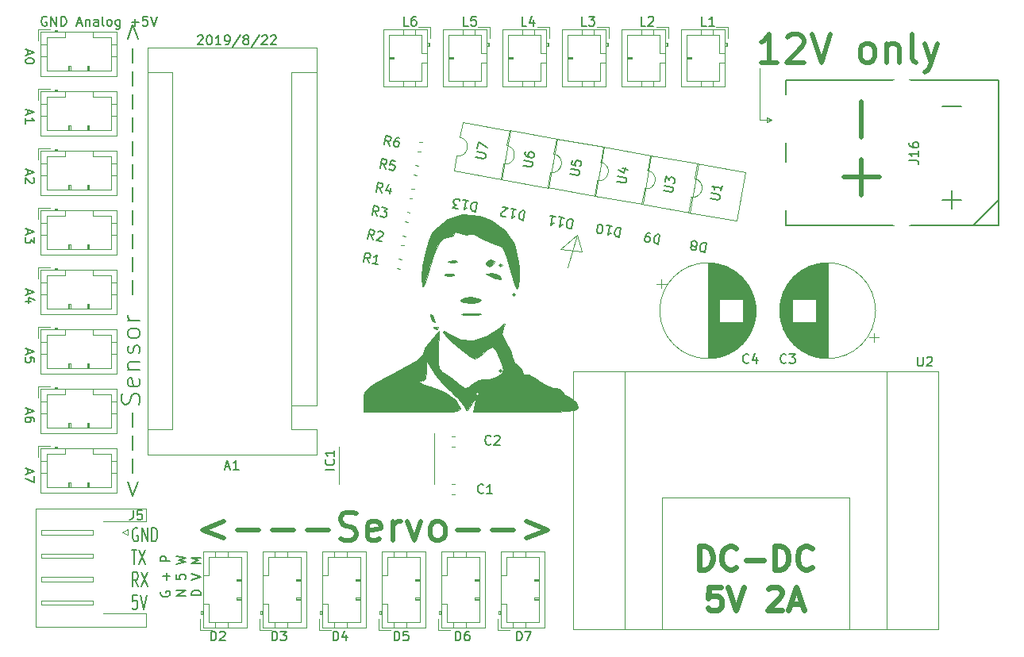
<source format=gto>
G04 #@! TF.GenerationSoftware,KiCad,Pcbnew,(5.1.2)-1*
G04 #@! TF.CreationDate,2019-08-22T02:38:18+09:00*
G04 #@! TF.ProjectId,AIR_SRV_SIX,4149525f-5352-4565-9f53-49582e6b6963,rev?*
G04 #@! TF.SameCoordinates,PXaba9500PY47868c0*
G04 #@! TF.FileFunction,Legend,Top*
G04 #@! TF.FilePolarity,Positive*
%FSLAX46Y46*%
G04 Gerber Fmt 4.6, Leading zero omitted, Abs format (unit mm)*
G04 Created by KiCad (PCBNEW (5.1.2)-1) date 2019-08-22 02:38:18*
%MOMM*%
%LPD*%
G04 APERTURE LIST*
%ADD10C,0.120000*%
%ADD11C,0.150000*%
%ADD12C,0.500000*%
%ADD13C,0.600000*%
%ADD14C,0.200000*%
%ADD15C,0.010000*%
%ADD16C,3.302000*%
%ADD17R,1.702000X1.702000*%
%ADD18O,1.702000X1.702000*%
%ADD19C,0.100000*%
%ADD20C,0.977000*%
%ADD21R,2.102000X2.102000*%
%ADD22C,2.102000*%
%ADD23C,0.702000*%
%ADD24C,1.302000*%
%ADD25O,1.852000X1.302000*%
%ADD26O,1.302000X1.852000*%
%ADD27C,1.802000*%
%ADD28O,2.052000X1.802000*%
%ADD29C,2.602000*%
%ADD30R,5.102000X5.102000*%
%ADD31C,1.702000*%
%ADD32C,1.702000*%
%ADD33C,1.626000*%
G04 APERTURE END LIST*
D10*
X60500000Y-35500000D02*
X60000000Y-33750000D01*
X58250000Y-35250000D02*
X60500000Y-35500000D01*
X60000000Y-33750000D02*
X58250000Y-35250000D01*
X59000000Y-37250000D02*
X60000000Y-33750000D01*
D11*
X19559523Y-12547619D02*
X19607142Y-12500000D01*
X19702380Y-12452380D01*
X19940476Y-12452380D01*
X20035714Y-12500000D01*
X20083333Y-12547619D01*
X20130952Y-12642857D01*
X20130952Y-12738095D01*
X20083333Y-12880952D01*
X19511904Y-13452380D01*
X20130952Y-13452380D01*
X20750000Y-12452380D02*
X20845238Y-12452380D01*
X20940476Y-12500000D01*
X20988095Y-12547619D01*
X21035714Y-12642857D01*
X21083333Y-12833333D01*
X21083333Y-13071428D01*
X21035714Y-13261904D01*
X20988095Y-13357142D01*
X20940476Y-13404761D01*
X20845238Y-13452380D01*
X20750000Y-13452380D01*
X20654761Y-13404761D01*
X20607142Y-13357142D01*
X20559523Y-13261904D01*
X20511904Y-13071428D01*
X20511904Y-12833333D01*
X20559523Y-12642857D01*
X20607142Y-12547619D01*
X20654761Y-12500000D01*
X20750000Y-12452380D01*
X22035714Y-13452380D02*
X21464285Y-13452380D01*
X21750000Y-13452380D02*
X21750000Y-12452380D01*
X21654761Y-12595238D01*
X21559523Y-12690476D01*
X21464285Y-12738095D01*
X22511904Y-13452380D02*
X22702380Y-13452380D01*
X22797619Y-13404761D01*
X22845238Y-13357142D01*
X22940476Y-13214285D01*
X22988095Y-13023809D01*
X22988095Y-12642857D01*
X22940476Y-12547619D01*
X22892857Y-12500000D01*
X22797619Y-12452380D01*
X22607142Y-12452380D01*
X22511904Y-12500000D01*
X22464285Y-12547619D01*
X22416666Y-12642857D01*
X22416666Y-12880952D01*
X22464285Y-12976190D01*
X22511904Y-13023809D01*
X22607142Y-13071428D01*
X22797619Y-13071428D01*
X22892857Y-13023809D01*
X22940476Y-12976190D01*
X22988095Y-12880952D01*
X24130952Y-12404761D02*
X23273809Y-13690476D01*
X24607142Y-12880952D02*
X24511904Y-12833333D01*
X24464285Y-12785714D01*
X24416666Y-12690476D01*
X24416666Y-12642857D01*
X24464285Y-12547619D01*
X24511904Y-12500000D01*
X24607142Y-12452380D01*
X24797619Y-12452380D01*
X24892857Y-12500000D01*
X24940476Y-12547619D01*
X24988095Y-12642857D01*
X24988095Y-12690476D01*
X24940476Y-12785714D01*
X24892857Y-12833333D01*
X24797619Y-12880952D01*
X24607142Y-12880952D01*
X24511904Y-12928571D01*
X24464285Y-12976190D01*
X24416666Y-13071428D01*
X24416666Y-13261904D01*
X24464285Y-13357142D01*
X24511904Y-13404761D01*
X24607142Y-13452380D01*
X24797619Y-13452380D01*
X24892857Y-13404761D01*
X24940476Y-13357142D01*
X24988095Y-13261904D01*
X24988095Y-13071428D01*
X24940476Y-12976190D01*
X24892857Y-12928571D01*
X24797619Y-12880952D01*
X26130952Y-12404761D02*
X25273809Y-13690476D01*
X26416666Y-12547619D02*
X26464285Y-12500000D01*
X26559523Y-12452380D01*
X26797619Y-12452380D01*
X26892857Y-12500000D01*
X26940476Y-12547619D01*
X26988095Y-12642857D01*
X26988095Y-12738095D01*
X26940476Y-12880952D01*
X26369047Y-13452380D01*
X26988095Y-13452380D01*
X27369047Y-12547619D02*
X27416666Y-12500000D01*
X27511904Y-12452380D01*
X27750000Y-12452380D01*
X27845238Y-12500000D01*
X27892857Y-12547619D01*
X27940476Y-12642857D01*
X27940476Y-12738095D01*
X27892857Y-12880952D01*
X27321428Y-13452380D01*
X27940476Y-13452380D01*
D10*
X80250000Y-21750000D02*
X80750000Y-21500000D01*
X80250000Y-21250000D02*
X80250000Y-21750000D01*
X80750000Y-21500000D02*
X80250000Y-21250000D01*
X79500000Y-21500000D02*
X80750000Y-21500000D01*
X79500000Y-16000000D02*
X79500000Y-21500000D01*
D11*
X73790698Y-34619414D02*
X73617050Y-35604222D01*
X73382572Y-35562877D01*
X73250154Y-35491174D01*
X73172901Y-35380845D01*
X73142543Y-35278785D01*
X73128723Y-35082934D01*
X73153530Y-34942247D01*
X73233502Y-34762933D01*
X73296935Y-34677411D01*
X73407264Y-34600158D01*
X73556220Y-34578069D01*
X73790698Y-34619414D01*
X72565976Y-34983706D02*
X72651498Y-35047140D01*
X72690125Y-35102304D01*
X72720483Y-35204365D01*
X72712214Y-35251260D01*
X72648780Y-35336782D01*
X72593616Y-35375409D01*
X72491556Y-35405767D01*
X72303973Y-35372691D01*
X72218451Y-35309257D01*
X72179824Y-35254093D01*
X72149467Y-35152033D01*
X72157736Y-35105137D01*
X72221169Y-35019615D01*
X72276334Y-34980988D01*
X72378394Y-34950630D01*
X72565976Y-34983706D01*
X72668036Y-34953349D01*
X72723201Y-34914722D01*
X72786634Y-34829200D01*
X72819710Y-34641617D01*
X72789353Y-34539557D01*
X72750726Y-34484393D01*
X72665204Y-34420959D01*
X72477621Y-34387883D01*
X72375561Y-34418241D01*
X72320397Y-34456867D01*
X72256963Y-34542390D01*
X72223887Y-34729972D01*
X72254245Y-34832032D01*
X72292872Y-34887197D01*
X72378394Y-34950630D01*
X68866660Y-33751173D02*
X68693011Y-34735981D01*
X68458533Y-34694636D01*
X68326115Y-34622934D01*
X68248862Y-34512604D01*
X68218504Y-34410544D01*
X68204685Y-34214693D01*
X68229492Y-34074006D01*
X68309463Y-33894693D01*
X68372897Y-33809170D01*
X68483226Y-33731917D01*
X68632182Y-33709828D01*
X68866660Y-33751173D01*
X67834956Y-33569256D02*
X67647374Y-33536180D01*
X67545314Y-33566538D01*
X67490149Y-33605164D01*
X67371551Y-33729313D01*
X67291579Y-33908627D01*
X67225428Y-34283792D01*
X67255785Y-34385852D01*
X67294412Y-34441016D01*
X67379934Y-34504450D01*
X67567517Y-34537526D01*
X67669577Y-34507168D01*
X67724742Y-34468542D01*
X67788175Y-34383019D01*
X67829520Y-34148541D01*
X67799162Y-34046481D01*
X67760536Y-33991316D01*
X67675013Y-33927883D01*
X67487431Y-33894807D01*
X67385371Y-33925165D01*
X67330206Y-33963791D01*
X67266773Y-34049314D01*
X64692950Y-33015236D02*
X64519302Y-34000043D01*
X64284824Y-33958699D01*
X64152406Y-33886996D01*
X64075153Y-33776667D01*
X64044795Y-33674607D01*
X64030976Y-33478755D01*
X64055783Y-33338069D01*
X64135754Y-33158755D01*
X64199188Y-33073233D01*
X64309517Y-32995980D01*
X64458472Y-32973891D01*
X64692950Y-33015236D01*
X63192291Y-32750629D02*
X63755038Y-32849856D01*
X63473665Y-32800243D02*
X63300017Y-33785050D01*
X63418615Y-33660901D01*
X63528944Y-33583648D01*
X63631004Y-33553291D01*
X62409000Y-33627940D02*
X62315209Y-33611402D01*
X62229687Y-33547969D01*
X62191060Y-33492804D01*
X62160702Y-33390744D01*
X62146882Y-33194893D01*
X62188227Y-32960415D01*
X62268199Y-32781101D01*
X62331632Y-32695579D01*
X62386797Y-32656952D01*
X62488857Y-32626594D01*
X62582648Y-32643132D01*
X62668170Y-32706566D01*
X62706797Y-32761730D01*
X62737155Y-32863791D01*
X62750975Y-33059642D01*
X62709630Y-33294120D01*
X62629658Y-33473434D01*
X62566225Y-33558956D01*
X62511060Y-33597582D01*
X62409000Y-33627940D01*
X59581329Y-32113919D02*
X59407681Y-33098727D01*
X59173203Y-33057382D01*
X59040785Y-32985679D01*
X58963532Y-32875350D01*
X58933174Y-32773290D01*
X58919354Y-32577439D01*
X58944161Y-32436752D01*
X59024133Y-32257438D01*
X59087566Y-32171916D01*
X59197895Y-32094663D01*
X59346851Y-32072574D01*
X59581329Y-32113919D01*
X58080670Y-31849312D02*
X58643417Y-31948540D01*
X58362044Y-31898926D02*
X58188395Y-32883734D01*
X58306993Y-32759585D01*
X58417323Y-32682331D01*
X58519383Y-32651974D01*
X57142758Y-31683933D02*
X57705505Y-31783160D01*
X57424131Y-31733547D02*
X57250483Y-32718354D01*
X57369081Y-32594206D01*
X57479410Y-32516952D01*
X57581471Y-32486595D01*
X54469708Y-31212602D02*
X54296060Y-32197410D01*
X54061582Y-32156065D01*
X53929164Y-32084363D01*
X53851911Y-31974033D01*
X53821553Y-31871973D01*
X53807733Y-31676122D01*
X53832540Y-31535435D01*
X53912512Y-31356122D01*
X53975945Y-31270599D01*
X54086274Y-31193346D01*
X54235230Y-31171257D01*
X54469708Y-31212602D01*
X52969049Y-30947995D02*
X53531796Y-31047223D01*
X53250422Y-30997609D02*
X53076774Y-31982417D01*
X53195372Y-31858268D01*
X53305701Y-31781015D01*
X53407762Y-31750657D01*
X52436774Y-31772860D02*
X52381609Y-31811487D01*
X52279549Y-31841845D01*
X52045071Y-31800500D01*
X51959549Y-31737066D01*
X51920922Y-31681902D01*
X51890564Y-31579842D01*
X51907102Y-31486050D01*
X51978805Y-31353632D01*
X52640779Y-30890113D01*
X52031137Y-30782616D01*
X49358087Y-30311285D02*
X49184439Y-31296093D01*
X48949961Y-31254748D01*
X48817543Y-31183046D01*
X48740290Y-31072717D01*
X48709932Y-30970657D01*
X48696112Y-30774805D01*
X48720919Y-30634118D01*
X48800890Y-30454805D01*
X48864324Y-30369283D01*
X48974653Y-30292029D01*
X49123609Y-30269941D01*
X49358087Y-30311285D01*
X47857427Y-30046679D02*
X48420175Y-30145906D01*
X48138801Y-30096292D02*
X47965153Y-31081100D01*
X48083751Y-30956951D01*
X48194080Y-30879698D01*
X48296140Y-30849340D01*
X47355510Y-30973604D02*
X46745867Y-30866107D01*
X47140288Y-30548825D01*
X46999601Y-30524018D01*
X46914079Y-30460585D01*
X46875452Y-30405420D01*
X46845095Y-30303360D01*
X46886439Y-30068882D01*
X46949873Y-29983360D01*
X47005038Y-29944733D01*
X47107098Y-29914375D01*
X47388471Y-29963989D01*
X47473994Y-30027423D01*
X47512620Y-30082587D01*
X20952380Y-77052380D02*
X20952380Y-76052380D01*
X21190476Y-76052380D01*
X21333333Y-76100000D01*
X21428571Y-76195238D01*
X21476190Y-76290476D01*
X21523809Y-76480952D01*
X21523809Y-76623809D01*
X21476190Y-76814285D01*
X21428571Y-76909523D01*
X21333333Y-77004761D01*
X21190476Y-77052380D01*
X20952380Y-77052380D01*
X21904761Y-76147619D02*
X21952380Y-76100000D01*
X22047619Y-76052380D01*
X22285714Y-76052380D01*
X22380952Y-76100000D01*
X22428571Y-76147619D01*
X22476190Y-76242857D01*
X22476190Y-76338095D01*
X22428571Y-76480952D01*
X21857142Y-77052380D01*
X22476190Y-77052380D01*
X27476190Y-77052380D02*
X27476190Y-76052380D01*
X27714285Y-76052380D01*
X27857142Y-76100000D01*
X27952380Y-76195238D01*
X28000000Y-76290476D01*
X28047619Y-76480952D01*
X28047619Y-76623809D01*
X28000000Y-76814285D01*
X27952380Y-76909523D01*
X27857142Y-77004761D01*
X27714285Y-77052380D01*
X27476190Y-77052380D01*
X28380952Y-76052380D02*
X29000000Y-76052380D01*
X28666666Y-76433333D01*
X28809523Y-76433333D01*
X28904761Y-76480952D01*
X28952380Y-76528571D01*
X29000000Y-76623809D01*
X29000000Y-76861904D01*
X28952380Y-76957142D01*
X28904761Y-77004761D01*
X28809523Y-77052380D01*
X28523809Y-77052380D01*
X28428571Y-77004761D01*
X28380952Y-76957142D01*
X33999999Y-77052380D02*
X33999999Y-76052380D01*
X34238095Y-76052380D01*
X34380952Y-76100000D01*
X34476190Y-76195238D01*
X34523809Y-76290476D01*
X34571428Y-76480952D01*
X34571428Y-76623809D01*
X34523809Y-76814285D01*
X34476190Y-76909523D01*
X34380952Y-77004761D01*
X34238095Y-77052380D01*
X33999999Y-77052380D01*
X35428571Y-76385714D02*
X35428571Y-77052380D01*
X35190476Y-76004761D02*
X34952380Y-76719047D01*
X35571428Y-76719047D01*
X40523809Y-77052380D02*
X40523809Y-76052380D01*
X40761904Y-76052380D01*
X40904761Y-76100000D01*
X40999999Y-76195238D01*
X41047619Y-76290476D01*
X41095238Y-76480952D01*
X41095238Y-76623809D01*
X41047619Y-76814285D01*
X40999999Y-76909523D01*
X40904761Y-77004761D01*
X40761904Y-77052380D01*
X40523809Y-77052380D01*
X41999999Y-76052380D02*
X41523809Y-76052380D01*
X41476190Y-76528571D01*
X41523809Y-76480952D01*
X41619047Y-76433333D01*
X41857142Y-76433333D01*
X41952380Y-76480952D01*
X41999999Y-76528571D01*
X42047619Y-76623809D01*
X42047619Y-76861904D01*
X41999999Y-76957142D01*
X41952380Y-77004761D01*
X41857142Y-77052380D01*
X41619047Y-77052380D01*
X41523809Y-77004761D01*
X41476190Y-76957142D01*
X47047619Y-77052380D02*
X47047619Y-76052380D01*
X47285714Y-76052380D01*
X47428571Y-76100000D01*
X47523809Y-76195238D01*
X47571428Y-76290476D01*
X47619047Y-76480952D01*
X47619047Y-76623809D01*
X47571428Y-76814285D01*
X47523809Y-76909523D01*
X47428571Y-77004761D01*
X47285714Y-77052380D01*
X47047619Y-77052380D01*
X48476190Y-76052380D02*
X48285714Y-76052380D01*
X48190476Y-76100000D01*
X48142857Y-76147619D01*
X48047619Y-76290476D01*
X47999999Y-76480952D01*
X47999999Y-76861904D01*
X48047619Y-76957142D01*
X48095238Y-77004761D01*
X48190476Y-77052380D01*
X48380952Y-77052380D01*
X48476190Y-77004761D01*
X48523809Y-76957142D01*
X48571428Y-76861904D01*
X48571428Y-76623809D01*
X48523809Y-76528571D01*
X48476190Y-76480952D01*
X48380952Y-76433333D01*
X48190476Y-76433333D01*
X48095238Y-76480952D01*
X48047619Y-76528571D01*
X47999999Y-76623809D01*
X53571428Y-77052380D02*
X53571428Y-76052380D01*
X53809523Y-76052380D01*
X53952380Y-76100000D01*
X54047619Y-76195238D01*
X54095238Y-76290476D01*
X54142857Y-76480952D01*
X54142857Y-76623809D01*
X54095238Y-76814285D01*
X54047619Y-76909523D01*
X53952380Y-77004761D01*
X53809523Y-77052380D01*
X53571428Y-77052380D01*
X54476190Y-76052380D02*
X55142857Y-76052380D01*
X54714285Y-77052380D01*
X15650000Y-71819047D02*
X15602380Y-71914285D01*
X15602380Y-72057142D01*
X15650000Y-72200000D01*
X15745238Y-72295238D01*
X15840476Y-72342857D01*
X16030952Y-72390476D01*
X16173809Y-72390476D01*
X16364285Y-72342857D01*
X16459523Y-72295238D01*
X16554761Y-72200000D01*
X16602380Y-72057142D01*
X16602380Y-71961904D01*
X16554761Y-71819047D01*
X16507142Y-71771428D01*
X16173809Y-71771428D01*
X16173809Y-71961904D01*
X16221428Y-70580952D02*
X16221428Y-69819047D01*
X16602380Y-70200000D02*
X15840476Y-70200000D01*
X16602380Y-68580952D02*
X15602380Y-68580952D01*
X15602380Y-68200000D01*
X15650000Y-68104761D01*
X15697619Y-68057142D01*
X15792857Y-68009523D01*
X15935714Y-68009523D01*
X16030952Y-68057142D01*
X16078571Y-68104761D01*
X16126190Y-68200000D01*
X16126190Y-68580952D01*
X18252380Y-72295238D02*
X17252380Y-72295238D01*
X18252380Y-71723809D01*
X17252380Y-71723809D01*
X17252380Y-70009523D02*
X17252380Y-70485714D01*
X17728571Y-70533333D01*
X17680952Y-70485714D01*
X17633333Y-70390476D01*
X17633333Y-70152380D01*
X17680952Y-70057142D01*
X17728571Y-70009523D01*
X17823809Y-69961904D01*
X18061904Y-69961904D01*
X18157142Y-70009523D01*
X18204761Y-70057142D01*
X18252380Y-70152380D01*
X18252380Y-70390476D01*
X18204761Y-70485714D01*
X18157142Y-70533333D01*
X17252380Y-68866666D02*
X18252380Y-68628571D01*
X17538095Y-68438095D01*
X18252380Y-68247619D01*
X17252380Y-68009523D01*
X19902380Y-72223809D02*
X18902380Y-72223809D01*
X18902380Y-71985714D01*
X18950000Y-71842857D01*
X19045238Y-71747619D01*
X19140476Y-71700000D01*
X19330952Y-71652380D01*
X19473809Y-71652380D01*
X19664285Y-71700000D01*
X19759523Y-71747619D01*
X19854761Y-71842857D01*
X19902380Y-71985714D01*
X19902380Y-72223809D01*
X18902380Y-70604761D02*
X19902380Y-70271428D01*
X18902380Y-69938095D01*
X19902380Y-68842857D02*
X18902380Y-68842857D01*
X19616666Y-68509523D01*
X18902380Y-68176190D01*
X19902380Y-68176190D01*
X13159404Y-65050000D02*
X13064166Y-64978571D01*
X12921309Y-64978571D01*
X12778452Y-65050000D01*
X12683214Y-65192857D01*
X12635595Y-65335714D01*
X12587976Y-65621428D01*
X12587976Y-65835714D01*
X12635595Y-66121428D01*
X12683214Y-66264285D01*
X12778452Y-66407142D01*
X12921309Y-66478571D01*
X13016547Y-66478571D01*
X13159404Y-66407142D01*
X13207023Y-66335714D01*
X13207023Y-65835714D01*
X13016547Y-65835714D01*
X13635595Y-66478571D02*
X13635595Y-64978571D01*
X14207023Y-66478571D01*
X14207023Y-64978571D01*
X14683214Y-66478571D02*
X14683214Y-64978571D01*
X14921309Y-64978571D01*
X15064166Y-65050000D01*
X15159404Y-65192857D01*
X15207023Y-65335714D01*
X15254642Y-65621428D01*
X15254642Y-65835714D01*
X15207023Y-66121428D01*
X15159404Y-66264285D01*
X15064166Y-66407142D01*
X14921309Y-66478571D01*
X14683214Y-66478571D01*
X12492738Y-67378571D02*
X13064166Y-67378571D01*
X12778452Y-68878571D02*
X12778452Y-67378571D01*
X13302261Y-67378571D02*
X13968928Y-68878571D01*
X13968928Y-67378571D02*
X13302261Y-68878571D01*
X13207023Y-71278571D02*
X12873690Y-70564285D01*
X12635595Y-71278571D02*
X12635595Y-69778571D01*
X13016547Y-69778571D01*
X13111785Y-69850000D01*
X13159404Y-69921428D01*
X13207023Y-70064285D01*
X13207023Y-70278571D01*
X13159404Y-70421428D01*
X13111785Y-70492857D01*
X13016547Y-70564285D01*
X12635595Y-70564285D01*
X13540357Y-69778571D02*
X14207023Y-71278571D01*
X14207023Y-69778571D02*
X13540357Y-71278571D01*
X13111785Y-72178571D02*
X12635595Y-72178571D01*
X12587976Y-72892857D01*
X12635595Y-72821428D01*
X12730833Y-72750000D01*
X12968928Y-72750000D01*
X13064166Y-72821428D01*
X13111785Y-72892857D01*
X13159404Y-73035714D01*
X13159404Y-73392857D01*
X13111785Y-73535714D01*
X13064166Y-73607142D01*
X12968928Y-73678571D01*
X12730833Y-73678571D01*
X12635595Y-73607142D01*
X12587976Y-73535714D01*
X13445119Y-72178571D02*
X13778452Y-73678571D01*
X14111785Y-72178571D01*
X1433333Y-14052380D02*
X1433333Y-14528571D01*
X1147619Y-13957142D02*
X2147619Y-14290476D01*
X1147619Y-14623809D01*
X2147619Y-15147619D02*
X2147619Y-15242857D01*
X2100000Y-15338095D01*
X2052380Y-15385714D01*
X1957142Y-15433333D01*
X1766666Y-15480952D01*
X1528571Y-15480952D01*
X1338095Y-15433333D01*
X1242857Y-15385714D01*
X1195238Y-15338095D01*
X1147619Y-15242857D01*
X1147619Y-15147619D01*
X1195238Y-15052380D01*
X1242857Y-15004761D01*
X1338095Y-14957142D01*
X1528571Y-14909523D01*
X1766666Y-14909523D01*
X1957142Y-14957142D01*
X2052380Y-15004761D01*
X2100000Y-15052380D01*
X2147619Y-15147619D01*
X1433333Y-20433333D02*
X1433333Y-20909523D01*
X1147619Y-20338095D02*
X2147619Y-20671428D01*
X1147619Y-21004761D01*
X1147619Y-21861904D02*
X1147619Y-21290476D01*
X1147619Y-21576190D02*
X2147619Y-21576190D01*
X2004761Y-21480952D01*
X1909523Y-21385714D01*
X1861904Y-21290476D01*
X1433333Y-26814285D02*
X1433333Y-27290476D01*
X1147619Y-26719047D02*
X2147619Y-27052380D01*
X1147619Y-27385714D01*
X2052380Y-27671428D02*
X2100000Y-27719047D01*
X2147619Y-27814285D01*
X2147619Y-28052380D01*
X2100000Y-28147619D01*
X2052380Y-28195238D01*
X1957142Y-28242857D01*
X1861904Y-28242857D01*
X1719047Y-28195238D01*
X1147619Y-27623809D01*
X1147619Y-28242857D01*
X1433333Y-33195238D02*
X1433333Y-33671428D01*
X1147619Y-33100000D02*
X2147619Y-33433333D01*
X1147619Y-33766666D01*
X2147619Y-34004761D02*
X2147619Y-34623809D01*
X1766666Y-34290476D01*
X1766666Y-34433333D01*
X1719047Y-34528571D01*
X1671428Y-34576190D01*
X1576190Y-34623809D01*
X1338095Y-34623809D01*
X1242857Y-34576190D01*
X1195238Y-34528571D01*
X1147619Y-34433333D01*
X1147619Y-34147619D01*
X1195238Y-34052380D01*
X1242857Y-34004761D01*
X1433333Y-39576190D02*
X1433333Y-40052380D01*
X1147619Y-39480952D02*
X2147619Y-39814285D01*
X1147619Y-40147619D01*
X1814285Y-40909523D02*
X1147619Y-40909523D01*
X2195238Y-40671428D02*
X1480952Y-40433333D01*
X1480952Y-41052380D01*
X1433333Y-45957142D02*
X1433333Y-46433333D01*
X1147619Y-45861904D02*
X2147619Y-46195238D01*
X1147619Y-46528571D01*
X2147619Y-47338095D02*
X2147619Y-46861904D01*
X1671428Y-46814285D01*
X1719047Y-46861904D01*
X1766666Y-46957142D01*
X1766666Y-47195238D01*
X1719047Y-47290476D01*
X1671428Y-47338095D01*
X1576190Y-47385714D01*
X1338095Y-47385714D01*
X1242857Y-47338095D01*
X1195238Y-47290476D01*
X1147619Y-47195238D01*
X1147619Y-46957142D01*
X1195238Y-46861904D01*
X1242857Y-46814285D01*
X1433333Y-52338095D02*
X1433333Y-52814285D01*
X1147619Y-52242857D02*
X2147619Y-52576190D01*
X1147619Y-52909523D01*
X2147619Y-53671428D02*
X2147619Y-53480952D01*
X2100000Y-53385714D01*
X2052380Y-53338095D01*
X1909523Y-53242857D01*
X1719047Y-53195238D01*
X1338095Y-53195238D01*
X1242857Y-53242857D01*
X1195238Y-53290476D01*
X1147619Y-53385714D01*
X1147619Y-53576190D01*
X1195238Y-53671428D01*
X1242857Y-53719047D01*
X1338095Y-53766666D01*
X1576190Y-53766666D01*
X1671428Y-53719047D01*
X1719047Y-53671428D01*
X1766666Y-53576190D01*
X1766666Y-53385714D01*
X1719047Y-53290476D01*
X1671428Y-53242857D01*
X1576190Y-53195238D01*
X1433333Y-58719047D02*
X1433333Y-59195238D01*
X1147619Y-58623809D02*
X2147619Y-58957142D01*
X1147619Y-59290476D01*
X2147619Y-59528571D02*
X2147619Y-60195238D01*
X1147619Y-59766666D01*
X3452380Y-10500000D02*
X3357142Y-10452380D01*
X3214285Y-10452380D01*
X3071428Y-10500000D01*
X2976190Y-10595238D01*
X2928571Y-10690476D01*
X2880952Y-10880952D01*
X2880952Y-11023809D01*
X2928571Y-11214285D01*
X2976190Y-11309523D01*
X3071428Y-11404761D01*
X3214285Y-11452380D01*
X3309523Y-11452380D01*
X3452380Y-11404761D01*
X3500000Y-11357142D01*
X3500000Y-11023809D01*
X3309523Y-11023809D01*
X3928571Y-11452380D02*
X3928571Y-10452380D01*
X4500000Y-11452380D01*
X4500000Y-10452380D01*
X4976190Y-11452380D02*
X4976190Y-10452380D01*
X5214285Y-10452380D01*
X5357142Y-10500000D01*
X5452380Y-10595238D01*
X5500000Y-10690476D01*
X5547619Y-10880952D01*
X5547619Y-11023809D01*
X5500000Y-11214285D01*
X5452380Y-11309523D01*
X5357142Y-11404761D01*
X5214285Y-11452380D01*
X4976190Y-11452380D01*
X6690476Y-11166666D02*
X7166666Y-11166666D01*
X6595238Y-11452380D02*
X6928571Y-10452380D01*
X7261904Y-11452380D01*
X7595238Y-10785714D02*
X7595238Y-11452380D01*
X7595238Y-10880952D02*
X7642857Y-10833333D01*
X7738095Y-10785714D01*
X7880952Y-10785714D01*
X7976190Y-10833333D01*
X8023809Y-10928571D01*
X8023809Y-11452380D01*
X8928571Y-11452380D02*
X8928571Y-10928571D01*
X8880952Y-10833333D01*
X8785714Y-10785714D01*
X8595238Y-10785714D01*
X8500000Y-10833333D01*
X8928571Y-11404761D02*
X8833333Y-11452380D01*
X8595238Y-11452380D01*
X8500000Y-11404761D01*
X8452380Y-11309523D01*
X8452380Y-11214285D01*
X8500000Y-11119047D01*
X8595238Y-11071428D01*
X8833333Y-11071428D01*
X8928571Y-11023809D01*
X9547619Y-11452380D02*
X9452380Y-11404761D01*
X9404761Y-11309523D01*
X9404761Y-10452380D01*
X10071428Y-11452380D02*
X9976190Y-11404761D01*
X9928571Y-11357142D01*
X9880952Y-11261904D01*
X9880952Y-10976190D01*
X9928571Y-10880952D01*
X9976190Y-10833333D01*
X10071428Y-10785714D01*
X10214285Y-10785714D01*
X10309523Y-10833333D01*
X10357142Y-10880952D01*
X10404761Y-10976190D01*
X10404761Y-11261904D01*
X10357142Y-11357142D01*
X10309523Y-11404761D01*
X10214285Y-11452380D01*
X10071428Y-11452380D01*
X11261904Y-10785714D02*
X11261904Y-11595238D01*
X11214285Y-11690476D01*
X11166666Y-11738095D01*
X11071428Y-11785714D01*
X10928571Y-11785714D01*
X10833333Y-11738095D01*
X11261904Y-11404761D02*
X11166666Y-11452380D01*
X10976190Y-11452380D01*
X10880952Y-11404761D01*
X10833333Y-11357142D01*
X10785714Y-11261904D01*
X10785714Y-10976190D01*
X10833333Y-10880952D01*
X10880952Y-10833333D01*
X10976190Y-10785714D01*
X11166666Y-10785714D01*
X11261904Y-10833333D01*
X12500000Y-11071428D02*
X13261904Y-11071428D01*
X12880952Y-11452380D02*
X12880952Y-10690476D01*
X14214285Y-10452380D02*
X13738095Y-10452380D01*
X13690476Y-10928571D01*
X13738095Y-10880952D01*
X13833333Y-10833333D01*
X14071428Y-10833333D01*
X14166666Y-10880952D01*
X14214285Y-10928571D01*
X14261904Y-11023809D01*
X14261904Y-11261904D01*
X14214285Y-11357142D01*
X14166666Y-11404761D01*
X14071428Y-11452380D01*
X13833333Y-11452380D01*
X13738095Y-11404761D01*
X13690476Y-11357142D01*
X14547619Y-10452380D02*
X14880952Y-11452380D01*
X15214285Y-10452380D01*
D12*
X90357142Y-29500000D02*
X90357142Y-25690476D01*
X92261904Y-27595238D02*
X88452380Y-27595238D01*
X90357142Y-23309523D02*
X90357142Y-19500000D01*
X81357142Y-15357142D02*
X79642857Y-15357142D01*
X80500000Y-15357142D02*
X80500000Y-12357142D01*
X80214285Y-12785714D01*
X79928571Y-13071428D01*
X79642857Y-13214285D01*
X82500000Y-12642857D02*
X82642857Y-12500000D01*
X82928571Y-12357142D01*
X83642857Y-12357142D01*
X83928571Y-12500000D01*
X84071428Y-12642857D01*
X84214285Y-12928571D01*
X84214285Y-13214285D01*
X84071428Y-13642857D01*
X82357142Y-15357142D01*
X84214285Y-15357142D01*
X85071428Y-12357142D02*
X86071428Y-15357142D01*
X87071428Y-12357142D01*
X90785714Y-15357142D02*
X90500000Y-15214285D01*
X90357142Y-15071428D01*
X90214285Y-14785714D01*
X90214285Y-13928571D01*
X90357142Y-13642857D01*
X90500000Y-13500000D01*
X90785714Y-13357142D01*
X91214285Y-13357142D01*
X91500000Y-13500000D01*
X91642857Y-13642857D01*
X91785714Y-13928571D01*
X91785714Y-14785714D01*
X91642857Y-15071428D01*
X91500000Y-15214285D01*
X91214285Y-15357142D01*
X90785714Y-15357142D01*
X93071428Y-13357142D02*
X93071428Y-15357142D01*
X93071428Y-13642857D02*
X93214285Y-13500000D01*
X93500000Y-13357142D01*
X93928571Y-13357142D01*
X94214285Y-13500000D01*
X94357142Y-13785714D01*
X94357142Y-15357142D01*
X96214285Y-15357142D02*
X95928571Y-15214285D01*
X95785714Y-14928571D01*
X95785714Y-12357142D01*
X97071428Y-13357142D02*
X97785714Y-15357142D01*
X98500000Y-13357142D02*
X97785714Y-15357142D01*
X97500000Y-16071428D01*
X97357142Y-16214285D01*
X97071428Y-16357142D01*
D13*
X73047619Y-69455952D02*
X73047619Y-66955952D01*
X73642857Y-66955952D01*
X74000000Y-67075000D01*
X74238095Y-67313095D01*
X74357142Y-67551190D01*
X74476190Y-68027380D01*
X74476190Y-68384523D01*
X74357142Y-68860714D01*
X74238095Y-69098809D01*
X74000000Y-69336904D01*
X73642857Y-69455952D01*
X73047619Y-69455952D01*
X76976190Y-69217857D02*
X76857142Y-69336904D01*
X76500000Y-69455952D01*
X76261904Y-69455952D01*
X75904761Y-69336904D01*
X75666666Y-69098809D01*
X75547619Y-68860714D01*
X75428571Y-68384523D01*
X75428571Y-68027380D01*
X75547619Y-67551190D01*
X75666666Y-67313095D01*
X75904761Y-67075000D01*
X76261904Y-66955952D01*
X76500000Y-66955952D01*
X76857142Y-67075000D01*
X76976190Y-67194047D01*
X78047619Y-68503571D02*
X79952380Y-68503571D01*
X81142857Y-69455952D02*
X81142857Y-66955952D01*
X81738095Y-66955952D01*
X82095238Y-67075000D01*
X82333333Y-67313095D01*
X82452380Y-67551190D01*
X82571428Y-68027380D01*
X82571428Y-68384523D01*
X82452380Y-68860714D01*
X82333333Y-69098809D01*
X82095238Y-69336904D01*
X81738095Y-69455952D01*
X81142857Y-69455952D01*
X85071428Y-69217857D02*
X84952380Y-69336904D01*
X84595238Y-69455952D01*
X84357142Y-69455952D01*
X84000000Y-69336904D01*
X83761904Y-69098809D01*
X83642857Y-68860714D01*
X83523809Y-68384523D01*
X83523809Y-68027380D01*
X83642857Y-67551190D01*
X83761904Y-67313095D01*
X84000000Y-67075000D01*
X84357142Y-66955952D01*
X84595238Y-66955952D01*
X84952380Y-67075000D01*
X85071428Y-67194047D01*
X75309523Y-71305952D02*
X74119047Y-71305952D01*
X74000000Y-72496428D01*
X74119047Y-72377380D01*
X74357142Y-72258333D01*
X74952380Y-72258333D01*
X75190476Y-72377380D01*
X75309523Y-72496428D01*
X75428571Y-72734523D01*
X75428571Y-73329761D01*
X75309523Y-73567857D01*
X75190476Y-73686904D01*
X74952380Y-73805952D01*
X74357142Y-73805952D01*
X74119047Y-73686904D01*
X74000000Y-73567857D01*
X76142857Y-71305952D02*
X76976190Y-73805952D01*
X77809523Y-71305952D01*
X80428571Y-71544047D02*
X80547619Y-71425000D01*
X80785714Y-71305952D01*
X81380952Y-71305952D01*
X81619047Y-71425000D01*
X81738095Y-71544047D01*
X81857142Y-71782142D01*
X81857142Y-72020238D01*
X81738095Y-72377380D01*
X80309523Y-73805952D01*
X81857142Y-73805952D01*
X82809523Y-73091666D02*
X84000000Y-73091666D01*
X82571428Y-73805952D02*
X83404761Y-71305952D01*
X84238095Y-73805952D01*
D14*
X12071428Y-60119047D02*
X12642857Y-61642857D01*
X13214285Y-60119047D01*
X12642857Y-59166666D02*
X12642857Y-57642857D01*
X12642857Y-56690476D02*
X12642857Y-55166666D01*
X12642857Y-54214285D02*
X12642857Y-52690476D01*
X13309523Y-51833333D02*
X13404761Y-51547619D01*
X13404761Y-51071428D01*
X13309523Y-50880952D01*
X13214285Y-50785714D01*
X13023809Y-50690476D01*
X12833333Y-50690476D01*
X12642857Y-50785714D01*
X12547619Y-50880952D01*
X12452380Y-51071428D01*
X12357142Y-51452380D01*
X12261904Y-51642857D01*
X12166666Y-51738095D01*
X11976190Y-51833333D01*
X11785714Y-51833333D01*
X11595238Y-51738095D01*
X11500000Y-51642857D01*
X11404761Y-51452380D01*
X11404761Y-50976190D01*
X11500000Y-50690476D01*
X13309523Y-49071428D02*
X13404761Y-49261904D01*
X13404761Y-49642857D01*
X13309523Y-49833333D01*
X13119047Y-49928571D01*
X12357142Y-49928571D01*
X12166666Y-49833333D01*
X12071428Y-49642857D01*
X12071428Y-49261904D01*
X12166666Y-49071428D01*
X12357142Y-48976190D01*
X12547619Y-48976190D01*
X12738095Y-49928571D01*
X12071428Y-48119047D02*
X13404761Y-48119047D01*
X12261904Y-48119047D02*
X12166666Y-48023809D01*
X12071428Y-47833333D01*
X12071428Y-47547619D01*
X12166666Y-47357142D01*
X12357142Y-47261904D01*
X13404761Y-47261904D01*
X13309523Y-46404761D02*
X13404761Y-46214285D01*
X13404761Y-45833333D01*
X13309523Y-45642857D01*
X13119047Y-45547619D01*
X13023809Y-45547619D01*
X12833333Y-45642857D01*
X12738095Y-45833333D01*
X12738095Y-46119047D01*
X12642857Y-46309523D01*
X12452380Y-46404761D01*
X12357142Y-46404761D01*
X12166666Y-46309523D01*
X12071428Y-46119047D01*
X12071428Y-45833333D01*
X12166666Y-45642857D01*
X13404761Y-44404761D02*
X13309523Y-44595238D01*
X13214285Y-44690476D01*
X13023809Y-44785714D01*
X12452380Y-44785714D01*
X12261904Y-44690476D01*
X12166666Y-44595238D01*
X12071428Y-44404761D01*
X12071428Y-44119047D01*
X12166666Y-43928571D01*
X12261904Y-43833333D01*
X12452380Y-43738095D01*
X13023809Y-43738095D01*
X13214285Y-43833333D01*
X13309523Y-43928571D01*
X13404761Y-44119047D01*
X13404761Y-44404761D01*
X13404761Y-42880952D02*
X12071428Y-42880952D01*
X12452380Y-42880952D02*
X12261904Y-42785714D01*
X12166666Y-42690476D01*
X12071428Y-42500000D01*
X12071428Y-42309523D01*
X12642857Y-40119047D02*
X12642857Y-38595238D01*
X12642857Y-37642857D02*
X12642857Y-36119047D01*
X12642857Y-35166666D02*
X12642857Y-33642857D01*
X12642857Y-32690476D02*
X12642857Y-31166666D01*
X12642857Y-30214285D02*
X12642857Y-28690476D01*
X12642857Y-27738095D02*
X12642857Y-26214285D01*
X12642857Y-25261904D02*
X12642857Y-23738095D01*
X12642857Y-22785714D02*
X12642857Y-21261904D01*
X12642857Y-20309523D02*
X12642857Y-18785714D01*
X12642857Y-17833333D02*
X12642857Y-16309523D01*
X12642857Y-15357142D02*
X12642857Y-13833333D01*
X12071428Y-12880952D02*
X12642857Y-11357142D01*
X13214285Y-12880952D01*
D12*
X22357142Y-64357142D02*
X20071428Y-65214285D01*
X22357142Y-66071428D01*
X23785714Y-65214285D02*
X26071428Y-65214285D01*
X27500000Y-65214285D02*
X29785714Y-65214285D01*
X31214285Y-65214285D02*
X33500000Y-65214285D01*
X34785714Y-66214285D02*
X35214285Y-66357142D01*
X35928571Y-66357142D01*
X36214285Y-66214285D01*
X36357142Y-66071428D01*
X36500000Y-65785714D01*
X36500000Y-65500000D01*
X36357142Y-65214285D01*
X36214285Y-65071428D01*
X35928571Y-64928571D01*
X35357142Y-64785714D01*
X35071428Y-64642857D01*
X34928571Y-64500000D01*
X34785714Y-64214285D01*
X34785714Y-63928571D01*
X34928571Y-63642857D01*
X35071428Y-63500000D01*
X35357142Y-63357142D01*
X36071428Y-63357142D01*
X36500000Y-63500000D01*
X38928571Y-66214285D02*
X38642857Y-66357142D01*
X38071428Y-66357142D01*
X37785714Y-66214285D01*
X37642857Y-65928571D01*
X37642857Y-64785714D01*
X37785714Y-64500000D01*
X38071428Y-64357142D01*
X38642857Y-64357142D01*
X38928571Y-64500000D01*
X39071428Y-64785714D01*
X39071428Y-65071428D01*
X37642857Y-65357142D01*
X40357142Y-66357142D02*
X40357142Y-64357142D01*
X40357142Y-64928571D02*
X40500000Y-64642857D01*
X40642857Y-64500000D01*
X40928571Y-64357142D01*
X41214285Y-64357142D01*
X41928571Y-64357142D02*
X42642857Y-66357142D01*
X43357142Y-64357142D01*
X44928571Y-66357142D02*
X44642857Y-66214285D01*
X44500000Y-66071428D01*
X44357142Y-65785714D01*
X44357142Y-64928571D01*
X44500000Y-64642857D01*
X44642857Y-64500000D01*
X44928571Y-64357142D01*
X45357142Y-64357142D01*
X45642857Y-64500000D01*
X45785714Y-64642857D01*
X45928571Y-64928571D01*
X45928571Y-65785714D01*
X45785714Y-66071428D01*
X45642857Y-66214285D01*
X45357142Y-66357142D01*
X44928571Y-66357142D01*
X47214285Y-65214285D02*
X49500000Y-65214285D01*
X50928571Y-65214285D02*
X53214285Y-65214285D01*
X54642857Y-64357142D02*
X56928571Y-65214285D01*
X54642857Y-66071428D01*
D15*
G36*
X47177084Y-36533029D02*
G01*
X47221401Y-36661790D01*
X46736112Y-36710965D01*
X46235298Y-36655526D01*
X46295139Y-36533029D01*
X47017398Y-36486435D01*
X47177084Y-36533029D01*
X47177084Y-36533029D01*
G37*
X47177084Y-36533029D02*
X47221401Y-36661790D01*
X46736112Y-36710965D01*
X46235298Y-36655526D01*
X46295139Y-36533029D01*
X47017398Y-36486435D01*
X47177084Y-36533029D01*
G36*
X52027778Y-36943056D02*
G01*
X51851389Y-37119445D01*
X51675000Y-36943056D01*
X51851389Y-36766667D01*
X52027778Y-36943056D01*
X52027778Y-36943056D01*
G37*
X52027778Y-36943056D02*
X51851389Y-37119445D01*
X51675000Y-36943056D01*
X51851389Y-36766667D01*
X52027778Y-36943056D01*
G36*
X51179021Y-36584913D02*
G01*
X51145834Y-36766667D01*
X50694822Y-37105988D01*
X50595847Y-37119445D01*
X50273391Y-36850366D01*
X50263889Y-36766667D01*
X50551037Y-36457065D01*
X50813876Y-36413889D01*
X51179021Y-36584913D01*
X51179021Y-36584913D01*
G37*
X51179021Y-36584913D02*
X51145834Y-36766667D01*
X50694822Y-37105988D01*
X50595847Y-37119445D01*
X50273391Y-36850366D01*
X50263889Y-36766667D01*
X50551037Y-36457065D01*
X50813876Y-36413889D01*
X51179021Y-36584913D01*
G36*
X46824306Y-37944140D02*
G01*
X46868623Y-38072901D01*
X46383334Y-38122076D01*
X45882520Y-38066637D01*
X45942362Y-37944140D01*
X46664620Y-37897546D01*
X46824306Y-37944140D01*
X46824306Y-37944140D01*
G37*
X46824306Y-37944140D02*
X46868623Y-38072901D01*
X46383334Y-38122076D01*
X45882520Y-38066637D01*
X45942362Y-37944140D01*
X46664620Y-37897546D01*
X46824306Y-37944140D01*
G36*
X51570828Y-37973573D02*
G01*
X51851389Y-38177778D01*
X51873025Y-38477026D01*
X51320520Y-38384871D01*
X50793056Y-38177778D01*
X50309101Y-37943674D01*
X50496224Y-37865421D01*
X50860431Y-37849795D01*
X51570828Y-37973573D01*
X51570828Y-37973573D01*
G37*
X51570828Y-37973573D02*
X51851389Y-38177778D01*
X51873025Y-38477026D01*
X51320520Y-38384871D01*
X50793056Y-38177778D01*
X50309101Y-37943674D01*
X50496224Y-37865421D01*
X50860431Y-37849795D01*
X51570828Y-37973573D01*
G36*
X49573393Y-31711933D02*
G01*
X50769870Y-32175322D01*
X52320226Y-33246875D01*
X53314034Y-34704346D01*
X53788402Y-36608656D01*
X53832024Y-37202378D01*
X53839434Y-38438722D01*
X53753246Y-39239582D01*
X53596482Y-39522697D01*
X53392160Y-39205806D01*
X53329498Y-38998114D01*
X52860293Y-37286864D01*
X52511635Y-36136904D01*
X52226234Y-35426748D01*
X51946798Y-35034911D01*
X51616033Y-34839909D01*
X51329379Y-34756966D01*
X50313382Y-34381354D01*
X49635519Y-34017242D01*
X48980714Y-33700056D01*
X48629106Y-33697747D01*
X48187240Y-33737532D01*
X47561622Y-33570211D01*
X46955874Y-33414911D01*
X46913159Y-33592733D01*
X46810657Y-33875066D01*
X46447349Y-33944445D01*
X45790687Y-34100898D01*
X45260288Y-34640056D01*
X44790402Y-35666617D01*
X44315278Y-37285278D01*
X44291999Y-37376563D01*
X43976584Y-38471443D01*
X43704412Y-39153424D01*
X43528558Y-39293488D01*
X43515338Y-39264572D01*
X43422400Y-38350898D01*
X43540360Y-37050942D01*
X43816541Y-35623133D01*
X44198272Y-34325901D01*
X44632879Y-33417673D01*
X44732364Y-33293565D01*
X46232780Y-32072597D01*
X47835442Y-31547426D01*
X49573393Y-31711933D01*
X49573393Y-31711933D01*
G37*
X49573393Y-31711933D02*
X50769870Y-32175322D01*
X52320226Y-33246875D01*
X53314034Y-34704346D01*
X53788402Y-36608656D01*
X53832024Y-37202378D01*
X53839434Y-38438722D01*
X53753246Y-39239582D01*
X53596482Y-39522697D01*
X53392160Y-39205806D01*
X53329498Y-38998114D01*
X52860293Y-37286864D01*
X52511635Y-36136904D01*
X52226234Y-35426748D01*
X51946798Y-35034911D01*
X51616033Y-34839909D01*
X51329379Y-34756966D01*
X50313382Y-34381354D01*
X49635519Y-34017242D01*
X48980714Y-33700056D01*
X48629106Y-33697747D01*
X48187240Y-33737532D01*
X47561622Y-33570211D01*
X46955874Y-33414911D01*
X46913159Y-33592733D01*
X46810657Y-33875066D01*
X46447349Y-33944445D01*
X45790687Y-34100898D01*
X45260288Y-34640056D01*
X44790402Y-35666617D01*
X44315278Y-37285278D01*
X44291999Y-37376563D01*
X43976584Y-38471443D01*
X43704412Y-39153424D01*
X43528558Y-39293488D01*
X43515338Y-39264572D01*
X43422400Y-38350898D01*
X43540360Y-37050942D01*
X43816541Y-35623133D01*
X44198272Y-34325901D01*
X44632879Y-33417673D01*
X44732364Y-33293565D01*
X46232780Y-32072597D01*
X47835442Y-31547426D01*
X49573393Y-31711933D01*
G36*
X53438889Y-40118056D02*
G01*
X53262500Y-40294445D01*
X53086111Y-40118056D01*
X53262500Y-39941667D01*
X53438889Y-40118056D01*
X53438889Y-40118056D01*
G37*
X53438889Y-40118056D02*
X53262500Y-40294445D01*
X53086111Y-40118056D01*
X53262500Y-39941667D01*
X53438889Y-40118056D01*
G36*
X49425033Y-40491727D02*
G01*
X49761976Y-40691320D01*
X49583149Y-40890054D01*
X48900401Y-40995075D01*
X48676389Y-41000000D01*
X47899733Y-40927048D01*
X47577233Y-40746232D01*
X47590802Y-40691320D01*
X48052268Y-40456320D01*
X48676389Y-40382639D01*
X49425033Y-40491727D01*
X49425033Y-40491727D01*
G37*
X49425033Y-40491727D02*
X49761976Y-40691320D01*
X49583149Y-40890054D01*
X48900401Y-40995075D01*
X48676389Y-41000000D01*
X47899733Y-40927048D01*
X47577233Y-40746232D01*
X47590802Y-40691320D01*
X48052268Y-40456320D01*
X48676389Y-40382639D01*
X49425033Y-40491727D01*
G36*
X49651379Y-42162780D02*
G01*
X49793334Y-42245406D01*
X49331127Y-42298662D01*
X48676389Y-42310212D01*
X47875962Y-42283812D01*
X47641842Y-42220598D01*
X47887490Y-42157965D01*
X48930791Y-42099931D01*
X49651379Y-42162780D01*
X49651379Y-42162780D01*
G37*
X49651379Y-42162780D02*
X49793334Y-42245406D01*
X49331127Y-42298662D01*
X48676389Y-42310212D01*
X47875962Y-42283812D01*
X47641842Y-42220598D01*
X47887490Y-42157965D01*
X48930791Y-42099931D01*
X49651379Y-42162780D01*
G36*
X44608700Y-42315072D02*
G01*
X44741180Y-42572286D01*
X44831450Y-43069369D01*
X44594468Y-42972890D01*
X44428550Y-42740419D01*
X44320112Y-42278699D01*
X44364149Y-42196037D01*
X44608700Y-42315072D01*
X44608700Y-42315072D01*
G37*
X44608700Y-42315072D02*
X44741180Y-42572286D01*
X44831450Y-43069369D01*
X44594468Y-42972890D01*
X44428550Y-42740419D01*
X44320112Y-42278699D01*
X44364149Y-42196037D01*
X44608700Y-42315072D01*
G36*
X45207408Y-43587037D02*
G01*
X45158982Y-43796763D01*
X44972223Y-43822223D01*
X44681847Y-43693147D01*
X44737037Y-43587037D01*
X45155702Y-43544817D01*
X45207408Y-43587037D01*
X45207408Y-43587037D01*
G37*
X45207408Y-43587037D02*
X45158982Y-43796763D01*
X44972223Y-43822223D01*
X44681847Y-43693147D01*
X44737037Y-43587037D01*
X45155702Y-43544817D01*
X45207408Y-43587037D01*
G36*
X52027778Y-48231945D02*
G01*
X51851389Y-48408334D01*
X51675000Y-48231945D01*
X51851389Y-48055556D01*
X52027778Y-48231945D01*
X52027778Y-48231945D01*
G37*
X52027778Y-48231945D02*
X51851389Y-48408334D01*
X51675000Y-48231945D01*
X51851389Y-48055556D01*
X52027778Y-48231945D01*
G36*
X52109004Y-43648525D02*
G01*
X51949421Y-44330369D01*
X52305621Y-45048836D01*
X52413904Y-45186912D01*
X52905068Y-46009636D01*
X53086111Y-46694599D01*
X53328363Y-47356130D01*
X53615278Y-47575204D01*
X54084324Y-48031014D01*
X54144445Y-48290508D01*
X54300659Y-48643062D01*
X54444571Y-48617263D01*
X54887808Y-48692349D01*
X55638231Y-49103163D01*
X55935865Y-49310590D01*
X56805197Y-49842842D01*
X57518927Y-50097132D01*
X57664210Y-50098400D01*
X58196737Y-50203625D01*
X58308399Y-50354392D01*
X58673154Y-50761192D01*
X59278538Y-51153628D01*
X59916565Y-51657946D01*
X60141667Y-52123767D01*
X60040890Y-52321925D01*
X59675673Y-52463686D01*
X58951688Y-52557756D01*
X57774606Y-52612843D01*
X56050097Y-52637650D01*
X54530250Y-52641667D01*
X48918832Y-52641667D01*
X49084303Y-51847917D01*
X49170750Y-51339891D01*
X49048121Y-51403878D01*
X48710999Y-51936112D01*
X48335938Y-52430243D01*
X48160995Y-52426071D01*
X48159723Y-52406834D01*
X47911627Y-51956115D01*
X47285411Y-51228099D01*
X46753060Y-50701389D01*
X49205556Y-50701389D01*
X49381945Y-50877778D01*
X49558334Y-50701389D01*
X49381945Y-50525000D01*
X49205556Y-50701389D01*
X46753060Y-50701389D01*
X46693989Y-50642945D01*
X45733340Y-49667225D01*
X44896785Y-48680593D01*
X44578641Y-48231945D01*
X43916527Y-47173612D01*
X43915208Y-48340959D01*
X43825154Y-49095596D01*
X43592276Y-49305869D01*
X43561112Y-49290278D01*
X43234938Y-49292997D01*
X43208334Y-49401750D01*
X43514509Y-49688097D01*
X44259328Y-49940682D01*
X44336420Y-49956868D01*
X45893270Y-50508799D01*
X47066303Y-51405456D01*
X47441667Y-51936111D01*
X47561384Y-52206571D01*
X47518520Y-52397254D01*
X47215790Y-52522093D01*
X46555909Y-52595019D01*
X45441591Y-52629968D01*
X43775551Y-52640871D01*
X42515190Y-52641667D01*
X37211112Y-52641667D01*
X37211112Y-51410485D01*
X37239623Y-50837761D01*
X37402050Y-50398657D01*
X37813737Y-49990518D01*
X38590022Y-49510690D01*
X39846250Y-48856519D01*
X40386111Y-48584723D01*
X41755440Y-47849300D01*
X42818284Y-47186027D01*
X43446329Y-46679794D01*
X43561111Y-46484188D01*
X43780929Y-45902290D01*
X44321653Y-45125084D01*
X44438827Y-44988423D01*
X45316542Y-43998611D01*
X45232577Y-46095400D01*
X45215382Y-47297233D01*
X45323306Y-47997333D01*
X45613060Y-48396200D01*
X45939932Y-48596165D01*
X46843079Y-49166379D01*
X47439238Y-49640858D01*
X47997280Y-50069231D01*
X48417551Y-50004856D01*
X48832365Y-49661530D01*
X49508245Y-49250596D01*
X49978893Y-49205673D01*
X50606687Y-49177187D01*
X51372477Y-48899658D01*
X51956858Y-48551683D01*
X52130108Y-48152762D01*
X51962484Y-47439605D01*
X51850493Y-47108325D01*
X51411166Y-46082718D01*
X50969882Y-45711475D01*
X50431037Y-45949644D01*
X50095268Y-46283084D01*
X49509927Y-46813011D01*
X49129874Y-46997223D01*
X48672389Y-46779639D01*
X47919748Y-46234262D01*
X47060322Y-45522148D01*
X46282476Y-44804356D01*
X45774580Y-44241943D01*
X45677778Y-44045619D01*
X45891988Y-43996997D01*
X46353641Y-44324518D01*
X47543601Y-44958781D01*
X48960931Y-45026144D01*
X50440240Y-44545836D01*
X51634684Y-43710529D01*
X52185364Y-43226650D01*
X52310751Y-43217339D01*
X52109004Y-43648525D01*
X52109004Y-43648525D01*
G37*
X52109004Y-43648525D02*
X51949421Y-44330369D01*
X52305621Y-45048836D01*
X52413904Y-45186912D01*
X52905068Y-46009636D01*
X53086111Y-46694599D01*
X53328363Y-47356130D01*
X53615278Y-47575204D01*
X54084324Y-48031014D01*
X54144445Y-48290508D01*
X54300659Y-48643062D01*
X54444571Y-48617263D01*
X54887808Y-48692349D01*
X55638231Y-49103163D01*
X55935865Y-49310590D01*
X56805197Y-49842842D01*
X57518927Y-50097132D01*
X57664210Y-50098400D01*
X58196737Y-50203625D01*
X58308399Y-50354392D01*
X58673154Y-50761192D01*
X59278538Y-51153628D01*
X59916565Y-51657946D01*
X60141667Y-52123767D01*
X60040890Y-52321925D01*
X59675673Y-52463686D01*
X58951688Y-52557756D01*
X57774606Y-52612843D01*
X56050097Y-52637650D01*
X54530250Y-52641667D01*
X48918832Y-52641667D01*
X49084303Y-51847917D01*
X49170750Y-51339891D01*
X49048121Y-51403878D01*
X48710999Y-51936112D01*
X48335938Y-52430243D01*
X48160995Y-52426071D01*
X48159723Y-52406834D01*
X47911627Y-51956115D01*
X47285411Y-51228099D01*
X46753060Y-50701389D01*
X49205556Y-50701389D01*
X49381945Y-50877778D01*
X49558334Y-50701389D01*
X49381945Y-50525000D01*
X49205556Y-50701389D01*
X46753060Y-50701389D01*
X46693989Y-50642945D01*
X45733340Y-49667225D01*
X44896785Y-48680593D01*
X44578641Y-48231945D01*
X43916527Y-47173612D01*
X43915208Y-48340959D01*
X43825154Y-49095596D01*
X43592276Y-49305869D01*
X43561112Y-49290278D01*
X43234938Y-49292997D01*
X43208334Y-49401750D01*
X43514509Y-49688097D01*
X44259328Y-49940682D01*
X44336420Y-49956868D01*
X45893270Y-50508799D01*
X47066303Y-51405456D01*
X47441667Y-51936111D01*
X47561384Y-52206571D01*
X47518520Y-52397254D01*
X47215790Y-52522093D01*
X46555909Y-52595019D01*
X45441591Y-52629968D01*
X43775551Y-52640871D01*
X42515190Y-52641667D01*
X37211112Y-52641667D01*
X37211112Y-51410485D01*
X37239623Y-50837761D01*
X37402050Y-50398657D01*
X37813737Y-49990518D01*
X38590022Y-49510690D01*
X39846250Y-48856519D01*
X40386111Y-48584723D01*
X41755440Y-47849300D01*
X42818284Y-47186027D01*
X43446329Y-46679794D01*
X43561111Y-46484188D01*
X43780929Y-45902290D01*
X44321653Y-45125084D01*
X44438827Y-44988423D01*
X45316542Y-43998611D01*
X45232577Y-46095400D01*
X45215382Y-47297233D01*
X45323306Y-47997333D01*
X45613060Y-48396200D01*
X45939932Y-48596165D01*
X46843079Y-49166379D01*
X47439238Y-49640858D01*
X47997280Y-50069231D01*
X48417551Y-50004856D01*
X48832365Y-49661530D01*
X49508245Y-49250596D01*
X49978893Y-49205673D01*
X50606687Y-49177187D01*
X51372477Y-48899658D01*
X51956858Y-48551683D01*
X52130108Y-48152762D01*
X51962484Y-47439605D01*
X51850493Y-47108325D01*
X51411166Y-46082718D01*
X50969882Y-45711475D01*
X50431037Y-45949644D01*
X50095268Y-46283084D01*
X49509927Y-46813011D01*
X49129874Y-46997223D01*
X48672389Y-46779639D01*
X47919748Y-46234262D01*
X47060322Y-45522148D01*
X46282476Y-44804356D01*
X45774580Y-44241943D01*
X45677778Y-44045619D01*
X45891988Y-43996997D01*
X46353641Y-44324518D01*
X47543601Y-44958781D01*
X48960931Y-45026144D01*
X50440240Y-44545836D01*
X51634684Y-43710529D01*
X52185364Y-43226650D01*
X52310751Y-43217339D01*
X52109004Y-43648525D01*
D10*
X29550000Y-52000000D02*
X29550000Y-54540000D01*
X29550000Y-54540000D02*
X32220000Y-54540000D01*
X32220000Y-52000000D02*
X32220000Y-13770000D01*
X32220000Y-57210000D02*
X32220000Y-54540000D01*
X16850000Y-54540000D02*
X14180000Y-54540000D01*
X16850000Y-54540000D02*
X16850000Y-16440000D01*
X16850000Y-16440000D02*
X14180000Y-16440000D01*
X29550000Y-52000000D02*
X32220000Y-52000000D01*
X29550000Y-52000000D02*
X29550000Y-16440000D01*
X29550000Y-16440000D02*
X32220000Y-16440000D01*
X32220000Y-13770000D02*
X14180000Y-13770000D01*
X14180000Y-13770000D02*
X14180000Y-57210000D01*
X14180000Y-57210000D02*
X32220000Y-57210000D01*
X46684721Y-60380000D02*
X47010279Y-60380000D01*
X46684721Y-61400000D02*
X47010279Y-61400000D01*
X46684721Y-56320000D02*
X47010279Y-56320000D01*
X46684721Y-55300000D02*
X47010279Y-55300000D01*
X91860000Y-41840000D02*
G75*
G03X91860000Y-41840000I-5120000J0D01*
G01*
X86740000Y-46920000D02*
X86740000Y-36760000D01*
X86700000Y-46920000D02*
X86700000Y-36760000D01*
X86660000Y-46920000D02*
X86660000Y-36760000D01*
X86620000Y-46919000D02*
X86620000Y-36761000D01*
X86580000Y-46918000D02*
X86580000Y-36762000D01*
X86540000Y-46917000D02*
X86540000Y-36763000D01*
X86500000Y-46915000D02*
X86500000Y-36765000D01*
X86460000Y-46913000D02*
X86460000Y-36767000D01*
X86420000Y-46910000D02*
X86420000Y-36770000D01*
X86380000Y-46908000D02*
X86380000Y-36772000D01*
X86340000Y-46905000D02*
X86340000Y-36775000D01*
X86300000Y-46902000D02*
X86300000Y-36778000D01*
X86260000Y-46898000D02*
X86260000Y-36782000D01*
X86220000Y-46894000D02*
X86220000Y-36786000D01*
X86180000Y-46890000D02*
X86180000Y-36790000D01*
X86140000Y-46885000D02*
X86140000Y-36795000D01*
X86100000Y-46880000D02*
X86100000Y-36800000D01*
X86060000Y-46875000D02*
X86060000Y-36805000D01*
X86019000Y-46870000D02*
X86019000Y-36810000D01*
X85979000Y-46864000D02*
X85979000Y-36816000D01*
X85939000Y-46858000D02*
X85939000Y-36822000D01*
X85899000Y-46851000D02*
X85899000Y-36829000D01*
X85859000Y-46844000D02*
X85859000Y-36836000D01*
X85819000Y-46837000D02*
X85819000Y-36843000D01*
X85779000Y-46830000D02*
X85779000Y-36850000D01*
X85739000Y-46822000D02*
X85739000Y-36858000D01*
X85699000Y-46814000D02*
X85699000Y-36866000D01*
X85659000Y-46805000D02*
X85659000Y-36875000D01*
X85619000Y-46796000D02*
X85619000Y-36884000D01*
X85579000Y-46787000D02*
X85579000Y-36893000D01*
X85539000Y-46778000D02*
X85539000Y-36902000D01*
X85499000Y-46768000D02*
X85499000Y-36912000D01*
X85459000Y-46758000D02*
X85459000Y-43081000D01*
X85459000Y-40599000D02*
X85459000Y-36922000D01*
X85419000Y-46747000D02*
X85419000Y-43081000D01*
X85419000Y-40599000D02*
X85419000Y-36933000D01*
X85379000Y-46737000D02*
X85379000Y-43081000D01*
X85379000Y-40599000D02*
X85379000Y-36943000D01*
X85339000Y-46725000D02*
X85339000Y-43081000D01*
X85339000Y-40599000D02*
X85339000Y-36955000D01*
X85299000Y-46714000D02*
X85299000Y-43081000D01*
X85299000Y-40599000D02*
X85299000Y-36966000D01*
X85259000Y-46702000D02*
X85259000Y-43081000D01*
X85259000Y-40599000D02*
X85259000Y-36978000D01*
X85219000Y-46690000D02*
X85219000Y-43081000D01*
X85219000Y-40599000D02*
X85219000Y-36990000D01*
X85179000Y-46677000D02*
X85179000Y-43081000D01*
X85179000Y-40599000D02*
X85179000Y-37003000D01*
X85139000Y-46664000D02*
X85139000Y-43081000D01*
X85139000Y-40599000D02*
X85139000Y-37016000D01*
X85099000Y-46651000D02*
X85099000Y-43081000D01*
X85099000Y-40599000D02*
X85099000Y-37029000D01*
X85059000Y-46637000D02*
X85059000Y-43081000D01*
X85059000Y-40599000D02*
X85059000Y-37043000D01*
X85019000Y-46623000D02*
X85019000Y-43081000D01*
X85019000Y-40599000D02*
X85019000Y-37057000D01*
X84979000Y-46608000D02*
X84979000Y-43081000D01*
X84979000Y-40599000D02*
X84979000Y-37072000D01*
X84939000Y-46594000D02*
X84939000Y-43081000D01*
X84939000Y-40599000D02*
X84939000Y-37086000D01*
X84899000Y-46578000D02*
X84899000Y-43081000D01*
X84899000Y-40599000D02*
X84899000Y-37102000D01*
X84859000Y-46563000D02*
X84859000Y-43081000D01*
X84859000Y-40599000D02*
X84859000Y-37117000D01*
X84819000Y-46547000D02*
X84819000Y-43081000D01*
X84819000Y-40599000D02*
X84819000Y-37133000D01*
X84779000Y-46530000D02*
X84779000Y-43081000D01*
X84779000Y-40599000D02*
X84779000Y-37150000D01*
X84739000Y-46514000D02*
X84739000Y-43081000D01*
X84739000Y-40599000D02*
X84739000Y-37166000D01*
X84699000Y-46497000D02*
X84699000Y-43081000D01*
X84699000Y-40599000D02*
X84699000Y-37183000D01*
X84659000Y-46479000D02*
X84659000Y-43081000D01*
X84659000Y-40599000D02*
X84659000Y-37201000D01*
X84619000Y-46461000D02*
X84619000Y-43081000D01*
X84619000Y-40599000D02*
X84619000Y-37219000D01*
X84579000Y-46443000D02*
X84579000Y-43081000D01*
X84579000Y-40599000D02*
X84579000Y-37237000D01*
X84539000Y-46424000D02*
X84539000Y-43081000D01*
X84539000Y-40599000D02*
X84539000Y-37256000D01*
X84499000Y-46404000D02*
X84499000Y-43081000D01*
X84499000Y-40599000D02*
X84499000Y-37276000D01*
X84459000Y-46385000D02*
X84459000Y-43081000D01*
X84459000Y-40599000D02*
X84459000Y-37295000D01*
X84419000Y-46365000D02*
X84419000Y-43081000D01*
X84419000Y-40599000D02*
X84419000Y-37315000D01*
X84379000Y-46344000D02*
X84379000Y-43081000D01*
X84379000Y-40599000D02*
X84379000Y-37336000D01*
X84339000Y-46323000D02*
X84339000Y-43081000D01*
X84339000Y-40599000D02*
X84339000Y-37357000D01*
X84299000Y-46302000D02*
X84299000Y-43081000D01*
X84299000Y-40599000D02*
X84299000Y-37378000D01*
X84259000Y-46280000D02*
X84259000Y-43081000D01*
X84259000Y-40599000D02*
X84259000Y-37400000D01*
X84219000Y-46257000D02*
X84219000Y-43081000D01*
X84219000Y-40599000D02*
X84219000Y-37423000D01*
X84179000Y-46235000D02*
X84179000Y-43081000D01*
X84179000Y-40599000D02*
X84179000Y-37445000D01*
X84139000Y-46211000D02*
X84139000Y-43081000D01*
X84139000Y-40599000D02*
X84139000Y-37469000D01*
X84099000Y-46187000D02*
X84099000Y-43081000D01*
X84099000Y-40599000D02*
X84099000Y-37493000D01*
X84059000Y-46163000D02*
X84059000Y-43081000D01*
X84059000Y-40599000D02*
X84059000Y-37517000D01*
X84019000Y-46138000D02*
X84019000Y-43081000D01*
X84019000Y-40599000D02*
X84019000Y-37542000D01*
X83979000Y-46113000D02*
X83979000Y-43081000D01*
X83979000Y-40599000D02*
X83979000Y-37567000D01*
X83939000Y-46087000D02*
X83939000Y-43081000D01*
X83939000Y-40599000D02*
X83939000Y-37593000D01*
X83899000Y-46061000D02*
X83899000Y-43081000D01*
X83899000Y-40599000D02*
X83899000Y-37619000D01*
X83859000Y-46034000D02*
X83859000Y-43081000D01*
X83859000Y-40599000D02*
X83859000Y-37646000D01*
X83819000Y-46006000D02*
X83819000Y-43081000D01*
X83819000Y-40599000D02*
X83819000Y-37674000D01*
X83779000Y-45978000D02*
X83779000Y-43081000D01*
X83779000Y-40599000D02*
X83779000Y-37702000D01*
X83739000Y-45950000D02*
X83739000Y-43081000D01*
X83739000Y-40599000D02*
X83739000Y-37730000D01*
X83699000Y-45920000D02*
X83699000Y-43081000D01*
X83699000Y-40599000D02*
X83699000Y-37760000D01*
X83659000Y-45890000D02*
X83659000Y-43081000D01*
X83659000Y-40599000D02*
X83659000Y-37790000D01*
X83619000Y-45860000D02*
X83619000Y-43081000D01*
X83619000Y-40599000D02*
X83619000Y-37820000D01*
X83579000Y-45829000D02*
X83579000Y-43081000D01*
X83579000Y-40599000D02*
X83579000Y-37851000D01*
X83539000Y-45797000D02*
X83539000Y-43081000D01*
X83539000Y-40599000D02*
X83539000Y-37883000D01*
X83499000Y-45765000D02*
X83499000Y-43081000D01*
X83499000Y-40599000D02*
X83499000Y-37915000D01*
X83459000Y-45732000D02*
X83459000Y-43081000D01*
X83459000Y-40599000D02*
X83459000Y-37948000D01*
X83419000Y-45698000D02*
X83419000Y-43081000D01*
X83419000Y-40599000D02*
X83419000Y-37982000D01*
X83379000Y-45664000D02*
X83379000Y-43081000D01*
X83379000Y-40599000D02*
X83379000Y-38016000D01*
X83339000Y-45629000D02*
X83339000Y-43081000D01*
X83339000Y-40599000D02*
X83339000Y-38051000D01*
X83299000Y-45593000D02*
X83299000Y-43081000D01*
X83299000Y-40599000D02*
X83299000Y-38087000D01*
X83259000Y-45556000D02*
X83259000Y-43081000D01*
X83259000Y-40599000D02*
X83259000Y-38124000D01*
X83219000Y-45519000D02*
X83219000Y-43081000D01*
X83219000Y-40599000D02*
X83219000Y-38161000D01*
X83179000Y-45480000D02*
X83179000Y-43081000D01*
X83179000Y-40599000D02*
X83179000Y-38200000D01*
X83139000Y-45441000D02*
X83139000Y-43081000D01*
X83139000Y-40599000D02*
X83139000Y-38239000D01*
X83099000Y-45401000D02*
X83099000Y-43081000D01*
X83099000Y-40599000D02*
X83099000Y-38279000D01*
X83059000Y-45360000D02*
X83059000Y-43081000D01*
X83059000Y-40599000D02*
X83059000Y-38320000D01*
X83019000Y-45318000D02*
X83019000Y-43081000D01*
X83019000Y-40599000D02*
X83019000Y-38362000D01*
X82979000Y-45276000D02*
X82979000Y-38404000D01*
X82939000Y-45232000D02*
X82939000Y-38448000D01*
X82899000Y-45187000D02*
X82899000Y-38493000D01*
X82859000Y-45141000D02*
X82859000Y-38539000D01*
X82819000Y-45094000D02*
X82819000Y-38586000D01*
X82779000Y-45046000D02*
X82779000Y-38634000D01*
X82739000Y-44996000D02*
X82739000Y-38684000D01*
X82699000Y-44946000D02*
X82699000Y-38734000D01*
X82659000Y-44894000D02*
X82659000Y-38786000D01*
X82619000Y-44840000D02*
X82619000Y-38840000D01*
X82579000Y-44785000D02*
X82579000Y-38895000D01*
X82539000Y-44729000D02*
X82539000Y-38951000D01*
X82499000Y-44670000D02*
X82499000Y-39010000D01*
X82459000Y-44610000D02*
X82459000Y-39070000D01*
X82419000Y-44549000D02*
X82419000Y-39131000D01*
X82379000Y-44485000D02*
X82379000Y-39195000D01*
X82339000Y-44419000D02*
X82339000Y-39261000D01*
X82299000Y-44350000D02*
X82299000Y-39330000D01*
X82259000Y-44279000D02*
X82259000Y-39401000D01*
X82219000Y-44205000D02*
X82219000Y-39475000D01*
X82179000Y-44129000D02*
X82179000Y-39551000D01*
X82139000Y-44049000D02*
X82139000Y-39631000D01*
X82099000Y-43965000D02*
X82099000Y-39715000D01*
X82059000Y-43877000D02*
X82059000Y-39803000D01*
X82019000Y-43784000D02*
X82019000Y-39896000D01*
X81979000Y-43686000D02*
X81979000Y-39994000D01*
X81939000Y-43582000D02*
X81939000Y-40098000D01*
X81899000Y-43470000D02*
X81899000Y-40210000D01*
X81859000Y-43350000D02*
X81859000Y-40330000D01*
X81819000Y-43218000D02*
X81819000Y-40462000D01*
X81779000Y-43070000D02*
X81779000Y-40610000D01*
X81739000Y-42902000D02*
X81739000Y-40778000D01*
X81699000Y-42702000D02*
X81699000Y-40978000D01*
X81659000Y-42439000D02*
X81659000Y-41241000D01*
X92219646Y-44715000D02*
X91219646Y-44715000D01*
X91719646Y-45215000D02*
X91719646Y-44215000D01*
X79080000Y-41840000D02*
G75*
G03X79080000Y-41840000I-5120000J0D01*
G01*
X73960000Y-36760000D02*
X73960000Y-46920000D01*
X74000000Y-36760000D02*
X74000000Y-46920000D01*
X74040000Y-36760000D02*
X74040000Y-46920000D01*
X74080000Y-36761000D02*
X74080000Y-46919000D01*
X74120000Y-36762000D02*
X74120000Y-46918000D01*
X74160000Y-36763000D02*
X74160000Y-46917000D01*
X74200000Y-36765000D02*
X74200000Y-46915000D01*
X74240000Y-36767000D02*
X74240000Y-46913000D01*
X74280000Y-36770000D02*
X74280000Y-46910000D01*
X74320000Y-36772000D02*
X74320000Y-46908000D01*
X74360000Y-36775000D02*
X74360000Y-46905000D01*
X74400000Y-36778000D02*
X74400000Y-46902000D01*
X74440000Y-36782000D02*
X74440000Y-46898000D01*
X74480000Y-36786000D02*
X74480000Y-46894000D01*
X74520000Y-36790000D02*
X74520000Y-46890000D01*
X74560000Y-36795000D02*
X74560000Y-46885000D01*
X74600000Y-36800000D02*
X74600000Y-46880000D01*
X74640000Y-36805000D02*
X74640000Y-46875000D01*
X74681000Y-36810000D02*
X74681000Y-46870000D01*
X74721000Y-36816000D02*
X74721000Y-46864000D01*
X74761000Y-36822000D02*
X74761000Y-46858000D01*
X74801000Y-36829000D02*
X74801000Y-46851000D01*
X74841000Y-36836000D02*
X74841000Y-46844000D01*
X74881000Y-36843000D02*
X74881000Y-46837000D01*
X74921000Y-36850000D02*
X74921000Y-46830000D01*
X74961000Y-36858000D02*
X74961000Y-46822000D01*
X75001000Y-36866000D02*
X75001000Y-46814000D01*
X75041000Y-36875000D02*
X75041000Y-46805000D01*
X75081000Y-36884000D02*
X75081000Y-46796000D01*
X75121000Y-36893000D02*
X75121000Y-46787000D01*
X75161000Y-36902000D02*
X75161000Y-46778000D01*
X75201000Y-36912000D02*
X75201000Y-46768000D01*
X75241000Y-36922000D02*
X75241000Y-40599000D01*
X75241000Y-43081000D02*
X75241000Y-46758000D01*
X75281000Y-36933000D02*
X75281000Y-40599000D01*
X75281000Y-43081000D02*
X75281000Y-46747000D01*
X75321000Y-36943000D02*
X75321000Y-40599000D01*
X75321000Y-43081000D02*
X75321000Y-46737000D01*
X75361000Y-36955000D02*
X75361000Y-40599000D01*
X75361000Y-43081000D02*
X75361000Y-46725000D01*
X75401000Y-36966000D02*
X75401000Y-40599000D01*
X75401000Y-43081000D02*
X75401000Y-46714000D01*
X75441000Y-36978000D02*
X75441000Y-40599000D01*
X75441000Y-43081000D02*
X75441000Y-46702000D01*
X75481000Y-36990000D02*
X75481000Y-40599000D01*
X75481000Y-43081000D02*
X75481000Y-46690000D01*
X75521000Y-37003000D02*
X75521000Y-40599000D01*
X75521000Y-43081000D02*
X75521000Y-46677000D01*
X75561000Y-37016000D02*
X75561000Y-40599000D01*
X75561000Y-43081000D02*
X75561000Y-46664000D01*
X75601000Y-37029000D02*
X75601000Y-40599000D01*
X75601000Y-43081000D02*
X75601000Y-46651000D01*
X75641000Y-37043000D02*
X75641000Y-40599000D01*
X75641000Y-43081000D02*
X75641000Y-46637000D01*
X75681000Y-37057000D02*
X75681000Y-40599000D01*
X75681000Y-43081000D02*
X75681000Y-46623000D01*
X75721000Y-37072000D02*
X75721000Y-40599000D01*
X75721000Y-43081000D02*
X75721000Y-46608000D01*
X75761000Y-37086000D02*
X75761000Y-40599000D01*
X75761000Y-43081000D02*
X75761000Y-46594000D01*
X75801000Y-37102000D02*
X75801000Y-40599000D01*
X75801000Y-43081000D02*
X75801000Y-46578000D01*
X75841000Y-37117000D02*
X75841000Y-40599000D01*
X75841000Y-43081000D02*
X75841000Y-46563000D01*
X75881000Y-37133000D02*
X75881000Y-40599000D01*
X75881000Y-43081000D02*
X75881000Y-46547000D01*
X75921000Y-37150000D02*
X75921000Y-40599000D01*
X75921000Y-43081000D02*
X75921000Y-46530000D01*
X75961000Y-37166000D02*
X75961000Y-40599000D01*
X75961000Y-43081000D02*
X75961000Y-46514000D01*
X76001000Y-37183000D02*
X76001000Y-40599000D01*
X76001000Y-43081000D02*
X76001000Y-46497000D01*
X76041000Y-37201000D02*
X76041000Y-40599000D01*
X76041000Y-43081000D02*
X76041000Y-46479000D01*
X76081000Y-37219000D02*
X76081000Y-40599000D01*
X76081000Y-43081000D02*
X76081000Y-46461000D01*
X76121000Y-37237000D02*
X76121000Y-40599000D01*
X76121000Y-43081000D02*
X76121000Y-46443000D01*
X76161000Y-37256000D02*
X76161000Y-40599000D01*
X76161000Y-43081000D02*
X76161000Y-46424000D01*
X76201000Y-37276000D02*
X76201000Y-40599000D01*
X76201000Y-43081000D02*
X76201000Y-46404000D01*
X76241000Y-37295000D02*
X76241000Y-40599000D01*
X76241000Y-43081000D02*
X76241000Y-46385000D01*
X76281000Y-37315000D02*
X76281000Y-40599000D01*
X76281000Y-43081000D02*
X76281000Y-46365000D01*
X76321000Y-37336000D02*
X76321000Y-40599000D01*
X76321000Y-43081000D02*
X76321000Y-46344000D01*
X76361000Y-37357000D02*
X76361000Y-40599000D01*
X76361000Y-43081000D02*
X76361000Y-46323000D01*
X76401000Y-37378000D02*
X76401000Y-40599000D01*
X76401000Y-43081000D02*
X76401000Y-46302000D01*
X76441000Y-37400000D02*
X76441000Y-40599000D01*
X76441000Y-43081000D02*
X76441000Y-46280000D01*
X76481000Y-37423000D02*
X76481000Y-40599000D01*
X76481000Y-43081000D02*
X76481000Y-46257000D01*
X76521000Y-37445000D02*
X76521000Y-40599000D01*
X76521000Y-43081000D02*
X76521000Y-46235000D01*
X76561000Y-37469000D02*
X76561000Y-40599000D01*
X76561000Y-43081000D02*
X76561000Y-46211000D01*
X76601000Y-37493000D02*
X76601000Y-40599000D01*
X76601000Y-43081000D02*
X76601000Y-46187000D01*
X76641000Y-37517000D02*
X76641000Y-40599000D01*
X76641000Y-43081000D02*
X76641000Y-46163000D01*
X76681000Y-37542000D02*
X76681000Y-40599000D01*
X76681000Y-43081000D02*
X76681000Y-46138000D01*
X76721000Y-37567000D02*
X76721000Y-40599000D01*
X76721000Y-43081000D02*
X76721000Y-46113000D01*
X76761000Y-37593000D02*
X76761000Y-40599000D01*
X76761000Y-43081000D02*
X76761000Y-46087000D01*
X76801000Y-37619000D02*
X76801000Y-40599000D01*
X76801000Y-43081000D02*
X76801000Y-46061000D01*
X76841000Y-37646000D02*
X76841000Y-40599000D01*
X76841000Y-43081000D02*
X76841000Y-46034000D01*
X76881000Y-37674000D02*
X76881000Y-40599000D01*
X76881000Y-43081000D02*
X76881000Y-46006000D01*
X76921000Y-37702000D02*
X76921000Y-40599000D01*
X76921000Y-43081000D02*
X76921000Y-45978000D01*
X76961000Y-37730000D02*
X76961000Y-40599000D01*
X76961000Y-43081000D02*
X76961000Y-45950000D01*
X77001000Y-37760000D02*
X77001000Y-40599000D01*
X77001000Y-43081000D02*
X77001000Y-45920000D01*
X77041000Y-37790000D02*
X77041000Y-40599000D01*
X77041000Y-43081000D02*
X77041000Y-45890000D01*
X77081000Y-37820000D02*
X77081000Y-40599000D01*
X77081000Y-43081000D02*
X77081000Y-45860000D01*
X77121000Y-37851000D02*
X77121000Y-40599000D01*
X77121000Y-43081000D02*
X77121000Y-45829000D01*
X77161000Y-37883000D02*
X77161000Y-40599000D01*
X77161000Y-43081000D02*
X77161000Y-45797000D01*
X77201000Y-37915000D02*
X77201000Y-40599000D01*
X77201000Y-43081000D02*
X77201000Y-45765000D01*
X77241000Y-37948000D02*
X77241000Y-40599000D01*
X77241000Y-43081000D02*
X77241000Y-45732000D01*
X77281000Y-37982000D02*
X77281000Y-40599000D01*
X77281000Y-43081000D02*
X77281000Y-45698000D01*
X77321000Y-38016000D02*
X77321000Y-40599000D01*
X77321000Y-43081000D02*
X77321000Y-45664000D01*
X77361000Y-38051000D02*
X77361000Y-40599000D01*
X77361000Y-43081000D02*
X77361000Y-45629000D01*
X77401000Y-38087000D02*
X77401000Y-40599000D01*
X77401000Y-43081000D02*
X77401000Y-45593000D01*
X77441000Y-38124000D02*
X77441000Y-40599000D01*
X77441000Y-43081000D02*
X77441000Y-45556000D01*
X77481000Y-38161000D02*
X77481000Y-40599000D01*
X77481000Y-43081000D02*
X77481000Y-45519000D01*
X77521000Y-38200000D02*
X77521000Y-40599000D01*
X77521000Y-43081000D02*
X77521000Y-45480000D01*
X77561000Y-38239000D02*
X77561000Y-40599000D01*
X77561000Y-43081000D02*
X77561000Y-45441000D01*
X77601000Y-38279000D02*
X77601000Y-40599000D01*
X77601000Y-43081000D02*
X77601000Y-45401000D01*
X77641000Y-38320000D02*
X77641000Y-40599000D01*
X77641000Y-43081000D02*
X77641000Y-45360000D01*
X77681000Y-38362000D02*
X77681000Y-40599000D01*
X77681000Y-43081000D02*
X77681000Y-45318000D01*
X77721000Y-38404000D02*
X77721000Y-45276000D01*
X77761000Y-38448000D02*
X77761000Y-45232000D01*
X77801000Y-38493000D02*
X77801000Y-45187000D01*
X77841000Y-38539000D02*
X77841000Y-45141000D01*
X77881000Y-38586000D02*
X77881000Y-45094000D01*
X77921000Y-38634000D02*
X77921000Y-45046000D01*
X77961000Y-38684000D02*
X77961000Y-44996000D01*
X78001000Y-38734000D02*
X78001000Y-44946000D01*
X78041000Y-38786000D02*
X78041000Y-44894000D01*
X78081000Y-38840000D02*
X78081000Y-44840000D01*
X78121000Y-38895000D02*
X78121000Y-44785000D01*
X78161000Y-38951000D02*
X78161000Y-44729000D01*
X78201000Y-39010000D02*
X78201000Y-44670000D01*
X78241000Y-39070000D02*
X78241000Y-44610000D01*
X78281000Y-39131000D02*
X78281000Y-44549000D01*
X78321000Y-39195000D02*
X78321000Y-44485000D01*
X78361000Y-39261000D02*
X78361000Y-44419000D01*
X78401000Y-39330000D02*
X78401000Y-44350000D01*
X78441000Y-39401000D02*
X78441000Y-44279000D01*
X78481000Y-39475000D02*
X78481000Y-44205000D01*
X78521000Y-39551000D02*
X78521000Y-44129000D01*
X78561000Y-39631000D02*
X78561000Y-44049000D01*
X78601000Y-39715000D02*
X78601000Y-43965000D01*
X78641000Y-39803000D02*
X78641000Y-43877000D01*
X78681000Y-39896000D02*
X78681000Y-43784000D01*
X78721000Y-39994000D02*
X78721000Y-43686000D01*
X78761000Y-40098000D02*
X78761000Y-43582000D01*
X78801000Y-40210000D02*
X78801000Y-43470000D01*
X78841000Y-40330000D02*
X78841000Y-43350000D01*
X78881000Y-40462000D02*
X78881000Y-43218000D01*
X78921000Y-40610000D02*
X78921000Y-43070000D01*
X78961000Y-40778000D02*
X78961000Y-42902000D01*
X79001000Y-40978000D02*
X79001000Y-42702000D01*
X79041000Y-41241000D02*
X79041000Y-42439000D01*
X68480354Y-38965000D02*
X69480354Y-38965000D01*
X68980354Y-38465000D02*
X68980354Y-39465000D01*
X34650000Y-58350000D02*
X34650000Y-60300000D01*
X34650000Y-58350000D02*
X34650000Y-56400000D01*
X44770000Y-58350000D02*
X44770000Y-60300000D01*
X44770000Y-58350000D02*
X44770000Y-54900000D01*
X20120000Y-75650000D02*
X24840000Y-75650000D01*
X24840000Y-75650000D02*
X24840000Y-67530000D01*
X24840000Y-67530000D02*
X20120000Y-67530000D01*
X20120000Y-67530000D02*
X20120000Y-75650000D01*
X20120000Y-73890000D02*
X19920000Y-73890000D01*
X19920000Y-73890000D02*
X19920000Y-74190000D01*
X19920000Y-74190000D02*
X20120000Y-74190000D01*
X20020000Y-73890000D02*
X20020000Y-74190000D01*
X20120000Y-73090000D02*
X20730000Y-73090000D01*
X20730000Y-73090000D02*
X20730000Y-75040000D01*
X20730000Y-75040000D02*
X24230000Y-75040000D01*
X24230000Y-75040000D02*
X24230000Y-68140000D01*
X24230000Y-68140000D02*
X20730000Y-68140000D01*
X20730000Y-68140000D02*
X20730000Y-70090000D01*
X20730000Y-70090000D02*
X20120000Y-70090000D01*
X21430000Y-75650000D02*
X21430000Y-75040000D01*
X22730000Y-75650000D02*
X22730000Y-75040000D01*
X21430000Y-67530000D02*
X21430000Y-68140000D01*
X22730000Y-67530000D02*
X22730000Y-68140000D01*
X24230000Y-72690000D02*
X23730000Y-72690000D01*
X23730000Y-72690000D02*
X23730000Y-72490000D01*
X23730000Y-72490000D02*
X24230000Y-72490000D01*
X24230000Y-72590000D02*
X23730000Y-72590000D01*
X24230000Y-70690000D02*
X23730000Y-70690000D01*
X23730000Y-70690000D02*
X23730000Y-70490000D01*
X23730000Y-70490000D02*
X24230000Y-70490000D01*
X24230000Y-70590000D02*
X23730000Y-70590000D01*
X19820000Y-74700000D02*
X19820000Y-75950000D01*
X19820000Y-75950000D02*
X21070000Y-75950000D01*
X26470000Y-75650000D02*
X31190000Y-75650000D01*
X31190000Y-75650000D02*
X31190000Y-67530000D01*
X31190000Y-67530000D02*
X26470000Y-67530000D01*
X26470000Y-67530000D02*
X26470000Y-75650000D01*
X26470000Y-73890000D02*
X26270000Y-73890000D01*
X26270000Y-73890000D02*
X26270000Y-74190000D01*
X26270000Y-74190000D02*
X26470000Y-74190000D01*
X26370000Y-73890000D02*
X26370000Y-74190000D01*
X26470000Y-73090000D02*
X27080000Y-73090000D01*
X27080000Y-73090000D02*
X27080000Y-75040000D01*
X27080000Y-75040000D02*
X30580000Y-75040000D01*
X30580000Y-75040000D02*
X30580000Y-68140000D01*
X30580000Y-68140000D02*
X27080000Y-68140000D01*
X27080000Y-68140000D02*
X27080000Y-70090000D01*
X27080000Y-70090000D02*
X26470000Y-70090000D01*
X27780000Y-75650000D02*
X27780000Y-75040000D01*
X29080000Y-75650000D02*
X29080000Y-75040000D01*
X27780000Y-67530000D02*
X27780000Y-68140000D01*
X29080000Y-67530000D02*
X29080000Y-68140000D01*
X30580000Y-72690000D02*
X30080000Y-72690000D01*
X30080000Y-72690000D02*
X30080000Y-72490000D01*
X30080000Y-72490000D02*
X30580000Y-72490000D01*
X30580000Y-72590000D02*
X30080000Y-72590000D01*
X30580000Y-70690000D02*
X30080000Y-70690000D01*
X30080000Y-70690000D02*
X30080000Y-70490000D01*
X30080000Y-70490000D02*
X30580000Y-70490000D01*
X30580000Y-70590000D02*
X30080000Y-70590000D01*
X26170000Y-74700000D02*
X26170000Y-75950000D01*
X26170000Y-75950000D02*
X27420000Y-75950000D01*
X32820000Y-75650000D02*
X37540000Y-75650000D01*
X37540000Y-75650000D02*
X37540000Y-67530000D01*
X37540000Y-67530000D02*
X32820000Y-67530000D01*
X32820000Y-67530000D02*
X32820000Y-75650000D01*
X32820000Y-73890000D02*
X32620000Y-73890000D01*
X32620000Y-73890000D02*
X32620000Y-74190000D01*
X32620000Y-74190000D02*
X32820000Y-74190000D01*
X32720000Y-73890000D02*
X32720000Y-74190000D01*
X32820000Y-73090000D02*
X33430000Y-73090000D01*
X33430000Y-73090000D02*
X33430000Y-75040000D01*
X33430000Y-75040000D02*
X36930000Y-75040000D01*
X36930000Y-75040000D02*
X36930000Y-68140000D01*
X36930000Y-68140000D02*
X33430000Y-68140000D01*
X33430000Y-68140000D02*
X33430000Y-70090000D01*
X33430000Y-70090000D02*
X32820000Y-70090000D01*
X34130000Y-75650000D02*
X34130000Y-75040000D01*
X35430000Y-75650000D02*
X35430000Y-75040000D01*
X34130000Y-67530000D02*
X34130000Y-68140000D01*
X35430000Y-67530000D02*
X35430000Y-68140000D01*
X36930000Y-72690000D02*
X36430000Y-72690000D01*
X36430000Y-72690000D02*
X36430000Y-72490000D01*
X36430000Y-72490000D02*
X36930000Y-72490000D01*
X36930000Y-72590000D02*
X36430000Y-72590000D01*
X36930000Y-70690000D02*
X36430000Y-70690000D01*
X36430000Y-70690000D02*
X36430000Y-70490000D01*
X36430000Y-70490000D02*
X36930000Y-70490000D01*
X36930000Y-70590000D02*
X36430000Y-70590000D01*
X32520000Y-74700000D02*
X32520000Y-75950000D01*
X32520000Y-75950000D02*
X33770000Y-75950000D01*
X2520000Y-11790000D02*
X2520000Y-13040000D01*
X3770000Y-11790000D02*
X2520000Y-11790000D01*
X7880000Y-16200000D02*
X7880000Y-15700000D01*
X7980000Y-15700000D02*
X7980000Y-16200000D01*
X7780000Y-15700000D02*
X7980000Y-15700000D01*
X7780000Y-16200000D02*
X7780000Y-15700000D01*
X5880000Y-16200000D02*
X5880000Y-15700000D01*
X5980000Y-15700000D02*
X5980000Y-16200000D01*
X5780000Y-15700000D02*
X5980000Y-15700000D01*
X5780000Y-16200000D02*
X5780000Y-15700000D01*
X10940000Y-14700000D02*
X10330000Y-14700000D01*
X10940000Y-13400000D02*
X10330000Y-13400000D01*
X2820000Y-14700000D02*
X3430000Y-14700000D01*
X2820000Y-13400000D02*
X3430000Y-13400000D01*
X8380000Y-12700000D02*
X8380000Y-12090000D01*
X10330000Y-12700000D02*
X8380000Y-12700000D01*
X10330000Y-16200000D02*
X10330000Y-12700000D01*
X3430000Y-16200000D02*
X10330000Y-16200000D01*
X3430000Y-12700000D02*
X3430000Y-16200000D01*
X5380000Y-12700000D02*
X3430000Y-12700000D01*
X5380000Y-12090000D02*
X5380000Y-12700000D01*
X4580000Y-11990000D02*
X4280000Y-11990000D01*
X4280000Y-11890000D02*
X4280000Y-12090000D01*
X4580000Y-11890000D02*
X4280000Y-11890000D01*
X4580000Y-12090000D02*
X4580000Y-11890000D01*
X10940000Y-12090000D02*
X2820000Y-12090000D01*
X10940000Y-16810000D02*
X10940000Y-12090000D01*
X2820000Y-16810000D02*
X10940000Y-16810000D01*
X2820000Y-12090000D02*
X2820000Y-16810000D01*
X2290000Y-69250000D02*
X2290000Y-62940000D01*
X2290000Y-62940000D02*
X14010000Y-62940000D01*
X14010000Y-62940000D02*
X14010000Y-64360000D01*
X14010000Y-64360000D02*
X9510000Y-64360000D01*
X2290000Y-69250000D02*
X2290000Y-75560000D01*
X2290000Y-75560000D02*
X14010000Y-75560000D01*
X14010000Y-75560000D02*
X14010000Y-74140000D01*
X14010000Y-74140000D02*
X9510000Y-74140000D01*
X8400000Y-65250000D02*
X2900000Y-65250000D01*
X2900000Y-65250000D02*
X2900000Y-65750000D01*
X2900000Y-65750000D02*
X8400000Y-65750000D01*
X8400000Y-65750000D02*
X8400000Y-65250000D01*
X8400000Y-67750000D02*
X2900000Y-67750000D01*
X2900000Y-67750000D02*
X2900000Y-68250000D01*
X2900000Y-68250000D02*
X8400000Y-68250000D01*
X8400000Y-68250000D02*
X8400000Y-67750000D01*
X8400000Y-70250000D02*
X2900000Y-70250000D01*
X2900000Y-70250000D02*
X2900000Y-70750000D01*
X2900000Y-70750000D02*
X8400000Y-70750000D01*
X8400000Y-70750000D02*
X8400000Y-70250000D01*
X8400000Y-72750000D02*
X2900000Y-72750000D01*
X2900000Y-72750000D02*
X2900000Y-73250000D01*
X2900000Y-73250000D02*
X8400000Y-73250000D01*
X8400000Y-73250000D02*
X8400000Y-72750000D01*
X11500000Y-65500000D02*
X12100000Y-65200000D01*
X12100000Y-65200000D02*
X12100000Y-65800000D01*
X12100000Y-65800000D02*
X11500000Y-65500000D01*
X38870000Y-75950000D02*
X40120000Y-75950000D01*
X38870000Y-74700000D02*
X38870000Y-75950000D01*
X43280000Y-70590000D02*
X42780000Y-70590000D01*
X42780000Y-70490000D02*
X43280000Y-70490000D01*
X42780000Y-70690000D02*
X42780000Y-70490000D01*
X43280000Y-70690000D02*
X42780000Y-70690000D01*
X43280000Y-72590000D02*
X42780000Y-72590000D01*
X42780000Y-72490000D02*
X43280000Y-72490000D01*
X42780000Y-72690000D02*
X42780000Y-72490000D01*
X43280000Y-72690000D02*
X42780000Y-72690000D01*
X41780000Y-67530000D02*
X41780000Y-68140000D01*
X40480000Y-67530000D02*
X40480000Y-68140000D01*
X41780000Y-75650000D02*
X41780000Y-75040000D01*
X40480000Y-75650000D02*
X40480000Y-75040000D01*
X39780000Y-70090000D02*
X39170000Y-70090000D01*
X39780000Y-68140000D02*
X39780000Y-70090000D01*
X43280000Y-68140000D02*
X39780000Y-68140000D01*
X43280000Y-75040000D02*
X43280000Y-68140000D01*
X39780000Y-75040000D02*
X43280000Y-75040000D01*
X39780000Y-73090000D02*
X39780000Y-75040000D01*
X39170000Y-73090000D02*
X39780000Y-73090000D01*
X39070000Y-73890000D02*
X39070000Y-74190000D01*
X38970000Y-74190000D02*
X39170000Y-74190000D01*
X38970000Y-73890000D02*
X38970000Y-74190000D01*
X39170000Y-73890000D02*
X38970000Y-73890000D01*
X39170000Y-67530000D02*
X39170000Y-75650000D01*
X43890000Y-67530000D02*
X39170000Y-67530000D01*
X43890000Y-75650000D02*
X43890000Y-67530000D01*
X39170000Y-75650000D02*
X43890000Y-75650000D01*
X2820000Y-18440000D02*
X2820000Y-23160000D01*
X2820000Y-23160000D02*
X10940000Y-23160000D01*
X10940000Y-23160000D02*
X10940000Y-18440000D01*
X10940000Y-18440000D02*
X2820000Y-18440000D01*
X4580000Y-18440000D02*
X4580000Y-18240000D01*
X4580000Y-18240000D02*
X4280000Y-18240000D01*
X4280000Y-18240000D02*
X4280000Y-18440000D01*
X4580000Y-18340000D02*
X4280000Y-18340000D01*
X5380000Y-18440000D02*
X5380000Y-19050000D01*
X5380000Y-19050000D02*
X3430000Y-19050000D01*
X3430000Y-19050000D02*
X3430000Y-22550000D01*
X3430000Y-22550000D02*
X10330000Y-22550000D01*
X10330000Y-22550000D02*
X10330000Y-19050000D01*
X10330000Y-19050000D02*
X8380000Y-19050000D01*
X8380000Y-19050000D02*
X8380000Y-18440000D01*
X2820000Y-19750000D02*
X3430000Y-19750000D01*
X2820000Y-21050000D02*
X3430000Y-21050000D01*
X10940000Y-19750000D02*
X10330000Y-19750000D01*
X10940000Y-21050000D02*
X10330000Y-21050000D01*
X5780000Y-22550000D02*
X5780000Y-22050000D01*
X5780000Y-22050000D02*
X5980000Y-22050000D01*
X5980000Y-22050000D02*
X5980000Y-22550000D01*
X5880000Y-22550000D02*
X5880000Y-22050000D01*
X7780000Y-22550000D02*
X7780000Y-22050000D01*
X7780000Y-22050000D02*
X7980000Y-22050000D01*
X7980000Y-22050000D02*
X7980000Y-22550000D01*
X7880000Y-22550000D02*
X7880000Y-22050000D01*
X3770000Y-18140000D02*
X2520000Y-18140000D01*
X2520000Y-18140000D02*
X2520000Y-19390000D01*
X2520000Y-24490000D02*
X2520000Y-25740000D01*
X3770000Y-24490000D02*
X2520000Y-24490000D01*
X7880000Y-28900000D02*
X7880000Y-28400000D01*
X7980000Y-28400000D02*
X7980000Y-28900000D01*
X7780000Y-28400000D02*
X7980000Y-28400000D01*
X7780000Y-28900000D02*
X7780000Y-28400000D01*
X5880000Y-28900000D02*
X5880000Y-28400000D01*
X5980000Y-28400000D02*
X5980000Y-28900000D01*
X5780000Y-28400000D02*
X5980000Y-28400000D01*
X5780000Y-28900000D02*
X5780000Y-28400000D01*
X10940000Y-27400000D02*
X10330000Y-27400000D01*
X10940000Y-26100000D02*
X10330000Y-26100000D01*
X2820000Y-27400000D02*
X3430000Y-27400000D01*
X2820000Y-26100000D02*
X3430000Y-26100000D01*
X8380000Y-25400000D02*
X8380000Y-24790000D01*
X10330000Y-25400000D02*
X8380000Y-25400000D01*
X10330000Y-28900000D02*
X10330000Y-25400000D01*
X3430000Y-28900000D02*
X10330000Y-28900000D01*
X3430000Y-25400000D02*
X3430000Y-28900000D01*
X5380000Y-25400000D02*
X3430000Y-25400000D01*
X5380000Y-24790000D02*
X5380000Y-25400000D01*
X4580000Y-24690000D02*
X4280000Y-24690000D01*
X4280000Y-24590000D02*
X4280000Y-24790000D01*
X4580000Y-24590000D02*
X4280000Y-24590000D01*
X4580000Y-24790000D02*
X4580000Y-24590000D01*
X10940000Y-24790000D02*
X2820000Y-24790000D01*
X10940000Y-29510000D02*
X10940000Y-24790000D01*
X2820000Y-29510000D02*
X10940000Y-29510000D01*
X2820000Y-24790000D02*
X2820000Y-29510000D01*
X45520000Y-75650000D02*
X50240000Y-75650000D01*
X50240000Y-75650000D02*
X50240000Y-67530000D01*
X50240000Y-67530000D02*
X45520000Y-67530000D01*
X45520000Y-67530000D02*
X45520000Y-75650000D01*
X45520000Y-73890000D02*
X45320000Y-73890000D01*
X45320000Y-73890000D02*
X45320000Y-74190000D01*
X45320000Y-74190000D02*
X45520000Y-74190000D01*
X45420000Y-73890000D02*
X45420000Y-74190000D01*
X45520000Y-73090000D02*
X46130000Y-73090000D01*
X46130000Y-73090000D02*
X46130000Y-75040000D01*
X46130000Y-75040000D02*
X49630000Y-75040000D01*
X49630000Y-75040000D02*
X49630000Y-68140000D01*
X49630000Y-68140000D02*
X46130000Y-68140000D01*
X46130000Y-68140000D02*
X46130000Y-70090000D01*
X46130000Y-70090000D02*
X45520000Y-70090000D01*
X46830000Y-75650000D02*
X46830000Y-75040000D01*
X48130000Y-75650000D02*
X48130000Y-75040000D01*
X46830000Y-67530000D02*
X46830000Y-68140000D01*
X48130000Y-67530000D02*
X48130000Y-68140000D01*
X49630000Y-72690000D02*
X49130000Y-72690000D01*
X49130000Y-72690000D02*
X49130000Y-72490000D01*
X49130000Y-72490000D02*
X49630000Y-72490000D01*
X49630000Y-72590000D02*
X49130000Y-72590000D01*
X49630000Y-70690000D02*
X49130000Y-70690000D01*
X49130000Y-70690000D02*
X49130000Y-70490000D01*
X49130000Y-70490000D02*
X49630000Y-70490000D01*
X49630000Y-70590000D02*
X49130000Y-70590000D01*
X45220000Y-74700000D02*
X45220000Y-75950000D01*
X45220000Y-75950000D02*
X46470000Y-75950000D01*
X2520000Y-30840000D02*
X2520000Y-32090000D01*
X3770000Y-30840000D02*
X2520000Y-30840000D01*
X7880000Y-35250000D02*
X7880000Y-34750000D01*
X7980000Y-34750000D02*
X7980000Y-35250000D01*
X7780000Y-34750000D02*
X7980000Y-34750000D01*
X7780000Y-35250000D02*
X7780000Y-34750000D01*
X5880000Y-35250000D02*
X5880000Y-34750000D01*
X5980000Y-34750000D02*
X5980000Y-35250000D01*
X5780000Y-34750000D02*
X5980000Y-34750000D01*
X5780000Y-35250000D02*
X5780000Y-34750000D01*
X10940000Y-33750000D02*
X10330000Y-33750000D01*
X10940000Y-32450000D02*
X10330000Y-32450000D01*
X2820000Y-33750000D02*
X3430000Y-33750000D01*
X2820000Y-32450000D02*
X3430000Y-32450000D01*
X8380000Y-31750000D02*
X8380000Y-31140000D01*
X10330000Y-31750000D02*
X8380000Y-31750000D01*
X10330000Y-35250000D02*
X10330000Y-31750000D01*
X3430000Y-35250000D02*
X10330000Y-35250000D01*
X3430000Y-31750000D02*
X3430000Y-35250000D01*
X5380000Y-31750000D02*
X3430000Y-31750000D01*
X5380000Y-31140000D02*
X5380000Y-31750000D01*
X4580000Y-31040000D02*
X4280000Y-31040000D01*
X4280000Y-30940000D02*
X4280000Y-31140000D01*
X4580000Y-30940000D02*
X4280000Y-30940000D01*
X4580000Y-31140000D02*
X4580000Y-30940000D01*
X10940000Y-31140000D02*
X2820000Y-31140000D01*
X10940000Y-35860000D02*
X10940000Y-31140000D01*
X2820000Y-35860000D02*
X10940000Y-35860000D01*
X2820000Y-31140000D02*
X2820000Y-35860000D01*
X51570000Y-75950000D02*
X52820000Y-75950000D01*
X51570000Y-74700000D02*
X51570000Y-75950000D01*
X55980000Y-70590000D02*
X55480000Y-70590000D01*
X55480000Y-70490000D02*
X55980000Y-70490000D01*
X55480000Y-70690000D02*
X55480000Y-70490000D01*
X55980000Y-70690000D02*
X55480000Y-70690000D01*
X55980000Y-72590000D02*
X55480000Y-72590000D01*
X55480000Y-72490000D02*
X55980000Y-72490000D01*
X55480000Y-72690000D02*
X55480000Y-72490000D01*
X55980000Y-72690000D02*
X55480000Y-72690000D01*
X54480000Y-67530000D02*
X54480000Y-68140000D01*
X53180000Y-67530000D02*
X53180000Y-68140000D01*
X54480000Y-75650000D02*
X54480000Y-75040000D01*
X53180000Y-75650000D02*
X53180000Y-75040000D01*
X52480000Y-70090000D02*
X51870000Y-70090000D01*
X52480000Y-68140000D02*
X52480000Y-70090000D01*
X55980000Y-68140000D02*
X52480000Y-68140000D01*
X55980000Y-75040000D02*
X55980000Y-68140000D01*
X52480000Y-75040000D02*
X55980000Y-75040000D01*
X52480000Y-73090000D02*
X52480000Y-75040000D01*
X51870000Y-73090000D02*
X52480000Y-73090000D01*
X51770000Y-73890000D02*
X51770000Y-74190000D01*
X51670000Y-74190000D02*
X51870000Y-74190000D01*
X51670000Y-73890000D02*
X51670000Y-74190000D01*
X51870000Y-73890000D02*
X51670000Y-73890000D01*
X51870000Y-67530000D02*
X51870000Y-75650000D01*
X56590000Y-67530000D02*
X51870000Y-67530000D01*
X56590000Y-75650000D02*
X56590000Y-67530000D01*
X51870000Y-75650000D02*
X56590000Y-75650000D01*
X2520000Y-37190000D02*
X2520000Y-38440000D01*
X3770000Y-37190000D02*
X2520000Y-37190000D01*
X7880000Y-41600000D02*
X7880000Y-41100000D01*
X7980000Y-41100000D02*
X7980000Y-41600000D01*
X7780000Y-41100000D02*
X7980000Y-41100000D01*
X7780000Y-41600000D02*
X7780000Y-41100000D01*
X5880000Y-41600000D02*
X5880000Y-41100000D01*
X5980000Y-41100000D02*
X5980000Y-41600000D01*
X5780000Y-41100000D02*
X5980000Y-41100000D01*
X5780000Y-41600000D02*
X5780000Y-41100000D01*
X10940000Y-40100000D02*
X10330000Y-40100000D01*
X10940000Y-38800000D02*
X10330000Y-38800000D01*
X2820000Y-40100000D02*
X3430000Y-40100000D01*
X2820000Y-38800000D02*
X3430000Y-38800000D01*
X8380000Y-38100000D02*
X8380000Y-37490000D01*
X10330000Y-38100000D02*
X8380000Y-38100000D01*
X10330000Y-41600000D02*
X10330000Y-38100000D01*
X3430000Y-41600000D02*
X10330000Y-41600000D01*
X3430000Y-38100000D02*
X3430000Y-41600000D01*
X5380000Y-38100000D02*
X3430000Y-38100000D01*
X5380000Y-37490000D02*
X5380000Y-38100000D01*
X4580000Y-37390000D02*
X4280000Y-37390000D01*
X4280000Y-37290000D02*
X4280000Y-37490000D01*
X4580000Y-37290000D02*
X4280000Y-37290000D01*
X4580000Y-37490000D02*
X4580000Y-37290000D01*
X10940000Y-37490000D02*
X2820000Y-37490000D01*
X10940000Y-42210000D02*
X10940000Y-37490000D01*
X2820000Y-42210000D02*
X10940000Y-42210000D01*
X2820000Y-37490000D02*
X2820000Y-42210000D01*
X2820000Y-43840000D02*
X2820000Y-48560000D01*
X2820000Y-48560000D02*
X10940000Y-48560000D01*
X10940000Y-48560000D02*
X10940000Y-43840000D01*
X10940000Y-43840000D02*
X2820000Y-43840000D01*
X4580000Y-43840000D02*
X4580000Y-43640000D01*
X4580000Y-43640000D02*
X4280000Y-43640000D01*
X4280000Y-43640000D02*
X4280000Y-43840000D01*
X4580000Y-43740000D02*
X4280000Y-43740000D01*
X5380000Y-43840000D02*
X5380000Y-44450000D01*
X5380000Y-44450000D02*
X3430000Y-44450000D01*
X3430000Y-44450000D02*
X3430000Y-47950000D01*
X3430000Y-47950000D02*
X10330000Y-47950000D01*
X10330000Y-47950000D02*
X10330000Y-44450000D01*
X10330000Y-44450000D02*
X8380000Y-44450000D01*
X8380000Y-44450000D02*
X8380000Y-43840000D01*
X2820000Y-45150000D02*
X3430000Y-45150000D01*
X2820000Y-46450000D02*
X3430000Y-46450000D01*
X10940000Y-45150000D02*
X10330000Y-45150000D01*
X10940000Y-46450000D02*
X10330000Y-46450000D01*
X5780000Y-47950000D02*
X5780000Y-47450000D01*
X5780000Y-47450000D02*
X5980000Y-47450000D01*
X5980000Y-47450000D02*
X5980000Y-47950000D01*
X5880000Y-47950000D02*
X5880000Y-47450000D01*
X7780000Y-47950000D02*
X7780000Y-47450000D01*
X7780000Y-47450000D02*
X7980000Y-47450000D01*
X7980000Y-47450000D02*
X7980000Y-47950000D01*
X7880000Y-47950000D02*
X7880000Y-47450000D01*
X3770000Y-43540000D02*
X2520000Y-43540000D01*
X2520000Y-43540000D02*
X2520000Y-44790000D01*
X2520000Y-49890000D02*
X2520000Y-51140000D01*
X3770000Y-49890000D02*
X2520000Y-49890000D01*
X7880000Y-54300000D02*
X7880000Y-53800000D01*
X7980000Y-53800000D02*
X7980000Y-54300000D01*
X7780000Y-53800000D02*
X7980000Y-53800000D01*
X7780000Y-54300000D02*
X7780000Y-53800000D01*
X5880000Y-54300000D02*
X5880000Y-53800000D01*
X5980000Y-53800000D02*
X5980000Y-54300000D01*
X5780000Y-53800000D02*
X5980000Y-53800000D01*
X5780000Y-54300000D02*
X5780000Y-53800000D01*
X10940000Y-52800000D02*
X10330000Y-52800000D01*
X10940000Y-51500000D02*
X10330000Y-51500000D01*
X2820000Y-52800000D02*
X3430000Y-52800000D01*
X2820000Y-51500000D02*
X3430000Y-51500000D01*
X8380000Y-50800000D02*
X8380000Y-50190000D01*
X10330000Y-50800000D02*
X8380000Y-50800000D01*
X10330000Y-54300000D02*
X10330000Y-50800000D01*
X3430000Y-54300000D02*
X10330000Y-54300000D01*
X3430000Y-50800000D02*
X3430000Y-54300000D01*
X5380000Y-50800000D02*
X3430000Y-50800000D01*
X5380000Y-50190000D02*
X5380000Y-50800000D01*
X4580000Y-50090000D02*
X4280000Y-50090000D01*
X4280000Y-49990000D02*
X4280000Y-50190000D01*
X4580000Y-49990000D02*
X4280000Y-49990000D01*
X4580000Y-50190000D02*
X4580000Y-49990000D01*
X10940000Y-50190000D02*
X2820000Y-50190000D01*
X10940000Y-54910000D02*
X10940000Y-50190000D01*
X2820000Y-54910000D02*
X10940000Y-54910000D01*
X2820000Y-50190000D02*
X2820000Y-54910000D01*
X2820000Y-56540000D02*
X2820000Y-61260000D01*
X2820000Y-61260000D02*
X10940000Y-61260000D01*
X10940000Y-61260000D02*
X10940000Y-56540000D01*
X10940000Y-56540000D02*
X2820000Y-56540000D01*
X4580000Y-56540000D02*
X4580000Y-56340000D01*
X4580000Y-56340000D02*
X4280000Y-56340000D01*
X4280000Y-56340000D02*
X4280000Y-56540000D01*
X4580000Y-56440000D02*
X4280000Y-56440000D01*
X5380000Y-56540000D02*
X5380000Y-57150000D01*
X5380000Y-57150000D02*
X3430000Y-57150000D01*
X3430000Y-57150000D02*
X3430000Y-60650000D01*
X3430000Y-60650000D02*
X10330000Y-60650000D01*
X10330000Y-60650000D02*
X10330000Y-57150000D01*
X10330000Y-57150000D02*
X8380000Y-57150000D01*
X8380000Y-57150000D02*
X8380000Y-56540000D01*
X2820000Y-57850000D02*
X3430000Y-57850000D01*
X2820000Y-59150000D02*
X3430000Y-59150000D01*
X10940000Y-57850000D02*
X10330000Y-57850000D01*
X10940000Y-59150000D02*
X10330000Y-59150000D01*
X5780000Y-60650000D02*
X5780000Y-60150000D01*
X5780000Y-60150000D02*
X5980000Y-60150000D01*
X5980000Y-60150000D02*
X5980000Y-60650000D01*
X5880000Y-60650000D02*
X5880000Y-60150000D01*
X7780000Y-60650000D02*
X7780000Y-60150000D01*
X7780000Y-60150000D02*
X7980000Y-60150000D01*
X7980000Y-60150000D02*
X7980000Y-60650000D01*
X7880000Y-60650000D02*
X7880000Y-60150000D01*
X3770000Y-56240000D02*
X2520000Y-56240000D01*
X2520000Y-56240000D02*
X2520000Y-57490000D01*
D11*
X105000000Y-17250000D02*
X105000000Y-32750000D01*
X82300000Y-32750000D02*
X82300000Y-17250000D01*
X82300000Y-17250000D02*
X105000000Y-17250000D01*
X82300000Y-32750000D02*
X105000000Y-32750000D01*
X99000000Y-20000000D02*
X101000000Y-20000000D01*
X100000000Y-29000000D02*
X100000000Y-31000000D01*
X99000000Y-30000000D02*
X101000000Y-30000000D01*
X105000000Y-30000000D02*
X102250000Y-32750000D01*
D10*
X76110000Y-11540000D02*
X74860000Y-11540000D01*
X76110000Y-12790000D02*
X76110000Y-11540000D01*
X71700000Y-14900000D02*
X72200000Y-14900000D01*
X72200000Y-15000000D02*
X71700000Y-15000000D01*
X72200000Y-14800000D02*
X72200000Y-15000000D01*
X71700000Y-14800000D02*
X72200000Y-14800000D01*
X73200000Y-17960000D02*
X73200000Y-17350000D01*
X74500000Y-17960000D02*
X74500000Y-17350000D01*
X73200000Y-11840000D02*
X73200000Y-12450000D01*
X74500000Y-11840000D02*
X74500000Y-12450000D01*
X75200000Y-15400000D02*
X75810000Y-15400000D01*
X75200000Y-17350000D02*
X75200000Y-15400000D01*
X71700000Y-17350000D02*
X75200000Y-17350000D01*
X71700000Y-12450000D02*
X71700000Y-17350000D01*
X75200000Y-12450000D02*
X71700000Y-12450000D01*
X75200000Y-14400000D02*
X75200000Y-12450000D01*
X75810000Y-14400000D02*
X75200000Y-14400000D01*
X75910000Y-13600000D02*
X75910000Y-13300000D01*
X76010000Y-13300000D02*
X75810000Y-13300000D01*
X76010000Y-13600000D02*
X76010000Y-13300000D01*
X75810000Y-13600000D02*
X76010000Y-13600000D01*
X75810000Y-17960000D02*
X75810000Y-11840000D01*
X71090000Y-17960000D02*
X75810000Y-17960000D01*
X71090000Y-11840000D02*
X71090000Y-17960000D01*
X75810000Y-11840000D02*
X71090000Y-11840000D01*
X69460000Y-11840000D02*
X64740000Y-11840000D01*
X64740000Y-11840000D02*
X64740000Y-17960000D01*
X64740000Y-17960000D02*
X69460000Y-17960000D01*
X69460000Y-17960000D02*
X69460000Y-11840000D01*
X69460000Y-13600000D02*
X69660000Y-13600000D01*
X69660000Y-13600000D02*
X69660000Y-13300000D01*
X69660000Y-13300000D02*
X69460000Y-13300000D01*
X69560000Y-13600000D02*
X69560000Y-13300000D01*
X69460000Y-14400000D02*
X68850000Y-14400000D01*
X68850000Y-14400000D02*
X68850000Y-12450000D01*
X68850000Y-12450000D02*
X65350000Y-12450000D01*
X65350000Y-12450000D02*
X65350000Y-17350000D01*
X65350000Y-17350000D02*
X68850000Y-17350000D01*
X68850000Y-17350000D02*
X68850000Y-15400000D01*
X68850000Y-15400000D02*
X69460000Y-15400000D01*
X68150000Y-11840000D02*
X68150000Y-12450000D01*
X66850000Y-11840000D02*
X66850000Y-12450000D01*
X68150000Y-17960000D02*
X68150000Y-17350000D01*
X66850000Y-17960000D02*
X66850000Y-17350000D01*
X65350000Y-14800000D02*
X65850000Y-14800000D01*
X65850000Y-14800000D02*
X65850000Y-15000000D01*
X65850000Y-15000000D02*
X65350000Y-15000000D01*
X65350000Y-14900000D02*
X65850000Y-14900000D01*
X69760000Y-12790000D02*
X69760000Y-11540000D01*
X69760000Y-11540000D02*
X68510000Y-11540000D01*
X63110000Y-11840000D02*
X58390000Y-11840000D01*
X58390000Y-11840000D02*
X58390000Y-17960000D01*
X58390000Y-17960000D02*
X63110000Y-17960000D01*
X63110000Y-17960000D02*
X63110000Y-11840000D01*
X63110000Y-13600000D02*
X63310000Y-13600000D01*
X63310000Y-13600000D02*
X63310000Y-13300000D01*
X63310000Y-13300000D02*
X63110000Y-13300000D01*
X63210000Y-13600000D02*
X63210000Y-13300000D01*
X63110000Y-14400000D02*
X62500000Y-14400000D01*
X62500000Y-14400000D02*
X62500000Y-12450000D01*
X62500000Y-12450000D02*
X59000000Y-12450000D01*
X59000000Y-12450000D02*
X59000000Y-17350000D01*
X59000000Y-17350000D02*
X62500000Y-17350000D01*
X62500000Y-17350000D02*
X62500000Y-15400000D01*
X62500000Y-15400000D02*
X63110000Y-15400000D01*
X61800000Y-11840000D02*
X61800000Y-12450000D01*
X60500000Y-11840000D02*
X60500000Y-12450000D01*
X61800000Y-17960000D02*
X61800000Y-17350000D01*
X60500000Y-17960000D02*
X60500000Y-17350000D01*
X59000000Y-14800000D02*
X59500000Y-14800000D01*
X59500000Y-14800000D02*
X59500000Y-15000000D01*
X59500000Y-15000000D02*
X59000000Y-15000000D01*
X59000000Y-14900000D02*
X59500000Y-14900000D01*
X63410000Y-12790000D02*
X63410000Y-11540000D01*
X63410000Y-11540000D02*
X62160000Y-11540000D01*
X57060000Y-11540000D02*
X55810000Y-11540000D01*
X57060000Y-12790000D02*
X57060000Y-11540000D01*
X52650000Y-14900000D02*
X53150000Y-14900000D01*
X53150000Y-15000000D02*
X52650000Y-15000000D01*
X53150000Y-14800000D02*
X53150000Y-15000000D01*
X52650000Y-14800000D02*
X53150000Y-14800000D01*
X54150000Y-17960000D02*
X54150000Y-17350000D01*
X55450000Y-17960000D02*
X55450000Y-17350000D01*
X54150000Y-11840000D02*
X54150000Y-12450000D01*
X55450000Y-11840000D02*
X55450000Y-12450000D01*
X56150000Y-15400000D02*
X56760000Y-15400000D01*
X56150000Y-17350000D02*
X56150000Y-15400000D01*
X52650000Y-17350000D02*
X56150000Y-17350000D01*
X52650000Y-12450000D02*
X52650000Y-17350000D01*
X56150000Y-12450000D02*
X52650000Y-12450000D01*
X56150000Y-14400000D02*
X56150000Y-12450000D01*
X56760000Y-14400000D02*
X56150000Y-14400000D01*
X56860000Y-13600000D02*
X56860000Y-13300000D01*
X56960000Y-13300000D02*
X56760000Y-13300000D01*
X56960000Y-13600000D02*
X56960000Y-13300000D01*
X56760000Y-13600000D02*
X56960000Y-13600000D01*
X56760000Y-17960000D02*
X56760000Y-11840000D01*
X52040000Y-17960000D02*
X56760000Y-17960000D01*
X52040000Y-11840000D02*
X52040000Y-17960000D01*
X56760000Y-11840000D02*
X52040000Y-11840000D01*
X50410000Y-11840000D02*
X45690000Y-11840000D01*
X45690000Y-11840000D02*
X45690000Y-17960000D01*
X45690000Y-17960000D02*
X50410000Y-17960000D01*
X50410000Y-17960000D02*
X50410000Y-11840000D01*
X50410000Y-13600000D02*
X50610000Y-13600000D01*
X50610000Y-13600000D02*
X50610000Y-13300000D01*
X50610000Y-13300000D02*
X50410000Y-13300000D01*
X50510000Y-13600000D02*
X50510000Y-13300000D01*
X50410000Y-14400000D02*
X49800000Y-14400000D01*
X49800000Y-14400000D02*
X49800000Y-12450000D01*
X49800000Y-12450000D02*
X46300000Y-12450000D01*
X46300000Y-12450000D02*
X46300000Y-17350000D01*
X46300000Y-17350000D02*
X49800000Y-17350000D01*
X49800000Y-17350000D02*
X49800000Y-15400000D01*
X49800000Y-15400000D02*
X50410000Y-15400000D01*
X49100000Y-11840000D02*
X49100000Y-12450000D01*
X47800000Y-11840000D02*
X47800000Y-12450000D01*
X49100000Y-17960000D02*
X49100000Y-17350000D01*
X47800000Y-17960000D02*
X47800000Y-17350000D01*
X46300000Y-14800000D02*
X46800000Y-14800000D01*
X46800000Y-14800000D02*
X46800000Y-15000000D01*
X46800000Y-15000000D02*
X46300000Y-15000000D01*
X46300000Y-14900000D02*
X46800000Y-14900000D01*
X50710000Y-12790000D02*
X50710000Y-11540000D01*
X50710000Y-11540000D02*
X49460000Y-11540000D01*
X44360000Y-11540000D02*
X43110000Y-11540000D01*
X44360000Y-12790000D02*
X44360000Y-11540000D01*
X39950000Y-14900000D02*
X40450000Y-14900000D01*
X40450000Y-15000000D02*
X39950000Y-15000000D01*
X40450000Y-14800000D02*
X40450000Y-15000000D01*
X39950000Y-14800000D02*
X40450000Y-14800000D01*
X41450000Y-17960000D02*
X41450000Y-17350000D01*
X42750000Y-17960000D02*
X42750000Y-17350000D01*
X41450000Y-11840000D02*
X41450000Y-12450000D01*
X42750000Y-11840000D02*
X42750000Y-12450000D01*
X43450000Y-15400000D02*
X44060000Y-15400000D01*
X43450000Y-17350000D02*
X43450000Y-15400000D01*
X39950000Y-17350000D02*
X43450000Y-17350000D01*
X39950000Y-12450000D02*
X39950000Y-17350000D01*
X43450000Y-12450000D02*
X39950000Y-12450000D01*
X43450000Y-14400000D02*
X43450000Y-12450000D01*
X44060000Y-14400000D02*
X43450000Y-14400000D01*
X44160000Y-13600000D02*
X44160000Y-13300000D01*
X44260000Y-13300000D02*
X44060000Y-13300000D01*
X44260000Y-13600000D02*
X44260000Y-13300000D01*
X44060000Y-13600000D02*
X44260000Y-13600000D01*
X44060000Y-17960000D02*
X44060000Y-11840000D01*
X39340000Y-17960000D02*
X44060000Y-17960000D01*
X39340000Y-11840000D02*
X39340000Y-17960000D01*
X44060000Y-11840000D02*
X39340000Y-11840000D01*
X40982885Y-36327219D02*
X41303497Y-36383751D01*
X40805763Y-37331723D02*
X41126375Y-37388255D01*
X41246827Y-34830309D02*
X41567439Y-34886841D01*
X41423949Y-33825805D02*
X41744561Y-33882337D01*
X41865015Y-31324397D02*
X42185627Y-31380929D01*
X41687893Y-32328901D02*
X42008505Y-32385433D01*
X42128959Y-29827483D02*
X42449571Y-29884015D01*
X42306081Y-28822979D02*
X42626693Y-28879511D01*
X42747149Y-26321571D02*
X43067761Y-26378103D01*
X42570027Y-27326075D02*
X42890639Y-27382607D01*
X43011093Y-24824663D02*
X43331705Y-24881195D01*
X43188215Y-23820159D02*
X43508827Y-23876691D01*
X72532266Y-27755662D02*
G75*
G02X72184970Y-29725278I-173648J-984808D01*
G01*
X72184970Y-29725278D02*
X71898451Y-31350211D01*
X71898451Y-31350211D02*
X77019451Y-32253181D01*
X77019451Y-32253181D02*
X77939786Y-27033700D01*
X77939786Y-27033700D02*
X72818786Y-26130730D01*
X72818786Y-26130730D02*
X72532266Y-27755663D01*
X59580000Y-48310000D02*
X65080000Y-48310000D01*
X59580000Y-75810000D02*
X59580000Y-48310000D01*
X65080000Y-75810000D02*
X59580000Y-75810000D01*
X98580000Y-48310000D02*
X93080000Y-48310000D01*
X98580000Y-75810000D02*
X98580000Y-48310000D01*
X93080000Y-75810000D02*
X98580000Y-75810000D01*
X89080000Y-61810000D02*
X89080000Y-75810000D01*
X69080000Y-61810000D02*
X89080000Y-61810000D01*
X69080000Y-75810000D02*
X69080000Y-61810000D01*
X93080000Y-75810000D02*
X65080000Y-75810000D01*
X65080000Y-48310000D02*
X65080000Y-75810000D01*
X93080000Y-48310000D02*
X93080000Y-75810000D01*
X65080000Y-48310000D02*
X93080000Y-48310000D01*
X67815964Y-25248599D02*
X67529444Y-26873532D01*
X72936964Y-26151569D02*
X67815964Y-25248599D01*
X72016629Y-31371050D02*
X72936964Y-26151569D01*
X66895629Y-30468080D02*
X72016629Y-31371050D01*
X67182148Y-28843147D02*
X66895629Y-30468080D01*
X67529444Y-26873531D02*
G75*
G02X67182148Y-28843147I-173648J-984808D01*
G01*
X62526619Y-25991399D02*
G75*
G02X62179323Y-27961015I-173648J-984808D01*
G01*
X62179323Y-27961015D02*
X61892804Y-29585948D01*
X61892804Y-29585948D02*
X67013804Y-30488918D01*
X67013804Y-30488918D02*
X67934139Y-25269437D01*
X67934139Y-25269437D02*
X62813139Y-24366467D01*
X62813139Y-24366467D02*
X62526619Y-25991400D01*
X57810318Y-23484334D02*
X57523798Y-25109267D01*
X62931318Y-24387304D02*
X57810318Y-23484334D01*
X62010983Y-29606785D02*
X62931318Y-24387304D01*
X56889983Y-28703815D02*
X62010983Y-29606785D01*
X57176502Y-27078882D02*
X56889983Y-28703815D01*
X57523798Y-25109266D02*
G75*
G02X57176502Y-27078882I-173648J-984808D01*
G01*
X52520975Y-24227134D02*
G75*
G02X52173679Y-26196750I-173648J-984808D01*
G01*
X52173679Y-26196750D02*
X51887160Y-27821683D01*
X51887160Y-27821683D02*
X57008160Y-28724653D01*
X57008160Y-28724653D02*
X57928495Y-23505172D01*
X57928495Y-23505172D02*
X52807495Y-22602202D01*
X52807495Y-22602202D02*
X52520975Y-24227135D01*
X47804673Y-21720067D02*
X47518153Y-23345000D01*
X52925673Y-22623037D02*
X47804673Y-21720067D01*
X52005338Y-27842518D02*
X52925673Y-22623037D01*
X46884338Y-26939548D02*
X52005338Y-27842518D01*
X47170857Y-25314615D02*
X46884338Y-26939548D01*
X47518153Y-23344999D02*
G75*
G02X47170857Y-25314615I-173648J-984808D01*
G01*
D11*
X22485714Y-58516666D02*
X22961904Y-58516666D01*
X22390476Y-58802380D02*
X22723809Y-57802380D01*
X23057142Y-58802380D01*
X23914285Y-58802380D02*
X23342857Y-58802380D01*
X23628571Y-58802380D02*
X23628571Y-57802380D01*
X23533333Y-57945238D01*
X23438095Y-58040476D01*
X23342857Y-58088095D01*
X50033333Y-61257142D02*
X49985714Y-61304761D01*
X49842857Y-61352380D01*
X49747619Y-61352380D01*
X49604761Y-61304761D01*
X49509523Y-61209523D01*
X49461904Y-61114285D01*
X49414285Y-60923809D01*
X49414285Y-60780952D01*
X49461904Y-60590476D01*
X49509523Y-60495238D01*
X49604761Y-60400000D01*
X49747619Y-60352380D01*
X49842857Y-60352380D01*
X49985714Y-60400000D01*
X50033333Y-60447619D01*
X50985714Y-61352380D02*
X50414285Y-61352380D01*
X50700000Y-61352380D02*
X50700000Y-60352380D01*
X50604761Y-60495238D01*
X50509523Y-60590476D01*
X50414285Y-60638095D01*
X50833333Y-56057142D02*
X50785714Y-56104761D01*
X50642857Y-56152380D01*
X50547619Y-56152380D01*
X50404761Y-56104761D01*
X50309523Y-56009523D01*
X50261904Y-55914285D01*
X50214285Y-55723809D01*
X50214285Y-55580952D01*
X50261904Y-55390476D01*
X50309523Y-55295238D01*
X50404761Y-55200000D01*
X50547619Y-55152380D01*
X50642857Y-55152380D01*
X50785714Y-55200000D01*
X50833333Y-55247619D01*
X51214285Y-55247619D02*
X51261904Y-55200000D01*
X51357142Y-55152380D01*
X51595238Y-55152380D01*
X51690476Y-55200000D01*
X51738095Y-55247619D01*
X51785714Y-55342857D01*
X51785714Y-55438095D01*
X51738095Y-55580952D01*
X51166666Y-56152380D01*
X51785714Y-56152380D01*
X82333333Y-47357142D02*
X82285714Y-47404761D01*
X82142857Y-47452380D01*
X82047619Y-47452380D01*
X81904761Y-47404761D01*
X81809523Y-47309523D01*
X81761904Y-47214285D01*
X81714285Y-47023809D01*
X81714285Y-46880952D01*
X81761904Y-46690476D01*
X81809523Y-46595238D01*
X81904761Y-46500000D01*
X82047619Y-46452380D01*
X82142857Y-46452380D01*
X82285714Y-46500000D01*
X82333333Y-46547619D01*
X82666666Y-46452380D02*
X83285714Y-46452380D01*
X82952380Y-46833333D01*
X83095238Y-46833333D01*
X83190476Y-46880952D01*
X83238095Y-46928571D01*
X83285714Y-47023809D01*
X83285714Y-47261904D01*
X83238095Y-47357142D01*
X83190476Y-47404761D01*
X83095238Y-47452380D01*
X82809523Y-47452380D01*
X82714285Y-47404761D01*
X82666666Y-47357142D01*
X78333333Y-47357142D02*
X78285714Y-47404761D01*
X78142857Y-47452380D01*
X78047619Y-47452380D01*
X77904761Y-47404761D01*
X77809523Y-47309523D01*
X77761904Y-47214285D01*
X77714285Y-47023809D01*
X77714285Y-46880952D01*
X77761904Y-46690476D01*
X77809523Y-46595238D01*
X77904761Y-46500000D01*
X78047619Y-46452380D01*
X78142857Y-46452380D01*
X78285714Y-46500000D01*
X78333333Y-46547619D01*
X79190476Y-46785714D02*
X79190476Y-47452380D01*
X78952380Y-46404761D02*
X78714285Y-47119047D01*
X79333333Y-47119047D01*
X34152380Y-58776190D02*
X33152380Y-58776190D01*
X34057142Y-57728571D02*
X34104761Y-57776190D01*
X34152380Y-57919047D01*
X34152380Y-58014285D01*
X34104761Y-58157142D01*
X34009523Y-58252380D01*
X33914285Y-58300000D01*
X33723809Y-58347619D01*
X33580952Y-58347619D01*
X33390476Y-58300000D01*
X33295238Y-58252380D01*
X33200000Y-58157142D01*
X33152380Y-58014285D01*
X33152380Y-57919047D01*
X33200000Y-57776190D01*
X33247619Y-57728571D01*
X34152380Y-56776190D02*
X34152380Y-57347619D01*
X34152380Y-57061904D02*
X33152380Y-57061904D01*
X33295238Y-57157142D01*
X33390476Y-57252380D01*
X33438095Y-57347619D01*
X12666666Y-63152380D02*
X12666666Y-63866666D01*
X12619047Y-64009523D01*
X12523809Y-64104761D01*
X12380952Y-64152380D01*
X12285714Y-64152380D01*
X13619047Y-63152380D02*
X13142857Y-63152380D01*
X13095238Y-63628571D01*
X13142857Y-63580952D01*
X13238095Y-63533333D01*
X13476190Y-63533333D01*
X13571428Y-63580952D01*
X13619047Y-63628571D01*
X13666666Y-63723809D01*
X13666666Y-63961904D01*
X13619047Y-64057142D01*
X13571428Y-64104761D01*
X13476190Y-64152380D01*
X13238095Y-64152380D01*
X13142857Y-64104761D01*
X13095238Y-64057142D01*
X95452380Y-25809523D02*
X96166666Y-25809523D01*
X96309523Y-25857142D01*
X96404761Y-25952380D01*
X96452380Y-26095238D01*
X96452380Y-26190476D01*
X96452380Y-24809523D02*
X96452380Y-25380952D01*
X96452380Y-25095238D02*
X95452380Y-25095238D01*
X95595238Y-25190476D01*
X95690476Y-25285714D01*
X95738095Y-25380952D01*
X95452380Y-23952380D02*
X95452380Y-24142857D01*
X95500000Y-24238095D01*
X95547619Y-24285714D01*
X95690476Y-24380952D01*
X95880952Y-24428571D01*
X96261904Y-24428571D01*
X96357142Y-24380952D01*
X96404761Y-24333333D01*
X96452380Y-24238095D01*
X96452380Y-24047619D01*
X96404761Y-23952380D01*
X96357142Y-23904761D01*
X96261904Y-23857142D01*
X96023809Y-23857142D01*
X95928571Y-23904761D01*
X95880952Y-23952380D01*
X95833333Y-24047619D01*
X95833333Y-24238095D01*
X95880952Y-24333333D01*
X95928571Y-24380952D01*
X96023809Y-24428571D01*
X73833333Y-11452380D02*
X73357142Y-11452380D01*
X73357142Y-10452380D01*
X74690476Y-11452380D02*
X74119047Y-11452380D01*
X74404761Y-11452380D02*
X74404761Y-10452380D01*
X74309523Y-10595238D01*
X74214285Y-10690476D01*
X74119047Y-10738095D01*
X67333333Y-11452380D02*
X66857142Y-11452380D01*
X66857142Y-10452380D01*
X67619047Y-10547619D02*
X67666666Y-10500000D01*
X67761904Y-10452380D01*
X68000000Y-10452380D01*
X68095238Y-10500000D01*
X68142857Y-10547619D01*
X68190476Y-10642857D01*
X68190476Y-10738095D01*
X68142857Y-10880952D01*
X67571428Y-11452380D01*
X68190476Y-11452380D01*
X61033333Y-11452380D02*
X60557142Y-11452380D01*
X60557142Y-10452380D01*
X61271428Y-10452380D02*
X61890476Y-10452380D01*
X61557142Y-10833333D01*
X61700000Y-10833333D01*
X61795238Y-10880952D01*
X61842857Y-10928571D01*
X61890476Y-11023809D01*
X61890476Y-11261904D01*
X61842857Y-11357142D01*
X61795238Y-11404761D01*
X61700000Y-11452380D01*
X61414285Y-11452380D01*
X61319047Y-11404761D01*
X61271428Y-11357142D01*
X54633333Y-11452380D02*
X54157142Y-11452380D01*
X54157142Y-10452380D01*
X55395238Y-10785714D02*
X55395238Y-11452380D01*
X55157142Y-10404761D02*
X54919047Y-11119047D01*
X55538095Y-11119047D01*
X48433333Y-11452380D02*
X47957142Y-11452380D01*
X47957142Y-10452380D01*
X49242857Y-10452380D02*
X48766666Y-10452380D01*
X48719047Y-10928571D01*
X48766666Y-10880952D01*
X48861904Y-10833333D01*
X49100000Y-10833333D01*
X49195238Y-10880952D01*
X49242857Y-10928571D01*
X49290476Y-11023809D01*
X49290476Y-11261904D01*
X49242857Y-11357142D01*
X49195238Y-11404761D01*
X49100000Y-11452380D01*
X48861904Y-11452380D01*
X48766666Y-11404761D01*
X48719047Y-11357142D01*
X42033333Y-11452380D02*
X41557142Y-11452380D01*
X41557142Y-10452380D01*
X42795238Y-10452380D02*
X42604761Y-10452380D01*
X42509523Y-10500000D01*
X42461904Y-10547619D01*
X42366666Y-10690476D01*
X42319047Y-10880952D01*
X42319047Y-11261904D01*
X42366666Y-11357142D01*
X42414285Y-11404761D01*
X42509523Y-11452380D01*
X42700000Y-11452380D01*
X42795238Y-11404761D01*
X42842857Y-11357142D01*
X42890476Y-11261904D01*
X42890476Y-11023809D01*
X42842857Y-10928571D01*
X42795238Y-10880952D01*
X42700000Y-10833333D01*
X42509523Y-10833333D01*
X42414285Y-10880952D01*
X42366666Y-10928571D01*
X42319047Y-11023809D01*
X37835359Y-36749451D02*
X37589779Y-36222613D01*
X37272611Y-36650224D02*
X37446260Y-35665416D01*
X37821424Y-35731568D01*
X37906947Y-35795001D01*
X37945573Y-35850166D01*
X37975931Y-35952226D01*
X37951124Y-36092913D01*
X37887691Y-36178435D01*
X37832526Y-36217062D01*
X37730466Y-36247419D01*
X37355301Y-36181268D01*
X38773271Y-36914831D02*
X38210524Y-36815603D01*
X38491897Y-36865217D02*
X38665545Y-35880409D01*
X38546947Y-36004558D01*
X38436618Y-36081811D01*
X38334558Y-36112169D01*
X38276423Y-34248037D02*
X38030843Y-33721199D01*
X37713675Y-34148810D02*
X37887324Y-33164002D01*
X38262488Y-33230154D01*
X38348011Y-33293587D01*
X38386637Y-33348752D01*
X38416995Y-33450812D01*
X38392188Y-33591499D01*
X38328755Y-33677021D01*
X38273590Y-33715648D01*
X38171530Y-33746005D01*
X37796365Y-33679854D01*
X38808698Y-33423173D02*
X38863862Y-33384546D01*
X38965923Y-33354188D01*
X39200401Y-33395533D01*
X39285923Y-33458967D01*
X39324550Y-33514131D01*
X39354907Y-33616191D01*
X39338369Y-33709983D01*
X39266667Y-33842400D01*
X38604692Y-34305920D01*
X39214335Y-34413417D01*
X38717489Y-31746628D02*
X38471909Y-31219790D01*
X38154741Y-31647401D02*
X38328390Y-30662593D01*
X38703554Y-30728745D01*
X38789077Y-30792178D01*
X38827703Y-30847343D01*
X38858061Y-30949403D01*
X38833254Y-31090090D01*
X38769821Y-31175612D01*
X38714656Y-31214239D01*
X38612596Y-31244596D01*
X38237431Y-31178445D01*
X39219406Y-30819703D02*
X39829049Y-30927200D01*
X39434628Y-31244482D01*
X39575315Y-31269289D01*
X39660837Y-31332722D01*
X39699464Y-31387887D01*
X39729822Y-31489947D01*
X39688477Y-31724425D01*
X39625043Y-31809947D01*
X39569879Y-31848574D01*
X39467818Y-31878932D01*
X39186445Y-31829318D01*
X39100923Y-31765884D01*
X39062296Y-31710720D01*
X39158555Y-29245211D02*
X38912975Y-28718373D01*
X38595807Y-29145984D02*
X38769456Y-28161176D01*
X39144620Y-28227328D01*
X39230143Y-28290761D01*
X39268769Y-28345926D01*
X39299127Y-28447986D01*
X39274320Y-28588673D01*
X39210887Y-28674195D01*
X39155722Y-28712822D01*
X39053662Y-28743179D01*
X38678497Y-28677028D01*
X40118441Y-28737514D02*
X40002676Y-29394053D01*
X39950115Y-28321005D02*
X39591602Y-28983094D01*
X40201245Y-29090590D01*
X39599623Y-26743803D02*
X39354043Y-26216965D01*
X39036875Y-26644576D02*
X39210524Y-25659768D01*
X39585688Y-25725920D01*
X39671211Y-25789353D01*
X39709837Y-25844518D01*
X39740195Y-25946578D01*
X39715388Y-26087265D01*
X39651955Y-26172787D01*
X39596790Y-26211414D01*
X39494730Y-26241771D01*
X39119565Y-26175620D01*
X40664287Y-25916106D02*
X40195331Y-25833416D01*
X40065746Y-26294103D01*
X40120911Y-26255477D01*
X40222971Y-26225119D01*
X40457449Y-26266464D01*
X40542971Y-26329897D01*
X40581598Y-26385062D01*
X40611956Y-26487122D01*
X40570611Y-26721600D01*
X40507177Y-26807122D01*
X40452013Y-26845749D01*
X40349952Y-26876107D01*
X40115474Y-26834762D01*
X40029952Y-26771328D01*
X39991326Y-26716164D01*
X40040689Y-24242391D02*
X39795109Y-23715553D01*
X39477941Y-24143164D02*
X39651590Y-23158356D01*
X40026754Y-23224508D01*
X40112277Y-23287941D01*
X40150903Y-23343106D01*
X40181261Y-23445166D01*
X40156454Y-23585853D01*
X40093021Y-23671375D01*
X40037856Y-23710002D01*
X39935796Y-23740359D01*
X39560631Y-23674208D01*
X41058458Y-23406425D02*
X40870875Y-23373349D01*
X40768815Y-23403707D01*
X40713651Y-23442333D01*
X40595053Y-23566482D01*
X40515081Y-23745796D01*
X40448929Y-24120961D01*
X40479287Y-24223021D01*
X40517914Y-24278185D01*
X40603436Y-24341619D01*
X40791018Y-24374695D01*
X40893079Y-24344337D01*
X40948243Y-24305710D01*
X41011677Y-24220188D01*
X41053022Y-23985710D01*
X41022664Y-23883650D01*
X40984037Y-23828485D01*
X40898515Y-23765052D01*
X40710933Y-23731976D01*
X40608872Y-23762334D01*
X40553708Y-23800960D01*
X40490274Y-23886483D01*
X74228397Y-29855236D02*
X75025622Y-29995809D01*
X75127682Y-29965451D01*
X75182847Y-29926824D01*
X75246280Y-29841302D01*
X75279356Y-29653719D01*
X75248998Y-29551659D01*
X75210372Y-29496495D01*
X75124849Y-29433061D01*
X74327624Y-29292489D01*
X75486080Y-28481329D02*
X75386853Y-29044077D01*
X75436466Y-28762703D02*
X74451659Y-28589055D01*
X74575807Y-28707653D01*
X74653061Y-28817982D01*
X74683418Y-28920042D01*
X96338095Y-46752380D02*
X96338095Y-47561904D01*
X96385714Y-47657142D01*
X96433333Y-47704761D01*
X96528571Y-47752380D01*
X96719047Y-47752380D01*
X96814285Y-47704761D01*
X96861904Y-47657142D01*
X96909523Y-47561904D01*
X96909523Y-46752380D01*
X97338095Y-46847619D02*
X97385714Y-46800000D01*
X97480952Y-46752380D01*
X97719047Y-46752380D01*
X97814285Y-46800000D01*
X97861904Y-46847619D01*
X97909523Y-46942857D01*
X97909523Y-47038095D01*
X97861904Y-47180952D01*
X97290476Y-47752380D01*
X97909523Y-47752380D01*
X69228397Y-29055236D02*
X70025622Y-29195809D01*
X70127682Y-29165451D01*
X70182847Y-29126824D01*
X70246280Y-29041302D01*
X70279356Y-28853719D01*
X70248998Y-28751659D01*
X70210372Y-28696495D01*
X70124849Y-28633061D01*
X69327624Y-28492489D01*
X69393776Y-28117324D02*
X69501272Y-27507681D01*
X69818554Y-27902102D01*
X69843361Y-27761415D01*
X69906795Y-27675893D01*
X69961959Y-27637266D01*
X70064020Y-27606909D01*
X70298498Y-27648253D01*
X70384020Y-27711687D01*
X70422647Y-27766852D01*
X70453004Y-27868912D01*
X70403390Y-28150285D01*
X70339957Y-28235808D01*
X70284792Y-28274434D01*
X64228397Y-28055236D02*
X65025622Y-28195809D01*
X65127682Y-28165451D01*
X65182847Y-28126824D01*
X65246280Y-28041302D01*
X65279356Y-27853719D01*
X65248998Y-27751659D01*
X65210372Y-27696495D01*
X65124849Y-27633061D01*
X64327624Y-27492489D01*
X64813004Y-26659355D02*
X65469542Y-26775121D01*
X64396494Y-26827681D02*
X65058583Y-27186194D01*
X65166080Y-26576551D01*
X59228397Y-27255236D02*
X60025622Y-27395809D01*
X60127682Y-27365451D01*
X60182847Y-27326824D01*
X60246280Y-27241302D01*
X60279356Y-27053719D01*
X60248998Y-26951659D01*
X60210372Y-26896495D01*
X60124849Y-26833061D01*
X59327624Y-26692489D01*
X59493003Y-25754577D02*
X59410314Y-26223533D01*
X59871001Y-26353118D01*
X59832374Y-26297953D01*
X59802017Y-26195893D01*
X59843361Y-25961415D01*
X59906795Y-25875893D01*
X59961959Y-25837266D01*
X60064020Y-25806909D01*
X60298498Y-25848253D01*
X60384020Y-25911687D01*
X60422647Y-25966852D01*
X60453004Y-26068912D01*
X60411659Y-26303390D01*
X60348226Y-26388912D01*
X60293061Y-26427539D01*
X54228397Y-26355236D02*
X55025622Y-26495809D01*
X55127682Y-26465451D01*
X55182847Y-26426824D01*
X55246280Y-26341302D01*
X55279356Y-26153719D01*
X55248998Y-26051659D01*
X55210372Y-25996495D01*
X55124849Y-25933061D01*
X54327624Y-25792489D01*
X54484734Y-24901472D02*
X54451659Y-25089055D01*
X54482016Y-25191115D01*
X54520643Y-25246280D01*
X54644792Y-25364878D01*
X54824105Y-25444849D01*
X55199270Y-25511001D01*
X55301330Y-25480643D01*
X55356495Y-25442016D01*
X55419928Y-25356494D01*
X55453004Y-25168912D01*
X55422647Y-25066852D01*
X55384020Y-25011687D01*
X55298498Y-24948253D01*
X55064020Y-24906909D01*
X54961959Y-24937266D01*
X54906795Y-24975893D01*
X54843361Y-25061415D01*
X54810286Y-25248998D01*
X54840643Y-25351058D01*
X54879270Y-25406222D01*
X54964792Y-25469656D01*
X49228397Y-25455236D02*
X50025622Y-25595809D01*
X50127682Y-25565451D01*
X50182847Y-25526824D01*
X50246280Y-25441302D01*
X50279356Y-25253719D01*
X50248998Y-25151659D01*
X50210372Y-25096495D01*
X50124849Y-25033061D01*
X49327624Y-24892489D01*
X49393776Y-24517324D02*
X49509541Y-23860786D01*
X50419928Y-24456494D01*
%LPC*%
D12*
X53869047Y-42333333D02*
X56250000Y-42333333D01*
X53392857Y-43761904D02*
X55059523Y-38761904D01*
X56726190Y-43761904D01*
X58392857Y-43761904D02*
X58392857Y-38761904D01*
X63630952Y-43761904D02*
X61964285Y-41380952D01*
X60773809Y-43761904D02*
X60773809Y-38761904D01*
X62678571Y-38761904D01*
X63154761Y-39000000D01*
X63392857Y-39238095D01*
X63630952Y-39714285D01*
X63630952Y-40428571D01*
X63392857Y-40904761D01*
X63154761Y-41142857D01*
X62678571Y-41380952D01*
X60773809Y-41380952D01*
D11*
X20543992Y-33828427D02*
X20678679Y-33761083D01*
X20847038Y-33592724D01*
X20880710Y-33491709D01*
X20880710Y-33424366D01*
X20847038Y-33323350D01*
X20779694Y-33256007D01*
X20678679Y-33222335D01*
X20611336Y-33222335D01*
X20510320Y-33256007D01*
X20341962Y-33357022D01*
X20240946Y-33390694D01*
X20173603Y-33390694D01*
X20072588Y-33357022D01*
X20005244Y-33289679D01*
X19971572Y-33188663D01*
X19971572Y-33121320D01*
X20005244Y-33020305D01*
X20173603Y-32851946D01*
X20308290Y-32784602D01*
X21520473Y-32851946D02*
X21486801Y-32952961D01*
X21352114Y-33087648D01*
X21251099Y-33121320D01*
X21150084Y-33087648D01*
X20880710Y-32818274D01*
X20847038Y-32717259D01*
X20880710Y-32616244D01*
X21015397Y-32481557D01*
X21116412Y-32447885D01*
X21217427Y-32481557D01*
X21284771Y-32548900D01*
X21015397Y-32952961D01*
X21419458Y-32077496D02*
X21890862Y-32548900D01*
X21486801Y-32144839D02*
X21486801Y-32077496D01*
X21520473Y-31976480D01*
X21621488Y-31875465D01*
X21722503Y-31841793D01*
X21823519Y-31875465D01*
X22193908Y-32245854D01*
X22463282Y-31909137D02*
X22564297Y-31875465D01*
X22698984Y-31740778D01*
X22732656Y-31639763D01*
X22698984Y-31538748D01*
X22665312Y-31505076D01*
X22564297Y-31471404D01*
X22463282Y-31505076D01*
X22362267Y-31606091D01*
X22261251Y-31639763D01*
X22160236Y-31606091D01*
X22126564Y-31572419D01*
X22092893Y-31471404D01*
X22126564Y-31370389D01*
X22227580Y-31269374D01*
X22328595Y-31235702D01*
X23204061Y-31235702D02*
X23103045Y-31269374D01*
X23035702Y-31269374D01*
X22934687Y-31235702D01*
X22732656Y-31033671D01*
X22698984Y-30932656D01*
X22698984Y-30865312D01*
X22732656Y-30764297D01*
X22833671Y-30663282D01*
X22934687Y-30629610D01*
X23002030Y-30629610D01*
X23103045Y-30663282D01*
X23305076Y-30865312D01*
X23338748Y-30966328D01*
X23338748Y-31033671D01*
X23305076Y-31134687D01*
X23204061Y-31235702D01*
X23742809Y-30696954D02*
X23271404Y-30225549D01*
X23406091Y-30360236D02*
X23372419Y-30259221D01*
X23372419Y-30191877D01*
X23406091Y-30090862D01*
X23473435Y-30023519D01*
X24651946Y-29787816D02*
X24550931Y-28946023D01*
X24180541Y-29316412D02*
X25022335Y-29417427D01*
X24887648Y-28137901D02*
X24752961Y-28272588D01*
X24719289Y-28373603D01*
X24719289Y-28440946D01*
X24752961Y-28609305D01*
X24853976Y-28777664D01*
X25123350Y-29047038D01*
X25224366Y-29080710D01*
X25291709Y-29080710D01*
X25392724Y-29047038D01*
X25527411Y-28912351D01*
X25561083Y-28811336D01*
X25561083Y-28743992D01*
X25527411Y-28642977D01*
X25359053Y-28474618D01*
X25258037Y-28440946D01*
X25190694Y-28440946D01*
X25089679Y-28474618D01*
X24954992Y-28609305D01*
X24921320Y-28710320D01*
X24921320Y-28777664D01*
X24954992Y-28878679D01*
X21469965Y-30365736D02*
X21806683Y-30029018D01*
X21604652Y-30635110D02*
X21133248Y-29692301D01*
X22076057Y-30163705D01*
X22311759Y-29928003D02*
X21840355Y-29456599D01*
X21604652Y-29220896D02*
X21604652Y-29288240D01*
X21671996Y-29288240D01*
X21671996Y-29220896D01*
X21604652Y-29220896D01*
X21671996Y-29288240D01*
X22648477Y-29591286D02*
X22177072Y-29119881D01*
X22311759Y-29254568D02*
X22278087Y-29153553D01*
X22278087Y-29086209D01*
X22311759Y-28985194D01*
X22379103Y-28917851D01*
X23557614Y-28682148D02*
X23456599Y-27840355D01*
X23086209Y-28210744D02*
X23928003Y-28311759D01*
X23793316Y-27032233D02*
X23658629Y-27166920D01*
X23624957Y-27267935D01*
X23624957Y-27335278D01*
X23658629Y-27503637D01*
X23759644Y-27671996D01*
X24029018Y-27941370D01*
X24130034Y-27975042D01*
X24197377Y-27975042D01*
X24298392Y-27941370D01*
X24433079Y-27806683D01*
X24466751Y-27705668D01*
X24466751Y-27638324D01*
X24433079Y-27537309D01*
X24264721Y-27368950D01*
X24163705Y-27335278D01*
X24096362Y-27335278D01*
X23995347Y-27368950D01*
X23860660Y-27503637D01*
X23826988Y-27604652D01*
X23826988Y-27671996D01*
X23860660Y-27773011D01*
X18880710Y-30891709D02*
X19015397Y-30824366D01*
X19183755Y-30656007D01*
X19217427Y-30554992D01*
X19217427Y-30487648D01*
X19183755Y-30386633D01*
X19116412Y-30319289D01*
X19015397Y-30285618D01*
X18948053Y-30285618D01*
X18847038Y-30319289D01*
X18678679Y-30420305D01*
X18577664Y-30453976D01*
X18510320Y-30453976D01*
X18409305Y-30420305D01*
X18341962Y-30352961D01*
X18308290Y-30251946D01*
X18308290Y-30184602D01*
X18341962Y-30083587D01*
X18510320Y-29915228D01*
X18645007Y-29847885D01*
X19857190Y-29915228D02*
X19823519Y-30016244D01*
X19688832Y-30150931D01*
X19587816Y-30184602D01*
X19486801Y-30150931D01*
X19217427Y-29881557D01*
X19183755Y-29780541D01*
X19217427Y-29679526D01*
X19352114Y-29544839D01*
X19453129Y-29511167D01*
X19554145Y-29544839D01*
X19621488Y-29612183D01*
X19352114Y-30016244D01*
X20227580Y-29612183D02*
X19756175Y-29140778D01*
X19890862Y-29275465D02*
X19857190Y-29174450D01*
X19857190Y-29107106D01*
X19890862Y-29006091D01*
X19958206Y-28938748D01*
X20126564Y-28770389D02*
X20766328Y-29073435D01*
X20463282Y-28433671D01*
X21305076Y-28534687D02*
X21204061Y-28568358D01*
X21136717Y-28568358D01*
X21035702Y-28534687D01*
X20833671Y-28332656D01*
X20800000Y-28231641D01*
X20800000Y-28164297D01*
X20833671Y-28063282D01*
X20934687Y-27962267D01*
X21035702Y-27928595D01*
X21103045Y-27928595D01*
X21204061Y-27962267D01*
X21406091Y-28164297D01*
X21439763Y-28265312D01*
X21439763Y-28332656D01*
X21406091Y-28433671D01*
X21305076Y-28534687D01*
X22315228Y-27524534D02*
X22214213Y-26682740D01*
X21843824Y-27053129D02*
X22685618Y-27154145D01*
X22550931Y-25874618D02*
X22416244Y-26009305D01*
X22382572Y-26110320D01*
X22382572Y-26177664D01*
X22416244Y-26346023D01*
X22517259Y-26514381D01*
X22786633Y-26783755D01*
X22887648Y-26817427D01*
X22954992Y-26817427D01*
X23056007Y-26783755D01*
X23190694Y-26649068D01*
X23224366Y-26548053D01*
X23224366Y-26480710D01*
X23190694Y-26379694D01*
X23022335Y-26211336D01*
X22921320Y-26177664D01*
X22853976Y-26177664D01*
X22752961Y-26211336D01*
X22618274Y-26346023D01*
X22584602Y-26447038D01*
X22584602Y-26514381D01*
X22618274Y-26615397D01*
X19472389Y-37800648D02*
X18765282Y-37093541D01*
X18933641Y-36925182D01*
X19068328Y-36857838D01*
X19203015Y-36857838D01*
X19304030Y-36891510D01*
X19472389Y-36992525D01*
X19573404Y-37093541D01*
X19674419Y-37261900D01*
X19708091Y-37362915D01*
X19708091Y-37497602D01*
X19640748Y-37632289D01*
X19472389Y-37800648D01*
X20415198Y-36790495D02*
X20381526Y-36891510D01*
X20246839Y-37026197D01*
X20145824Y-37059869D01*
X20044809Y-37026197D01*
X19775435Y-36756823D01*
X19741763Y-36655808D01*
X19775435Y-36554793D01*
X19910122Y-36420106D01*
X20011137Y-36386434D01*
X20112152Y-36420106D01*
X20179496Y-36487449D01*
X19910122Y-36891510D01*
X20718244Y-36487449D02*
X20819259Y-36453777D01*
X20953946Y-36319090D01*
X20987618Y-36218075D01*
X20953946Y-36117060D01*
X20920274Y-36083388D01*
X20819259Y-36049716D01*
X20718244Y-36083388D01*
X20617228Y-36184403D01*
X20516213Y-36218075D01*
X20415198Y-36184403D01*
X20381526Y-36150732D01*
X20347854Y-36049716D01*
X20381526Y-35948701D01*
X20482541Y-35847686D01*
X20583557Y-35814014D01*
X21358007Y-35915029D02*
X20886602Y-35443625D01*
X20650900Y-35207923D02*
X20650900Y-35275266D01*
X20718244Y-35275266D01*
X20718244Y-35207923D01*
X20650900Y-35207923D01*
X20718244Y-35275266D01*
X21526366Y-34803862D02*
X22098785Y-35376281D01*
X22132457Y-35477297D01*
X22132457Y-35544640D01*
X22098785Y-35645655D01*
X21997770Y-35746671D01*
X21896755Y-35780342D01*
X21964098Y-35241594D02*
X21930427Y-35342610D01*
X21795740Y-35477297D01*
X21694724Y-35510968D01*
X21627381Y-35510968D01*
X21526366Y-35477297D01*
X21324335Y-35275266D01*
X21290663Y-35174251D01*
X21290663Y-35106907D01*
X21324335Y-35005892D01*
X21459022Y-34871205D01*
X21560037Y-34837533D01*
X21863083Y-34467144D02*
X22334488Y-34938549D01*
X21930427Y-34534488D02*
X21930427Y-34467144D01*
X21964098Y-34366129D01*
X22065114Y-34265114D01*
X22166129Y-34231442D01*
X22267144Y-34265114D01*
X22637533Y-34635503D01*
X23209953Y-33995740D02*
X23176281Y-34096755D01*
X23041594Y-34231442D01*
X22940579Y-34265114D01*
X22839564Y-34231442D01*
X22570190Y-33962068D01*
X22536518Y-33861053D01*
X22570190Y-33760037D01*
X22704877Y-33625350D01*
X22805892Y-33591679D01*
X22906907Y-33625350D01*
X22974251Y-33692694D01*
X22704877Y-34096755D01*
X23883388Y-33389648D02*
X23176281Y-32682541D01*
X23849716Y-33355976D02*
X23816045Y-33456992D01*
X23681358Y-33591679D01*
X23580342Y-33625350D01*
X23512999Y-33625350D01*
X23411984Y-33591679D01*
X23209953Y-33389648D01*
X23176281Y-33288633D01*
X23176281Y-33221289D01*
X23209953Y-33120274D01*
X23344640Y-32985587D01*
X23445655Y-32951915D01*
X24758854Y-32514183D02*
X24051747Y-31807076D01*
X24321121Y-32076450D02*
X24354793Y-31975435D01*
X24489480Y-31840748D01*
X24590495Y-31807076D01*
X24657838Y-31807076D01*
X24758854Y-31840748D01*
X24960884Y-32042778D01*
X24994556Y-32143793D01*
X24994556Y-32211137D01*
X24960884Y-32312152D01*
X24826197Y-32446839D01*
X24725182Y-32480511D01*
X24859869Y-31470358D02*
X25499632Y-31773404D01*
X25196587Y-31133641D02*
X25499632Y-31773404D01*
X25600648Y-32009106D01*
X25600648Y-32076450D01*
X25566976Y-32177465D01*
X20672787Y-38933702D02*
X19965680Y-38226595D01*
X20706458Y-38495969D01*
X20437084Y-37755190D01*
X21144191Y-38462297D01*
X21581924Y-38024564D02*
X21480909Y-38058236D01*
X21413565Y-38058236D01*
X21312550Y-38024564D01*
X21110519Y-37822534D01*
X21076848Y-37721519D01*
X21076848Y-37654175D01*
X21110519Y-37553160D01*
X21211535Y-37452145D01*
X21312550Y-37418473D01*
X21379893Y-37418473D01*
X21480909Y-37452145D01*
X21682939Y-37654175D01*
X21716611Y-37755190D01*
X21716611Y-37822534D01*
X21682939Y-37923549D01*
X21581924Y-38024564D01*
X22120672Y-37485816D02*
X21649267Y-37014412D01*
X21783954Y-37149099D02*
X21750283Y-37048084D01*
X21750283Y-36980740D01*
X21783954Y-36879725D01*
X21851298Y-36812381D01*
X22558405Y-37048084D02*
X22087000Y-36576679D01*
X21851298Y-36340977D02*
X21851298Y-36408320D01*
X21918641Y-36408320D01*
X21918641Y-36340977D01*
X21851298Y-36340977D01*
X21918641Y-36408320D01*
X22322702Y-36340977D02*
X22592076Y-36071603D01*
X22188015Y-36004259D02*
X22794107Y-36610351D01*
X22895122Y-36644023D01*
X22996137Y-36610351D01*
X23063481Y-36543007D01*
X23602229Y-36004259D02*
X23231840Y-35633870D01*
X23130824Y-35600198D01*
X23029809Y-35633870D01*
X22895122Y-35768557D01*
X22861450Y-35869572D01*
X23568557Y-35970588D02*
X23534885Y-36071603D01*
X23366527Y-36239962D01*
X23265511Y-36273633D01*
X23164496Y-36239962D01*
X23097153Y-36172618D01*
X23063481Y-36071603D01*
X23097153Y-35970588D01*
X23265511Y-35802229D01*
X23299183Y-35701214D01*
X24477694Y-35128794D02*
X23770588Y-34421687D01*
X23938946Y-34253328D01*
X24073633Y-34185985D01*
X24208320Y-34185985D01*
X24309336Y-34219657D01*
X24477694Y-34320672D01*
X24578710Y-34421687D01*
X24679725Y-34590046D01*
X24713397Y-34691061D01*
X24713397Y-34825748D01*
X24646053Y-34960435D01*
X24477694Y-35128794D01*
X25487847Y-34118641D02*
X25117458Y-33748252D01*
X25016442Y-33714580D01*
X24915427Y-33748252D01*
X24780740Y-33882939D01*
X24747068Y-33983954D01*
X25454175Y-34084970D02*
X25420503Y-34185985D01*
X25252145Y-34354344D01*
X25151129Y-34388015D01*
X25050114Y-34354344D01*
X24982771Y-34287000D01*
X24949099Y-34185985D01*
X24982771Y-34084970D01*
X25151129Y-33916611D01*
X25184801Y-33815596D01*
X25824564Y-33781924D02*
X25353160Y-33310519D01*
X25117458Y-33074817D02*
X25117458Y-33142161D01*
X25184801Y-33142161D01*
X25184801Y-33074817D01*
X25117458Y-33074817D01*
X25184801Y-33142161D01*
X26161282Y-33445206D02*
X25454175Y-32738099D01*
X25959251Y-33108489D02*
X26430656Y-33175832D01*
X25959251Y-32704428D02*
X25959251Y-33243176D01*
X26733702Y-32872787D02*
X26262297Y-32401382D01*
X26026595Y-32165680D02*
X26026595Y-32233023D01*
X26093938Y-32233023D01*
X26093938Y-32165680D01*
X26026595Y-32165680D01*
X26093938Y-32233023D01*
D16*
X95000000Y-5000000D03*
X75000000Y-5000000D03*
X85000000Y-5000000D03*
X65000000Y-5000000D03*
X55000000Y-5000000D03*
X25000000Y-5000000D03*
X45000000Y-5000000D03*
X35000000Y-5000000D03*
X15000000Y-5000000D03*
X5000000Y-5000000D03*
X75000000Y-80000000D03*
X95000000Y-80000000D03*
X85000000Y-80000000D03*
X65000000Y-80000000D03*
X55000000Y-80000000D03*
X45000000Y-80000000D03*
X35000000Y-80000000D03*
X25000000Y-80000000D03*
X15000000Y-80000000D03*
X5000000Y-80000000D03*
D17*
X30820000Y-53270000D03*
D18*
X15580000Y-20250000D03*
X30820000Y-50730000D03*
X15580000Y-22790000D03*
X30820000Y-48190000D03*
X15580000Y-25330000D03*
X30820000Y-45650000D03*
X15580000Y-27870000D03*
X30820000Y-43110000D03*
X15580000Y-30410000D03*
X30820000Y-40570000D03*
X15580000Y-32950000D03*
X30820000Y-38030000D03*
X15580000Y-35490000D03*
X30820000Y-35490000D03*
X15580000Y-38030000D03*
X30820000Y-32950000D03*
X15580000Y-40570000D03*
X30820000Y-30410000D03*
X15580000Y-43110000D03*
X30820000Y-27870000D03*
X15580000Y-45650000D03*
X30820000Y-25330000D03*
X15580000Y-48190000D03*
X30820000Y-22790000D03*
X15580000Y-50730000D03*
X30820000Y-20250000D03*
X15580000Y-53270000D03*
X30820000Y-17710000D03*
X15580000Y-17710000D03*
D19*
G36*
X46328191Y-60365176D02*
G01*
X46351901Y-60368693D01*
X46375152Y-60374517D01*
X46397720Y-60382592D01*
X46419389Y-60392841D01*
X46439948Y-60405164D01*
X46459201Y-60419442D01*
X46476961Y-60435539D01*
X46493058Y-60453299D01*
X46507336Y-60472552D01*
X46519659Y-60493111D01*
X46529908Y-60514780D01*
X46537983Y-60537348D01*
X46543807Y-60560599D01*
X46547324Y-60584309D01*
X46548500Y-60608250D01*
X46548500Y-61171750D01*
X46547324Y-61195691D01*
X46543807Y-61219401D01*
X46537983Y-61242652D01*
X46529908Y-61265220D01*
X46519659Y-61286889D01*
X46507336Y-61307448D01*
X46493058Y-61326701D01*
X46476961Y-61344461D01*
X46459201Y-61360558D01*
X46439948Y-61374836D01*
X46419389Y-61387159D01*
X46397720Y-61397408D01*
X46375152Y-61405483D01*
X46351901Y-61411307D01*
X46328191Y-61414824D01*
X46304250Y-61416000D01*
X45815750Y-61416000D01*
X45791809Y-61414824D01*
X45768099Y-61411307D01*
X45744848Y-61405483D01*
X45722280Y-61397408D01*
X45700611Y-61387159D01*
X45680052Y-61374836D01*
X45660799Y-61360558D01*
X45643039Y-61344461D01*
X45626942Y-61326701D01*
X45612664Y-61307448D01*
X45600341Y-61286889D01*
X45590092Y-61265220D01*
X45582017Y-61242652D01*
X45576193Y-61219401D01*
X45572676Y-61195691D01*
X45571500Y-61171750D01*
X45571500Y-60608250D01*
X45572676Y-60584309D01*
X45576193Y-60560599D01*
X45582017Y-60537348D01*
X45590092Y-60514780D01*
X45600341Y-60493111D01*
X45612664Y-60472552D01*
X45626942Y-60453299D01*
X45643039Y-60435539D01*
X45660799Y-60419442D01*
X45680052Y-60405164D01*
X45700611Y-60392841D01*
X45722280Y-60382592D01*
X45744848Y-60374517D01*
X45768099Y-60368693D01*
X45791809Y-60365176D01*
X45815750Y-60364000D01*
X46304250Y-60364000D01*
X46328191Y-60365176D01*
X46328191Y-60365176D01*
G37*
D20*
X46060000Y-60890000D03*
D19*
G36*
X47903191Y-60365176D02*
G01*
X47926901Y-60368693D01*
X47950152Y-60374517D01*
X47972720Y-60382592D01*
X47994389Y-60392841D01*
X48014948Y-60405164D01*
X48034201Y-60419442D01*
X48051961Y-60435539D01*
X48068058Y-60453299D01*
X48082336Y-60472552D01*
X48094659Y-60493111D01*
X48104908Y-60514780D01*
X48112983Y-60537348D01*
X48118807Y-60560599D01*
X48122324Y-60584309D01*
X48123500Y-60608250D01*
X48123500Y-61171750D01*
X48122324Y-61195691D01*
X48118807Y-61219401D01*
X48112983Y-61242652D01*
X48104908Y-61265220D01*
X48094659Y-61286889D01*
X48082336Y-61307448D01*
X48068058Y-61326701D01*
X48051961Y-61344461D01*
X48034201Y-61360558D01*
X48014948Y-61374836D01*
X47994389Y-61387159D01*
X47972720Y-61397408D01*
X47950152Y-61405483D01*
X47926901Y-61411307D01*
X47903191Y-61414824D01*
X47879250Y-61416000D01*
X47390750Y-61416000D01*
X47366809Y-61414824D01*
X47343099Y-61411307D01*
X47319848Y-61405483D01*
X47297280Y-61397408D01*
X47275611Y-61387159D01*
X47255052Y-61374836D01*
X47235799Y-61360558D01*
X47218039Y-61344461D01*
X47201942Y-61326701D01*
X47187664Y-61307448D01*
X47175341Y-61286889D01*
X47165092Y-61265220D01*
X47157017Y-61242652D01*
X47151193Y-61219401D01*
X47147676Y-61195691D01*
X47146500Y-61171750D01*
X47146500Y-60608250D01*
X47147676Y-60584309D01*
X47151193Y-60560599D01*
X47157017Y-60537348D01*
X47165092Y-60514780D01*
X47175341Y-60493111D01*
X47187664Y-60472552D01*
X47201942Y-60453299D01*
X47218039Y-60435539D01*
X47235799Y-60419442D01*
X47255052Y-60405164D01*
X47275611Y-60392841D01*
X47297280Y-60382592D01*
X47319848Y-60374517D01*
X47343099Y-60368693D01*
X47366809Y-60365176D01*
X47390750Y-60364000D01*
X47879250Y-60364000D01*
X47903191Y-60365176D01*
X47903191Y-60365176D01*
G37*
D20*
X47635000Y-60890000D03*
D19*
G36*
X47903191Y-55285176D02*
G01*
X47926901Y-55288693D01*
X47950152Y-55294517D01*
X47972720Y-55302592D01*
X47994389Y-55312841D01*
X48014948Y-55325164D01*
X48034201Y-55339442D01*
X48051961Y-55355539D01*
X48068058Y-55373299D01*
X48082336Y-55392552D01*
X48094659Y-55413111D01*
X48104908Y-55434780D01*
X48112983Y-55457348D01*
X48118807Y-55480599D01*
X48122324Y-55504309D01*
X48123500Y-55528250D01*
X48123500Y-56091750D01*
X48122324Y-56115691D01*
X48118807Y-56139401D01*
X48112983Y-56162652D01*
X48104908Y-56185220D01*
X48094659Y-56206889D01*
X48082336Y-56227448D01*
X48068058Y-56246701D01*
X48051961Y-56264461D01*
X48034201Y-56280558D01*
X48014948Y-56294836D01*
X47994389Y-56307159D01*
X47972720Y-56317408D01*
X47950152Y-56325483D01*
X47926901Y-56331307D01*
X47903191Y-56334824D01*
X47879250Y-56336000D01*
X47390750Y-56336000D01*
X47366809Y-56334824D01*
X47343099Y-56331307D01*
X47319848Y-56325483D01*
X47297280Y-56317408D01*
X47275611Y-56307159D01*
X47255052Y-56294836D01*
X47235799Y-56280558D01*
X47218039Y-56264461D01*
X47201942Y-56246701D01*
X47187664Y-56227448D01*
X47175341Y-56206889D01*
X47165092Y-56185220D01*
X47157017Y-56162652D01*
X47151193Y-56139401D01*
X47147676Y-56115691D01*
X47146500Y-56091750D01*
X47146500Y-55528250D01*
X47147676Y-55504309D01*
X47151193Y-55480599D01*
X47157017Y-55457348D01*
X47165092Y-55434780D01*
X47175341Y-55413111D01*
X47187664Y-55392552D01*
X47201942Y-55373299D01*
X47218039Y-55355539D01*
X47235799Y-55339442D01*
X47255052Y-55325164D01*
X47275611Y-55312841D01*
X47297280Y-55302592D01*
X47319848Y-55294517D01*
X47343099Y-55288693D01*
X47366809Y-55285176D01*
X47390750Y-55284000D01*
X47879250Y-55284000D01*
X47903191Y-55285176D01*
X47903191Y-55285176D01*
G37*
D20*
X47635000Y-55810000D03*
D19*
G36*
X46328191Y-55285176D02*
G01*
X46351901Y-55288693D01*
X46375152Y-55294517D01*
X46397720Y-55302592D01*
X46419389Y-55312841D01*
X46439948Y-55325164D01*
X46459201Y-55339442D01*
X46476961Y-55355539D01*
X46493058Y-55373299D01*
X46507336Y-55392552D01*
X46519659Y-55413111D01*
X46529908Y-55434780D01*
X46537983Y-55457348D01*
X46543807Y-55480599D01*
X46547324Y-55504309D01*
X46548500Y-55528250D01*
X46548500Y-56091750D01*
X46547324Y-56115691D01*
X46543807Y-56139401D01*
X46537983Y-56162652D01*
X46529908Y-56185220D01*
X46519659Y-56206889D01*
X46507336Y-56227448D01*
X46493058Y-56246701D01*
X46476961Y-56264461D01*
X46459201Y-56280558D01*
X46439948Y-56294836D01*
X46419389Y-56307159D01*
X46397720Y-56317408D01*
X46375152Y-56325483D01*
X46351901Y-56331307D01*
X46328191Y-56334824D01*
X46304250Y-56336000D01*
X45815750Y-56336000D01*
X45791809Y-56334824D01*
X45768099Y-56331307D01*
X45744848Y-56325483D01*
X45722280Y-56317408D01*
X45700611Y-56307159D01*
X45680052Y-56294836D01*
X45660799Y-56280558D01*
X45643039Y-56264461D01*
X45626942Y-56246701D01*
X45612664Y-56227448D01*
X45600341Y-56206889D01*
X45590092Y-56185220D01*
X45582017Y-56162652D01*
X45576193Y-56139401D01*
X45572676Y-56115691D01*
X45571500Y-56091750D01*
X45571500Y-55528250D01*
X45572676Y-55504309D01*
X45576193Y-55480599D01*
X45582017Y-55457348D01*
X45590092Y-55434780D01*
X45600341Y-55413111D01*
X45612664Y-55392552D01*
X45626942Y-55373299D01*
X45643039Y-55355539D01*
X45660799Y-55339442D01*
X45680052Y-55325164D01*
X45700611Y-55312841D01*
X45722280Y-55302592D01*
X45744848Y-55294517D01*
X45768099Y-55288693D01*
X45791809Y-55285176D01*
X45815750Y-55284000D01*
X46304250Y-55284000D01*
X46328191Y-55285176D01*
X46328191Y-55285176D01*
G37*
D20*
X46060000Y-55810000D03*
D21*
X89240000Y-41840000D03*
D22*
X84240000Y-41840000D03*
D21*
X71460000Y-41840000D03*
D22*
X76460000Y-41840000D03*
D19*
G36*
X44347702Y-54849845D02*
G01*
X44364738Y-54852372D01*
X44381445Y-54856557D01*
X44397661Y-54862359D01*
X44413230Y-54869723D01*
X44428003Y-54878577D01*
X44441836Y-54888837D01*
X44454597Y-54900403D01*
X44466163Y-54913164D01*
X44476423Y-54926997D01*
X44485277Y-54941770D01*
X44492641Y-54957339D01*
X44498443Y-54973555D01*
X44502628Y-54990262D01*
X44505155Y-55007298D01*
X44506000Y-55024500D01*
X44506000Y-56725500D01*
X44505155Y-56742702D01*
X44502628Y-56759738D01*
X44498443Y-56776445D01*
X44492641Y-56792661D01*
X44485277Y-56808230D01*
X44476423Y-56823003D01*
X44466163Y-56836836D01*
X44454597Y-56849597D01*
X44441836Y-56861163D01*
X44428003Y-56871423D01*
X44413230Y-56880277D01*
X44397661Y-56887641D01*
X44381445Y-56893443D01*
X44364738Y-56897628D01*
X44347702Y-56900155D01*
X44330500Y-56901000D01*
X43979500Y-56901000D01*
X43962298Y-56900155D01*
X43945262Y-56897628D01*
X43928555Y-56893443D01*
X43912339Y-56887641D01*
X43896770Y-56880277D01*
X43881997Y-56871423D01*
X43868164Y-56861163D01*
X43855403Y-56849597D01*
X43843837Y-56836836D01*
X43833577Y-56823003D01*
X43824723Y-56808230D01*
X43817359Y-56792661D01*
X43811557Y-56776445D01*
X43807372Y-56759738D01*
X43804845Y-56742702D01*
X43804000Y-56725500D01*
X43804000Y-55024500D01*
X43804845Y-55007298D01*
X43807372Y-54990262D01*
X43811557Y-54973555D01*
X43817359Y-54957339D01*
X43824723Y-54941770D01*
X43833577Y-54926997D01*
X43843837Y-54913164D01*
X43855403Y-54900403D01*
X43868164Y-54888837D01*
X43881997Y-54878577D01*
X43896770Y-54869723D01*
X43912339Y-54862359D01*
X43928555Y-54856557D01*
X43945262Y-54852372D01*
X43962298Y-54849845D01*
X43979500Y-54849000D01*
X44330500Y-54849000D01*
X44347702Y-54849845D01*
X44347702Y-54849845D01*
G37*
D23*
X44155000Y-55875000D03*
D19*
G36*
X43077702Y-54849845D02*
G01*
X43094738Y-54852372D01*
X43111445Y-54856557D01*
X43127661Y-54862359D01*
X43143230Y-54869723D01*
X43158003Y-54878577D01*
X43171836Y-54888837D01*
X43184597Y-54900403D01*
X43196163Y-54913164D01*
X43206423Y-54926997D01*
X43215277Y-54941770D01*
X43222641Y-54957339D01*
X43228443Y-54973555D01*
X43232628Y-54990262D01*
X43235155Y-55007298D01*
X43236000Y-55024500D01*
X43236000Y-56725500D01*
X43235155Y-56742702D01*
X43232628Y-56759738D01*
X43228443Y-56776445D01*
X43222641Y-56792661D01*
X43215277Y-56808230D01*
X43206423Y-56823003D01*
X43196163Y-56836836D01*
X43184597Y-56849597D01*
X43171836Y-56861163D01*
X43158003Y-56871423D01*
X43143230Y-56880277D01*
X43127661Y-56887641D01*
X43111445Y-56893443D01*
X43094738Y-56897628D01*
X43077702Y-56900155D01*
X43060500Y-56901000D01*
X42709500Y-56901000D01*
X42692298Y-56900155D01*
X42675262Y-56897628D01*
X42658555Y-56893443D01*
X42642339Y-56887641D01*
X42626770Y-56880277D01*
X42611997Y-56871423D01*
X42598164Y-56861163D01*
X42585403Y-56849597D01*
X42573837Y-56836836D01*
X42563577Y-56823003D01*
X42554723Y-56808230D01*
X42547359Y-56792661D01*
X42541557Y-56776445D01*
X42537372Y-56759738D01*
X42534845Y-56742702D01*
X42534000Y-56725500D01*
X42534000Y-55024500D01*
X42534845Y-55007298D01*
X42537372Y-54990262D01*
X42541557Y-54973555D01*
X42547359Y-54957339D01*
X42554723Y-54941770D01*
X42563577Y-54926997D01*
X42573837Y-54913164D01*
X42585403Y-54900403D01*
X42598164Y-54888837D01*
X42611997Y-54878577D01*
X42626770Y-54869723D01*
X42642339Y-54862359D01*
X42658555Y-54856557D01*
X42675262Y-54852372D01*
X42692298Y-54849845D01*
X42709500Y-54849000D01*
X43060500Y-54849000D01*
X43077702Y-54849845D01*
X43077702Y-54849845D01*
G37*
D23*
X42885000Y-55875000D03*
D19*
G36*
X41807702Y-54849845D02*
G01*
X41824738Y-54852372D01*
X41841445Y-54856557D01*
X41857661Y-54862359D01*
X41873230Y-54869723D01*
X41888003Y-54878577D01*
X41901836Y-54888837D01*
X41914597Y-54900403D01*
X41926163Y-54913164D01*
X41936423Y-54926997D01*
X41945277Y-54941770D01*
X41952641Y-54957339D01*
X41958443Y-54973555D01*
X41962628Y-54990262D01*
X41965155Y-55007298D01*
X41966000Y-55024500D01*
X41966000Y-56725500D01*
X41965155Y-56742702D01*
X41962628Y-56759738D01*
X41958443Y-56776445D01*
X41952641Y-56792661D01*
X41945277Y-56808230D01*
X41936423Y-56823003D01*
X41926163Y-56836836D01*
X41914597Y-56849597D01*
X41901836Y-56861163D01*
X41888003Y-56871423D01*
X41873230Y-56880277D01*
X41857661Y-56887641D01*
X41841445Y-56893443D01*
X41824738Y-56897628D01*
X41807702Y-56900155D01*
X41790500Y-56901000D01*
X41439500Y-56901000D01*
X41422298Y-56900155D01*
X41405262Y-56897628D01*
X41388555Y-56893443D01*
X41372339Y-56887641D01*
X41356770Y-56880277D01*
X41341997Y-56871423D01*
X41328164Y-56861163D01*
X41315403Y-56849597D01*
X41303837Y-56836836D01*
X41293577Y-56823003D01*
X41284723Y-56808230D01*
X41277359Y-56792661D01*
X41271557Y-56776445D01*
X41267372Y-56759738D01*
X41264845Y-56742702D01*
X41264000Y-56725500D01*
X41264000Y-55024500D01*
X41264845Y-55007298D01*
X41267372Y-54990262D01*
X41271557Y-54973555D01*
X41277359Y-54957339D01*
X41284723Y-54941770D01*
X41293577Y-54926997D01*
X41303837Y-54913164D01*
X41315403Y-54900403D01*
X41328164Y-54888837D01*
X41341997Y-54878577D01*
X41356770Y-54869723D01*
X41372339Y-54862359D01*
X41388555Y-54856557D01*
X41405262Y-54852372D01*
X41422298Y-54849845D01*
X41439500Y-54849000D01*
X41790500Y-54849000D01*
X41807702Y-54849845D01*
X41807702Y-54849845D01*
G37*
D23*
X41615000Y-55875000D03*
D19*
G36*
X40537702Y-54849845D02*
G01*
X40554738Y-54852372D01*
X40571445Y-54856557D01*
X40587661Y-54862359D01*
X40603230Y-54869723D01*
X40618003Y-54878577D01*
X40631836Y-54888837D01*
X40644597Y-54900403D01*
X40656163Y-54913164D01*
X40666423Y-54926997D01*
X40675277Y-54941770D01*
X40682641Y-54957339D01*
X40688443Y-54973555D01*
X40692628Y-54990262D01*
X40695155Y-55007298D01*
X40696000Y-55024500D01*
X40696000Y-56725500D01*
X40695155Y-56742702D01*
X40692628Y-56759738D01*
X40688443Y-56776445D01*
X40682641Y-56792661D01*
X40675277Y-56808230D01*
X40666423Y-56823003D01*
X40656163Y-56836836D01*
X40644597Y-56849597D01*
X40631836Y-56861163D01*
X40618003Y-56871423D01*
X40603230Y-56880277D01*
X40587661Y-56887641D01*
X40571445Y-56893443D01*
X40554738Y-56897628D01*
X40537702Y-56900155D01*
X40520500Y-56901000D01*
X40169500Y-56901000D01*
X40152298Y-56900155D01*
X40135262Y-56897628D01*
X40118555Y-56893443D01*
X40102339Y-56887641D01*
X40086770Y-56880277D01*
X40071997Y-56871423D01*
X40058164Y-56861163D01*
X40045403Y-56849597D01*
X40033837Y-56836836D01*
X40023577Y-56823003D01*
X40014723Y-56808230D01*
X40007359Y-56792661D01*
X40001557Y-56776445D01*
X39997372Y-56759738D01*
X39994845Y-56742702D01*
X39994000Y-56725500D01*
X39994000Y-55024500D01*
X39994845Y-55007298D01*
X39997372Y-54990262D01*
X40001557Y-54973555D01*
X40007359Y-54957339D01*
X40014723Y-54941770D01*
X40023577Y-54926997D01*
X40033837Y-54913164D01*
X40045403Y-54900403D01*
X40058164Y-54888837D01*
X40071997Y-54878577D01*
X40086770Y-54869723D01*
X40102339Y-54862359D01*
X40118555Y-54856557D01*
X40135262Y-54852372D01*
X40152298Y-54849845D01*
X40169500Y-54849000D01*
X40520500Y-54849000D01*
X40537702Y-54849845D01*
X40537702Y-54849845D01*
G37*
D23*
X40345000Y-55875000D03*
D19*
G36*
X39267702Y-54849845D02*
G01*
X39284738Y-54852372D01*
X39301445Y-54856557D01*
X39317661Y-54862359D01*
X39333230Y-54869723D01*
X39348003Y-54878577D01*
X39361836Y-54888837D01*
X39374597Y-54900403D01*
X39386163Y-54913164D01*
X39396423Y-54926997D01*
X39405277Y-54941770D01*
X39412641Y-54957339D01*
X39418443Y-54973555D01*
X39422628Y-54990262D01*
X39425155Y-55007298D01*
X39426000Y-55024500D01*
X39426000Y-56725500D01*
X39425155Y-56742702D01*
X39422628Y-56759738D01*
X39418443Y-56776445D01*
X39412641Y-56792661D01*
X39405277Y-56808230D01*
X39396423Y-56823003D01*
X39386163Y-56836836D01*
X39374597Y-56849597D01*
X39361836Y-56861163D01*
X39348003Y-56871423D01*
X39333230Y-56880277D01*
X39317661Y-56887641D01*
X39301445Y-56893443D01*
X39284738Y-56897628D01*
X39267702Y-56900155D01*
X39250500Y-56901000D01*
X38899500Y-56901000D01*
X38882298Y-56900155D01*
X38865262Y-56897628D01*
X38848555Y-56893443D01*
X38832339Y-56887641D01*
X38816770Y-56880277D01*
X38801997Y-56871423D01*
X38788164Y-56861163D01*
X38775403Y-56849597D01*
X38763837Y-56836836D01*
X38753577Y-56823003D01*
X38744723Y-56808230D01*
X38737359Y-56792661D01*
X38731557Y-56776445D01*
X38727372Y-56759738D01*
X38724845Y-56742702D01*
X38724000Y-56725500D01*
X38724000Y-55024500D01*
X38724845Y-55007298D01*
X38727372Y-54990262D01*
X38731557Y-54973555D01*
X38737359Y-54957339D01*
X38744723Y-54941770D01*
X38753577Y-54926997D01*
X38763837Y-54913164D01*
X38775403Y-54900403D01*
X38788164Y-54888837D01*
X38801997Y-54878577D01*
X38816770Y-54869723D01*
X38832339Y-54862359D01*
X38848555Y-54856557D01*
X38865262Y-54852372D01*
X38882298Y-54849845D01*
X38899500Y-54849000D01*
X39250500Y-54849000D01*
X39267702Y-54849845D01*
X39267702Y-54849845D01*
G37*
D23*
X39075000Y-55875000D03*
D19*
G36*
X37997702Y-54849845D02*
G01*
X38014738Y-54852372D01*
X38031445Y-54856557D01*
X38047661Y-54862359D01*
X38063230Y-54869723D01*
X38078003Y-54878577D01*
X38091836Y-54888837D01*
X38104597Y-54900403D01*
X38116163Y-54913164D01*
X38126423Y-54926997D01*
X38135277Y-54941770D01*
X38142641Y-54957339D01*
X38148443Y-54973555D01*
X38152628Y-54990262D01*
X38155155Y-55007298D01*
X38156000Y-55024500D01*
X38156000Y-56725500D01*
X38155155Y-56742702D01*
X38152628Y-56759738D01*
X38148443Y-56776445D01*
X38142641Y-56792661D01*
X38135277Y-56808230D01*
X38126423Y-56823003D01*
X38116163Y-56836836D01*
X38104597Y-56849597D01*
X38091836Y-56861163D01*
X38078003Y-56871423D01*
X38063230Y-56880277D01*
X38047661Y-56887641D01*
X38031445Y-56893443D01*
X38014738Y-56897628D01*
X37997702Y-56900155D01*
X37980500Y-56901000D01*
X37629500Y-56901000D01*
X37612298Y-56900155D01*
X37595262Y-56897628D01*
X37578555Y-56893443D01*
X37562339Y-56887641D01*
X37546770Y-56880277D01*
X37531997Y-56871423D01*
X37518164Y-56861163D01*
X37505403Y-56849597D01*
X37493837Y-56836836D01*
X37483577Y-56823003D01*
X37474723Y-56808230D01*
X37467359Y-56792661D01*
X37461557Y-56776445D01*
X37457372Y-56759738D01*
X37454845Y-56742702D01*
X37454000Y-56725500D01*
X37454000Y-55024500D01*
X37454845Y-55007298D01*
X37457372Y-54990262D01*
X37461557Y-54973555D01*
X37467359Y-54957339D01*
X37474723Y-54941770D01*
X37483577Y-54926997D01*
X37493837Y-54913164D01*
X37505403Y-54900403D01*
X37518164Y-54888837D01*
X37531997Y-54878577D01*
X37546770Y-54869723D01*
X37562339Y-54862359D01*
X37578555Y-54856557D01*
X37595262Y-54852372D01*
X37612298Y-54849845D01*
X37629500Y-54849000D01*
X37980500Y-54849000D01*
X37997702Y-54849845D01*
X37997702Y-54849845D01*
G37*
D23*
X37805000Y-55875000D03*
D19*
G36*
X36727702Y-54849845D02*
G01*
X36744738Y-54852372D01*
X36761445Y-54856557D01*
X36777661Y-54862359D01*
X36793230Y-54869723D01*
X36808003Y-54878577D01*
X36821836Y-54888837D01*
X36834597Y-54900403D01*
X36846163Y-54913164D01*
X36856423Y-54926997D01*
X36865277Y-54941770D01*
X36872641Y-54957339D01*
X36878443Y-54973555D01*
X36882628Y-54990262D01*
X36885155Y-55007298D01*
X36886000Y-55024500D01*
X36886000Y-56725500D01*
X36885155Y-56742702D01*
X36882628Y-56759738D01*
X36878443Y-56776445D01*
X36872641Y-56792661D01*
X36865277Y-56808230D01*
X36856423Y-56823003D01*
X36846163Y-56836836D01*
X36834597Y-56849597D01*
X36821836Y-56861163D01*
X36808003Y-56871423D01*
X36793230Y-56880277D01*
X36777661Y-56887641D01*
X36761445Y-56893443D01*
X36744738Y-56897628D01*
X36727702Y-56900155D01*
X36710500Y-56901000D01*
X36359500Y-56901000D01*
X36342298Y-56900155D01*
X36325262Y-56897628D01*
X36308555Y-56893443D01*
X36292339Y-56887641D01*
X36276770Y-56880277D01*
X36261997Y-56871423D01*
X36248164Y-56861163D01*
X36235403Y-56849597D01*
X36223837Y-56836836D01*
X36213577Y-56823003D01*
X36204723Y-56808230D01*
X36197359Y-56792661D01*
X36191557Y-56776445D01*
X36187372Y-56759738D01*
X36184845Y-56742702D01*
X36184000Y-56725500D01*
X36184000Y-55024500D01*
X36184845Y-55007298D01*
X36187372Y-54990262D01*
X36191557Y-54973555D01*
X36197359Y-54957339D01*
X36204723Y-54941770D01*
X36213577Y-54926997D01*
X36223837Y-54913164D01*
X36235403Y-54900403D01*
X36248164Y-54888837D01*
X36261997Y-54878577D01*
X36276770Y-54869723D01*
X36292339Y-54862359D01*
X36308555Y-54856557D01*
X36325262Y-54852372D01*
X36342298Y-54849845D01*
X36359500Y-54849000D01*
X36710500Y-54849000D01*
X36727702Y-54849845D01*
X36727702Y-54849845D01*
G37*
D23*
X36535000Y-55875000D03*
D19*
G36*
X35457702Y-54849845D02*
G01*
X35474738Y-54852372D01*
X35491445Y-54856557D01*
X35507661Y-54862359D01*
X35523230Y-54869723D01*
X35538003Y-54878577D01*
X35551836Y-54888837D01*
X35564597Y-54900403D01*
X35576163Y-54913164D01*
X35586423Y-54926997D01*
X35595277Y-54941770D01*
X35602641Y-54957339D01*
X35608443Y-54973555D01*
X35612628Y-54990262D01*
X35615155Y-55007298D01*
X35616000Y-55024500D01*
X35616000Y-56725500D01*
X35615155Y-56742702D01*
X35612628Y-56759738D01*
X35608443Y-56776445D01*
X35602641Y-56792661D01*
X35595277Y-56808230D01*
X35586423Y-56823003D01*
X35576163Y-56836836D01*
X35564597Y-56849597D01*
X35551836Y-56861163D01*
X35538003Y-56871423D01*
X35523230Y-56880277D01*
X35507661Y-56887641D01*
X35491445Y-56893443D01*
X35474738Y-56897628D01*
X35457702Y-56900155D01*
X35440500Y-56901000D01*
X35089500Y-56901000D01*
X35072298Y-56900155D01*
X35055262Y-56897628D01*
X35038555Y-56893443D01*
X35022339Y-56887641D01*
X35006770Y-56880277D01*
X34991997Y-56871423D01*
X34978164Y-56861163D01*
X34965403Y-56849597D01*
X34953837Y-56836836D01*
X34943577Y-56823003D01*
X34934723Y-56808230D01*
X34927359Y-56792661D01*
X34921557Y-56776445D01*
X34917372Y-56759738D01*
X34914845Y-56742702D01*
X34914000Y-56725500D01*
X34914000Y-55024500D01*
X34914845Y-55007298D01*
X34917372Y-54990262D01*
X34921557Y-54973555D01*
X34927359Y-54957339D01*
X34934723Y-54941770D01*
X34943577Y-54926997D01*
X34953837Y-54913164D01*
X34965403Y-54900403D01*
X34978164Y-54888837D01*
X34991997Y-54878577D01*
X35006770Y-54869723D01*
X35022339Y-54862359D01*
X35038555Y-54856557D01*
X35055262Y-54852372D01*
X35072298Y-54849845D01*
X35089500Y-54849000D01*
X35440500Y-54849000D01*
X35457702Y-54849845D01*
X35457702Y-54849845D01*
G37*
D23*
X35265000Y-55875000D03*
D19*
G36*
X35457702Y-59799845D02*
G01*
X35474738Y-59802372D01*
X35491445Y-59806557D01*
X35507661Y-59812359D01*
X35523230Y-59819723D01*
X35538003Y-59828577D01*
X35551836Y-59838837D01*
X35564597Y-59850403D01*
X35576163Y-59863164D01*
X35586423Y-59876997D01*
X35595277Y-59891770D01*
X35602641Y-59907339D01*
X35608443Y-59923555D01*
X35612628Y-59940262D01*
X35615155Y-59957298D01*
X35616000Y-59974500D01*
X35616000Y-61675500D01*
X35615155Y-61692702D01*
X35612628Y-61709738D01*
X35608443Y-61726445D01*
X35602641Y-61742661D01*
X35595277Y-61758230D01*
X35586423Y-61773003D01*
X35576163Y-61786836D01*
X35564597Y-61799597D01*
X35551836Y-61811163D01*
X35538003Y-61821423D01*
X35523230Y-61830277D01*
X35507661Y-61837641D01*
X35491445Y-61843443D01*
X35474738Y-61847628D01*
X35457702Y-61850155D01*
X35440500Y-61851000D01*
X35089500Y-61851000D01*
X35072298Y-61850155D01*
X35055262Y-61847628D01*
X35038555Y-61843443D01*
X35022339Y-61837641D01*
X35006770Y-61830277D01*
X34991997Y-61821423D01*
X34978164Y-61811163D01*
X34965403Y-61799597D01*
X34953837Y-61786836D01*
X34943577Y-61773003D01*
X34934723Y-61758230D01*
X34927359Y-61742661D01*
X34921557Y-61726445D01*
X34917372Y-61709738D01*
X34914845Y-61692702D01*
X34914000Y-61675500D01*
X34914000Y-59974500D01*
X34914845Y-59957298D01*
X34917372Y-59940262D01*
X34921557Y-59923555D01*
X34927359Y-59907339D01*
X34934723Y-59891770D01*
X34943577Y-59876997D01*
X34953837Y-59863164D01*
X34965403Y-59850403D01*
X34978164Y-59838837D01*
X34991997Y-59828577D01*
X35006770Y-59819723D01*
X35022339Y-59812359D01*
X35038555Y-59806557D01*
X35055262Y-59802372D01*
X35072298Y-59799845D01*
X35089500Y-59799000D01*
X35440500Y-59799000D01*
X35457702Y-59799845D01*
X35457702Y-59799845D01*
G37*
D23*
X35265000Y-60825000D03*
D19*
G36*
X36727702Y-59799845D02*
G01*
X36744738Y-59802372D01*
X36761445Y-59806557D01*
X36777661Y-59812359D01*
X36793230Y-59819723D01*
X36808003Y-59828577D01*
X36821836Y-59838837D01*
X36834597Y-59850403D01*
X36846163Y-59863164D01*
X36856423Y-59876997D01*
X36865277Y-59891770D01*
X36872641Y-59907339D01*
X36878443Y-59923555D01*
X36882628Y-59940262D01*
X36885155Y-59957298D01*
X36886000Y-59974500D01*
X36886000Y-61675500D01*
X36885155Y-61692702D01*
X36882628Y-61709738D01*
X36878443Y-61726445D01*
X36872641Y-61742661D01*
X36865277Y-61758230D01*
X36856423Y-61773003D01*
X36846163Y-61786836D01*
X36834597Y-61799597D01*
X36821836Y-61811163D01*
X36808003Y-61821423D01*
X36793230Y-61830277D01*
X36777661Y-61837641D01*
X36761445Y-61843443D01*
X36744738Y-61847628D01*
X36727702Y-61850155D01*
X36710500Y-61851000D01*
X36359500Y-61851000D01*
X36342298Y-61850155D01*
X36325262Y-61847628D01*
X36308555Y-61843443D01*
X36292339Y-61837641D01*
X36276770Y-61830277D01*
X36261997Y-61821423D01*
X36248164Y-61811163D01*
X36235403Y-61799597D01*
X36223837Y-61786836D01*
X36213577Y-61773003D01*
X36204723Y-61758230D01*
X36197359Y-61742661D01*
X36191557Y-61726445D01*
X36187372Y-61709738D01*
X36184845Y-61692702D01*
X36184000Y-61675500D01*
X36184000Y-59974500D01*
X36184845Y-59957298D01*
X36187372Y-59940262D01*
X36191557Y-59923555D01*
X36197359Y-59907339D01*
X36204723Y-59891770D01*
X36213577Y-59876997D01*
X36223837Y-59863164D01*
X36235403Y-59850403D01*
X36248164Y-59838837D01*
X36261997Y-59828577D01*
X36276770Y-59819723D01*
X36292339Y-59812359D01*
X36308555Y-59806557D01*
X36325262Y-59802372D01*
X36342298Y-59799845D01*
X36359500Y-59799000D01*
X36710500Y-59799000D01*
X36727702Y-59799845D01*
X36727702Y-59799845D01*
G37*
D23*
X36535000Y-60825000D03*
D19*
G36*
X37997702Y-59799845D02*
G01*
X38014738Y-59802372D01*
X38031445Y-59806557D01*
X38047661Y-59812359D01*
X38063230Y-59819723D01*
X38078003Y-59828577D01*
X38091836Y-59838837D01*
X38104597Y-59850403D01*
X38116163Y-59863164D01*
X38126423Y-59876997D01*
X38135277Y-59891770D01*
X38142641Y-59907339D01*
X38148443Y-59923555D01*
X38152628Y-59940262D01*
X38155155Y-59957298D01*
X38156000Y-59974500D01*
X38156000Y-61675500D01*
X38155155Y-61692702D01*
X38152628Y-61709738D01*
X38148443Y-61726445D01*
X38142641Y-61742661D01*
X38135277Y-61758230D01*
X38126423Y-61773003D01*
X38116163Y-61786836D01*
X38104597Y-61799597D01*
X38091836Y-61811163D01*
X38078003Y-61821423D01*
X38063230Y-61830277D01*
X38047661Y-61837641D01*
X38031445Y-61843443D01*
X38014738Y-61847628D01*
X37997702Y-61850155D01*
X37980500Y-61851000D01*
X37629500Y-61851000D01*
X37612298Y-61850155D01*
X37595262Y-61847628D01*
X37578555Y-61843443D01*
X37562339Y-61837641D01*
X37546770Y-61830277D01*
X37531997Y-61821423D01*
X37518164Y-61811163D01*
X37505403Y-61799597D01*
X37493837Y-61786836D01*
X37483577Y-61773003D01*
X37474723Y-61758230D01*
X37467359Y-61742661D01*
X37461557Y-61726445D01*
X37457372Y-61709738D01*
X37454845Y-61692702D01*
X37454000Y-61675500D01*
X37454000Y-59974500D01*
X37454845Y-59957298D01*
X37457372Y-59940262D01*
X37461557Y-59923555D01*
X37467359Y-59907339D01*
X37474723Y-59891770D01*
X37483577Y-59876997D01*
X37493837Y-59863164D01*
X37505403Y-59850403D01*
X37518164Y-59838837D01*
X37531997Y-59828577D01*
X37546770Y-59819723D01*
X37562339Y-59812359D01*
X37578555Y-59806557D01*
X37595262Y-59802372D01*
X37612298Y-59799845D01*
X37629500Y-59799000D01*
X37980500Y-59799000D01*
X37997702Y-59799845D01*
X37997702Y-59799845D01*
G37*
D23*
X37805000Y-60825000D03*
D19*
G36*
X39267702Y-59799845D02*
G01*
X39284738Y-59802372D01*
X39301445Y-59806557D01*
X39317661Y-59812359D01*
X39333230Y-59819723D01*
X39348003Y-59828577D01*
X39361836Y-59838837D01*
X39374597Y-59850403D01*
X39386163Y-59863164D01*
X39396423Y-59876997D01*
X39405277Y-59891770D01*
X39412641Y-59907339D01*
X39418443Y-59923555D01*
X39422628Y-59940262D01*
X39425155Y-59957298D01*
X39426000Y-59974500D01*
X39426000Y-61675500D01*
X39425155Y-61692702D01*
X39422628Y-61709738D01*
X39418443Y-61726445D01*
X39412641Y-61742661D01*
X39405277Y-61758230D01*
X39396423Y-61773003D01*
X39386163Y-61786836D01*
X39374597Y-61799597D01*
X39361836Y-61811163D01*
X39348003Y-61821423D01*
X39333230Y-61830277D01*
X39317661Y-61837641D01*
X39301445Y-61843443D01*
X39284738Y-61847628D01*
X39267702Y-61850155D01*
X39250500Y-61851000D01*
X38899500Y-61851000D01*
X38882298Y-61850155D01*
X38865262Y-61847628D01*
X38848555Y-61843443D01*
X38832339Y-61837641D01*
X38816770Y-61830277D01*
X38801997Y-61821423D01*
X38788164Y-61811163D01*
X38775403Y-61799597D01*
X38763837Y-61786836D01*
X38753577Y-61773003D01*
X38744723Y-61758230D01*
X38737359Y-61742661D01*
X38731557Y-61726445D01*
X38727372Y-61709738D01*
X38724845Y-61692702D01*
X38724000Y-61675500D01*
X38724000Y-59974500D01*
X38724845Y-59957298D01*
X38727372Y-59940262D01*
X38731557Y-59923555D01*
X38737359Y-59907339D01*
X38744723Y-59891770D01*
X38753577Y-59876997D01*
X38763837Y-59863164D01*
X38775403Y-59850403D01*
X38788164Y-59838837D01*
X38801997Y-59828577D01*
X38816770Y-59819723D01*
X38832339Y-59812359D01*
X38848555Y-59806557D01*
X38865262Y-59802372D01*
X38882298Y-59799845D01*
X38899500Y-59799000D01*
X39250500Y-59799000D01*
X39267702Y-59799845D01*
X39267702Y-59799845D01*
G37*
D23*
X39075000Y-60825000D03*
D19*
G36*
X40537702Y-59799845D02*
G01*
X40554738Y-59802372D01*
X40571445Y-59806557D01*
X40587661Y-59812359D01*
X40603230Y-59819723D01*
X40618003Y-59828577D01*
X40631836Y-59838837D01*
X40644597Y-59850403D01*
X40656163Y-59863164D01*
X40666423Y-59876997D01*
X40675277Y-59891770D01*
X40682641Y-59907339D01*
X40688443Y-59923555D01*
X40692628Y-59940262D01*
X40695155Y-59957298D01*
X40696000Y-59974500D01*
X40696000Y-61675500D01*
X40695155Y-61692702D01*
X40692628Y-61709738D01*
X40688443Y-61726445D01*
X40682641Y-61742661D01*
X40675277Y-61758230D01*
X40666423Y-61773003D01*
X40656163Y-61786836D01*
X40644597Y-61799597D01*
X40631836Y-61811163D01*
X40618003Y-61821423D01*
X40603230Y-61830277D01*
X40587661Y-61837641D01*
X40571445Y-61843443D01*
X40554738Y-61847628D01*
X40537702Y-61850155D01*
X40520500Y-61851000D01*
X40169500Y-61851000D01*
X40152298Y-61850155D01*
X40135262Y-61847628D01*
X40118555Y-61843443D01*
X40102339Y-61837641D01*
X40086770Y-61830277D01*
X40071997Y-61821423D01*
X40058164Y-61811163D01*
X40045403Y-61799597D01*
X40033837Y-61786836D01*
X40023577Y-61773003D01*
X40014723Y-61758230D01*
X40007359Y-61742661D01*
X40001557Y-61726445D01*
X39997372Y-61709738D01*
X39994845Y-61692702D01*
X39994000Y-61675500D01*
X39994000Y-59974500D01*
X39994845Y-59957298D01*
X39997372Y-59940262D01*
X40001557Y-59923555D01*
X40007359Y-59907339D01*
X40014723Y-59891770D01*
X40023577Y-59876997D01*
X40033837Y-59863164D01*
X40045403Y-59850403D01*
X40058164Y-59838837D01*
X40071997Y-59828577D01*
X40086770Y-59819723D01*
X40102339Y-59812359D01*
X40118555Y-59806557D01*
X40135262Y-59802372D01*
X40152298Y-59799845D01*
X40169500Y-59799000D01*
X40520500Y-59799000D01*
X40537702Y-59799845D01*
X40537702Y-59799845D01*
G37*
D23*
X40345000Y-60825000D03*
D19*
G36*
X41807702Y-59799845D02*
G01*
X41824738Y-59802372D01*
X41841445Y-59806557D01*
X41857661Y-59812359D01*
X41873230Y-59819723D01*
X41888003Y-59828577D01*
X41901836Y-59838837D01*
X41914597Y-59850403D01*
X41926163Y-59863164D01*
X41936423Y-59876997D01*
X41945277Y-59891770D01*
X41952641Y-59907339D01*
X41958443Y-59923555D01*
X41962628Y-59940262D01*
X41965155Y-59957298D01*
X41966000Y-59974500D01*
X41966000Y-61675500D01*
X41965155Y-61692702D01*
X41962628Y-61709738D01*
X41958443Y-61726445D01*
X41952641Y-61742661D01*
X41945277Y-61758230D01*
X41936423Y-61773003D01*
X41926163Y-61786836D01*
X41914597Y-61799597D01*
X41901836Y-61811163D01*
X41888003Y-61821423D01*
X41873230Y-61830277D01*
X41857661Y-61837641D01*
X41841445Y-61843443D01*
X41824738Y-61847628D01*
X41807702Y-61850155D01*
X41790500Y-61851000D01*
X41439500Y-61851000D01*
X41422298Y-61850155D01*
X41405262Y-61847628D01*
X41388555Y-61843443D01*
X41372339Y-61837641D01*
X41356770Y-61830277D01*
X41341997Y-61821423D01*
X41328164Y-61811163D01*
X41315403Y-61799597D01*
X41303837Y-61786836D01*
X41293577Y-61773003D01*
X41284723Y-61758230D01*
X41277359Y-61742661D01*
X41271557Y-61726445D01*
X41267372Y-61709738D01*
X41264845Y-61692702D01*
X41264000Y-61675500D01*
X41264000Y-59974500D01*
X41264845Y-59957298D01*
X41267372Y-59940262D01*
X41271557Y-59923555D01*
X41277359Y-59907339D01*
X41284723Y-59891770D01*
X41293577Y-59876997D01*
X41303837Y-59863164D01*
X41315403Y-59850403D01*
X41328164Y-59838837D01*
X41341997Y-59828577D01*
X41356770Y-59819723D01*
X41372339Y-59812359D01*
X41388555Y-59806557D01*
X41405262Y-59802372D01*
X41422298Y-59799845D01*
X41439500Y-59799000D01*
X41790500Y-59799000D01*
X41807702Y-59799845D01*
X41807702Y-59799845D01*
G37*
D23*
X41615000Y-60825000D03*
D19*
G36*
X43077702Y-59799845D02*
G01*
X43094738Y-59802372D01*
X43111445Y-59806557D01*
X43127661Y-59812359D01*
X43143230Y-59819723D01*
X43158003Y-59828577D01*
X43171836Y-59838837D01*
X43184597Y-59850403D01*
X43196163Y-59863164D01*
X43206423Y-59876997D01*
X43215277Y-59891770D01*
X43222641Y-59907339D01*
X43228443Y-59923555D01*
X43232628Y-59940262D01*
X43235155Y-59957298D01*
X43236000Y-59974500D01*
X43236000Y-61675500D01*
X43235155Y-61692702D01*
X43232628Y-61709738D01*
X43228443Y-61726445D01*
X43222641Y-61742661D01*
X43215277Y-61758230D01*
X43206423Y-61773003D01*
X43196163Y-61786836D01*
X43184597Y-61799597D01*
X43171836Y-61811163D01*
X43158003Y-61821423D01*
X43143230Y-61830277D01*
X43127661Y-61837641D01*
X43111445Y-61843443D01*
X43094738Y-61847628D01*
X43077702Y-61850155D01*
X43060500Y-61851000D01*
X42709500Y-61851000D01*
X42692298Y-61850155D01*
X42675262Y-61847628D01*
X42658555Y-61843443D01*
X42642339Y-61837641D01*
X42626770Y-61830277D01*
X42611997Y-61821423D01*
X42598164Y-61811163D01*
X42585403Y-61799597D01*
X42573837Y-61786836D01*
X42563577Y-61773003D01*
X42554723Y-61758230D01*
X42547359Y-61742661D01*
X42541557Y-61726445D01*
X42537372Y-61709738D01*
X42534845Y-61692702D01*
X42534000Y-61675500D01*
X42534000Y-59974500D01*
X42534845Y-59957298D01*
X42537372Y-59940262D01*
X42541557Y-59923555D01*
X42547359Y-59907339D01*
X42554723Y-59891770D01*
X42563577Y-59876997D01*
X42573837Y-59863164D01*
X42585403Y-59850403D01*
X42598164Y-59838837D01*
X42611997Y-59828577D01*
X42626770Y-59819723D01*
X42642339Y-59812359D01*
X42658555Y-59806557D01*
X42675262Y-59802372D01*
X42692298Y-59799845D01*
X42709500Y-59799000D01*
X43060500Y-59799000D01*
X43077702Y-59799845D01*
X43077702Y-59799845D01*
G37*
D23*
X42885000Y-60825000D03*
D19*
G36*
X44347702Y-59799845D02*
G01*
X44364738Y-59802372D01*
X44381445Y-59806557D01*
X44397661Y-59812359D01*
X44413230Y-59819723D01*
X44428003Y-59828577D01*
X44441836Y-59838837D01*
X44454597Y-59850403D01*
X44466163Y-59863164D01*
X44476423Y-59876997D01*
X44485277Y-59891770D01*
X44492641Y-59907339D01*
X44498443Y-59923555D01*
X44502628Y-59940262D01*
X44505155Y-59957298D01*
X44506000Y-59974500D01*
X44506000Y-61675500D01*
X44505155Y-61692702D01*
X44502628Y-61709738D01*
X44498443Y-61726445D01*
X44492641Y-61742661D01*
X44485277Y-61758230D01*
X44476423Y-61773003D01*
X44466163Y-61786836D01*
X44454597Y-61799597D01*
X44441836Y-61811163D01*
X44428003Y-61821423D01*
X44413230Y-61830277D01*
X44397661Y-61837641D01*
X44381445Y-61843443D01*
X44364738Y-61847628D01*
X44347702Y-61850155D01*
X44330500Y-61851000D01*
X43979500Y-61851000D01*
X43962298Y-61850155D01*
X43945262Y-61847628D01*
X43928555Y-61843443D01*
X43912339Y-61837641D01*
X43896770Y-61830277D01*
X43881997Y-61821423D01*
X43868164Y-61811163D01*
X43855403Y-61799597D01*
X43843837Y-61786836D01*
X43833577Y-61773003D01*
X43824723Y-61758230D01*
X43817359Y-61742661D01*
X43811557Y-61726445D01*
X43807372Y-61709738D01*
X43804845Y-61692702D01*
X43804000Y-61675500D01*
X43804000Y-59974500D01*
X43804845Y-59957298D01*
X43807372Y-59940262D01*
X43811557Y-59923555D01*
X43817359Y-59907339D01*
X43824723Y-59891770D01*
X43833577Y-59876997D01*
X43843837Y-59863164D01*
X43855403Y-59850403D01*
X43868164Y-59838837D01*
X43881997Y-59828577D01*
X43896770Y-59819723D01*
X43912339Y-59812359D01*
X43928555Y-59806557D01*
X43945262Y-59802372D01*
X43962298Y-59799845D01*
X43979500Y-59799000D01*
X44330500Y-59799000D01*
X44347702Y-59799845D01*
X44347702Y-59799845D01*
G37*
D23*
X44155000Y-60825000D03*
D19*
G36*
X22611338Y-72940306D02*
G01*
X22637669Y-72944212D01*
X22663490Y-72950680D01*
X22688553Y-72959648D01*
X22712617Y-72971029D01*
X22735449Y-72984714D01*
X22756830Y-73000571D01*
X22776553Y-73018447D01*
X22794429Y-73038170D01*
X22810286Y-73059551D01*
X22823971Y-73082383D01*
X22835352Y-73106447D01*
X22844320Y-73131510D01*
X22850788Y-73157331D01*
X22854694Y-73183662D01*
X22856000Y-73210249D01*
X22856000Y-73969751D01*
X22854694Y-73996338D01*
X22850788Y-74022669D01*
X22844320Y-74048490D01*
X22835352Y-74073553D01*
X22823971Y-74097617D01*
X22810286Y-74120449D01*
X22794429Y-74141830D01*
X22776553Y-74161553D01*
X22756830Y-74179429D01*
X22735449Y-74195286D01*
X22712617Y-74208971D01*
X22688553Y-74220352D01*
X22663490Y-74229320D01*
X22637669Y-74235788D01*
X22611338Y-74239694D01*
X22584751Y-74241000D01*
X21275249Y-74241000D01*
X21248662Y-74239694D01*
X21222331Y-74235788D01*
X21196510Y-74229320D01*
X21171447Y-74220352D01*
X21147383Y-74208971D01*
X21124551Y-74195286D01*
X21103170Y-74179429D01*
X21083447Y-74161553D01*
X21065571Y-74141830D01*
X21049714Y-74120449D01*
X21036029Y-74097617D01*
X21024648Y-74073553D01*
X21015680Y-74048490D01*
X21009212Y-74022669D01*
X21005306Y-73996338D01*
X21004000Y-73969751D01*
X21004000Y-73210249D01*
X21005306Y-73183662D01*
X21009212Y-73157331D01*
X21015680Y-73131510D01*
X21024648Y-73106447D01*
X21036029Y-73082383D01*
X21049714Y-73059551D01*
X21065571Y-73038170D01*
X21083447Y-73018447D01*
X21103170Y-73000571D01*
X21124551Y-72984714D01*
X21147383Y-72971029D01*
X21171447Y-72959648D01*
X21196510Y-72950680D01*
X21222331Y-72944212D01*
X21248662Y-72940306D01*
X21275249Y-72939000D01*
X22584751Y-72939000D01*
X22611338Y-72940306D01*
X22611338Y-72940306D01*
G37*
D24*
X21930000Y-73590000D03*
D25*
X21930000Y-71590000D03*
X21930000Y-69590000D03*
D19*
G36*
X28961338Y-72940306D02*
G01*
X28987669Y-72944212D01*
X29013490Y-72950680D01*
X29038553Y-72959648D01*
X29062617Y-72971029D01*
X29085449Y-72984714D01*
X29106830Y-73000571D01*
X29126553Y-73018447D01*
X29144429Y-73038170D01*
X29160286Y-73059551D01*
X29173971Y-73082383D01*
X29185352Y-73106447D01*
X29194320Y-73131510D01*
X29200788Y-73157331D01*
X29204694Y-73183662D01*
X29206000Y-73210249D01*
X29206000Y-73969751D01*
X29204694Y-73996338D01*
X29200788Y-74022669D01*
X29194320Y-74048490D01*
X29185352Y-74073553D01*
X29173971Y-74097617D01*
X29160286Y-74120449D01*
X29144429Y-74141830D01*
X29126553Y-74161553D01*
X29106830Y-74179429D01*
X29085449Y-74195286D01*
X29062617Y-74208971D01*
X29038553Y-74220352D01*
X29013490Y-74229320D01*
X28987669Y-74235788D01*
X28961338Y-74239694D01*
X28934751Y-74241000D01*
X27625249Y-74241000D01*
X27598662Y-74239694D01*
X27572331Y-74235788D01*
X27546510Y-74229320D01*
X27521447Y-74220352D01*
X27497383Y-74208971D01*
X27474551Y-74195286D01*
X27453170Y-74179429D01*
X27433447Y-74161553D01*
X27415571Y-74141830D01*
X27399714Y-74120449D01*
X27386029Y-74097617D01*
X27374648Y-74073553D01*
X27365680Y-74048490D01*
X27359212Y-74022669D01*
X27355306Y-73996338D01*
X27354000Y-73969751D01*
X27354000Y-73210249D01*
X27355306Y-73183662D01*
X27359212Y-73157331D01*
X27365680Y-73131510D01*
X27374648Y-73106447D01*
X27386029Y-73082383D01*
X27399714Y-73059551D01*
X27415571Y-73038170D01*
X27433447Y-73018447D01*
X27453170Y-73000571D01*
X27474551Y-72984714D01*
X27497383Y-72971029D01*
X27521447Y-72959648D01*
X27546510Y-72950680D01*
X27572331Y-72944212D01*
X27598662Y-72940306D01*
X27625249Y-72939000D01*
X28934751Y-72939000D01*
X28961338Y-72940306D01*
X28961338Y-72940306D01*
G37*
D24*
X28280000Y-73590000D03*
D25*
X28280000Y-71590000D03*
X28280000Y-69590000D03*
D19*
G36*
X35311338Y-72940306D02*
G01*
X35337669Y-72944212D01*
X35363490Y-72950680D01*
X35388553Y-72959648D01*
X35412617Y-72971029D01*
X35435449Y-72984714D01*
X35456830Y-73000571D01*
X35476553Y-73018447D01*
X35494429Y-73038170D01*
X35510286Y-73059551D01*
X35523971Y-73082383D01*
X35535352Y-73106447D01*
X35544320Y-73131510D01*
X35550788Y-73157331D01*
X35554694Y-73183662D01*
X35556000Y-73210249D01*
X35556000Y-73969751D01*
X35554694Y-73996338D01*
X35550788Y-74022669D01*
X35544320Y-74048490D01*
X35535352Y-74073553D01*
X35523971Y-74097617D01*
X35510286Y-74120449D01*
X35494429Y-74141830D01*
X35476553Y-74161553D01*
X35456830Y-74179429D01*
X35435449Y-74195286D01*
X35412617Y-74208971D01*
X35388553Y-74220352D01*
X35363490Y-74229320D01*
X35337669Y-74235788D01*
X35311338Y-74239694D01*
X35284751Y-74241000D01*
X33975249Y-74241000D01*
X33948662Y-74239694D01*
X33922331Y-74235788D01*
X33896510Y-74229320D01*
X33871447Y-74220352D01*
X33847383Y-74208971D01*
X33824551Y-74195286D01*
X33803170Y-74179429D01*
X33783447Y-74161553D01*
X33765571Y-74141830D01*
X33749714Y-74120449D01*
X33736029Y-74097617D01*
X33724648Y-74073553D01*
X33715680Y-74048490D01*
X33709212Y-74022669D01*
X33705306Y-73996338D01*
X33704000Y-73969751D01*
X33704000Y-73210249D01*
X33705306Y-73183662D01*
X33709212Y-73157331D01*
X33715680Y-73131510D01*
X33724648Y-73106447D01*
X33736029Y-73082383D01*
X33749714Y-73059551D01*
X33765571Y-73038170D01*
X33783447Y-73018447D01*
X33803170Y-73000571D01*
X33824551Y-72984714D01*
X33847383Y-72971029D01*
X33871447Y-72959648D01*
X33896510Y-72950680D01*
X33922331Y-72944212D01*
X33948662Y-72940306D01*
X33975249Y-72939000D01*
X35284751Y-72939000D01*
X35311338Y-72940306D01*
X35311338Y-72940306D01*
G37*
D24*
X34630000Y-73590000D03*
D25*
X34630000Y-71590000D03*
X34630000Y-69590000D03*
D26*
X8880000Y-13900000D03*
X6880000Y-13900000D03*
D19*
G36*
X5286338Y-12975306D02*
G01*
X5312669Y-12979212D01*
X5338490Y-12985680D01*
X5363553Y-12994648D01*
X5387617Y-13006029D01*
X5410449Y-13019714D01*
X5431830Y-13035571D01*
X5451553Y-13053447D01*
X5469429Y-13073170D01*
X5485286Y-13094551D01*
X5498971Y-13117383D01*
X5510352Y-13141447D01*
X5519320Y-13166510D01*
X5525788Y-13192331D01*
X5529694Y-13218662D01*
X5531000Y-13245249D01*
X5531000Y-14554751D01*
X5529694Y-14581338D01*
X5525788Y-14607669D01*
X5519320Y-14633490D01*
X5510352Y-14658553D01*
X5498971Y-14682617D01*
X5485286Y-14705449D01*
X5469429Y-14726830D01*
X5451553Y-14746553D01*
X5431830Y-14764429D01*
X5410449Y-14780286D01*
X5387617Y-14793971D01*
X5363553Y-14805352D01*
X5338490Y-14814320D01*
X5312669Y-14820788D01*
X5286338Y-14824694D01*
X5259751Y-14826000D01*
X4500249Y-14826000D01*
X4473662Y-14824694D01*
X4447331Y-14820788D01*
X4421510Y-14814320D01*
X4396447Y-14805352D01*
X4372383Y-14793971D01*
X4349551Y-14780286D01*
X4328170Y-14764429D01*
X4308447Y-14746553D01*
X4290571Y-14726830D01*
X4274714Y-14705449D01*
X4261029Y-14682617D01*
X4249648Y-14658553D01*
X4240680Y-14633490D01*
X4234212Y-14607669D01*
X4230306Y-14581338D01*
X4229000Y-14554751D01*
X4229000Y-13245249D01*
X4230306Y-13218662D01*
X4234212Y-13192331D01*
X4240680Y-13166510D01*
X4249648Y-13141447D01*
X4261029Y-13117383D01*
X4274714Y-13094551D01*
X4290571Y-13073170D01*
X4308447Y-13053447D01*
X4328170Y-13035571D01*
X4349551Y-13019714D01*
X4372383Y-13006029D01*
X4396447Y-12994648D01*
X4421510Y-12985680D01*
X4447331Y-12979212D01*
X4473662Y-12975306D01*
X4500249Y-12974000D01*
X5259751Y-12974000D01*
X5286338Y-12975306D01*
X5286338Y-12975306D01*
G37*
D24*
X4880000Y-13900000D03*
D19*
G36*
X10786975Y-64600276D02*
G01*
X10812699Y-64604092D01*
X10837925Y-64610411D01*
X10862411Y-64619172D01*
X10885920Y-64630291D01*
X10908226Y-64643661D01*
X10929114Y-64659152D01*
X10948383Y-64676617D01*
X10965848Y-64695886D01*
X10981339Y-64716774D01*
X10994709Y-64739080D01*
X11005828Y-64762589D01*
X11014589Y-64787075D01*
X11020908Y-64812301D01*
X11024724Y-64838025D01*
X11026000Y-64864000D01*
X11026000Y-66136000D01*
X11024724Y-66161975D01*
X11020908Y-66187699D01*
X11014589Y-66212925D01*
X11005828Y-66237411D01*
X10994709Y-66260920D01*
X10981339Y-66283226D01*
X10965848Y-66304114D01*
X10948383Y-66323383D01*
X10929114Y-66340848D01*
X10908226Y-66356339D01*
X10885920Y-66369709D01*
X10862411Y-66380828D01*
X10837925Y-66389589D01*
X10812699Y-66395908D01*
X10786975Y-66399724D01*
X10761000Y-66401000D01*
X9239000Y-66401000D01*
X9213025Y-66399724D01*
X9187301Y-66395908D01*
X9162075Y-66389589D01*
X9137589Y-66380828D01*
X9114080Y-66369709D01*
X9091774Y-66356339D01*
X9070886Y-66340848D01*
X9051617Y-66323383D01*
X9034152Y-66304114D01*
X9018661Y-66283226D01*
X9005291Y-66260920D01*
X8994172Y-66237411D01*
X8985411Y-66212925D01*
X8979092Y-66187699D01*
X8975276Y-66161975D01*
X8974000Y-66136000D01*
X8974000Y-64864000D01*
X8975276Y-64838025D01*
X8979092Y-64812301D01*
X8985411Y-64787075D01*
X8994172Y-64762589D01*
X9005291Y-64739080D01*
X9018661Y-64716774D01*
X9034152Y-64695886D01*
X9051617Y-64676617D01*
X9070886Y-64659152D01*
X9091774Y-64643661D01*
X9114080Y-64630291D01*
X9137589Y-64619172D01*
X9162075Y-64610411D01*
X9187301Y-64604092D01*
X9213025Y-64600276D01*
X9239000Y-64599000D01*
X10761000Y-64599000D01*
X10786975Y-64600276D01*
X10786975Y-64600276D01*
G37*
D27*
X10000000Y-65500000D03*
D28*
X10000000Y-68000000D03*
X10000000Y-70500000D03*
X10000000Y-73000000D03*
D25*
X40980000Y-69590000D03*
X40980000Y-71590000D03*
D19*
G36*
X41661338Y-72940306D02*
G01*
X41687669Y-72944212D01*
X41713490Y-72950680D01*
X41738553Y-72959648D01*
X41762617Y-72971029D01*
X41785449Y-72984714D01*
X41806830Y-73000571D01*
X41826553Y-73018447D01*
X41844429Y-73038170D01*
X41860286Y-73059551D01*
X41873971Y-73082383D01*
X41885352Y-73106447D01*
X41894320Y-73131510D01*
X41900788Y-73157331D01*
X41904694Y-73183662D01*
X41906000Y-73210249D01*
X41906000Y-73969751D01*
X41904694Y-73996338D01*
X41900788Y-74022669D01*
X41894320Y-74048490D01*
X41885352Y-74073553D01*
X41873971Y-74097617D01*
X41860286Y-74120449D01*
X41844429Y-74141830D01*
X41826553Y-74161553D01*
X41806830Y-74179429D01*
X41785449Y-74195286D01*
X41762617Y-74208971D01*
X41738553Y-74220352D01*
X41713490Y-74229320D01*
X41687669Y-74235788D01*
X41661338Y-74239694D01*
X41634751Y-74241000D01*
X40325249Y-74241000D01*
X40298662Y-74239694D01*
X40272331Y-74235788D01*
X40246510Y-74229320D01*
X40221447Y-74220352D01*
X40197383Y-74208971D01*
X40174551Y-74195286D01*
X40153170Y-74179429D01*
X40133447Y-74161553D01*
X40115571Y-74141830D01*
X40099714Y-74120449D01*
X40086029Y-74097617D01*
X40074648Y-74073553D01*
X40065680Y-74048490D01*
X40059212Y-74022669D01*
X40055306Y-73996338D01*
X40054000Y-73969751D01*
X40054000Y-73210249D01*
X40055306Y-73183662D01*
X40059212Y-73157331D01*
X40065680Y-73131510D01*
X40074648Y-73106447D01*
X40086029Y-73082383D01*
X40099714Y-73059551D01*
X40115571Y-73038170D01*
X40133447Y-73018447D01*
X40153170Y-73000571D01*
X40174551Y-72984714D01*
X40197383Y-72971029D01*
X40221447Y-72959648D01*
X40246510Y-72950680D01*
X40272331Y-72944212D01*
X40298662Y-72940306D01*
X40325249Y-72939000D01*
X41634751Y-72939000D01*
X41661338Y-72940306D01*
X41661338Y-72940306D01*
G37*
D24*
X40980000Y-73590000D03*
D19*
G36*
X5286338Y-19325306D02*
G01*
X5312669Y-19329212D01*
X5338490Y-19335680D01*
X5363553Y-19344648D01*
X5387617Y-19356029D01*
X5410449Y-19369714D01*
X5431830Y-19385571D01*
X5451553Y-19403447D01*
X5469429Y-19423170D01*
X5485286Y-19444551D01*
X5498971Y-19467383D01*
X5510352Y-19491447D01*
X5519320Y-19516510D01*
X5525788Y-19542331D01*
X5529694Y-19568662D01*
X5531000Y-19595249D01*
X5531000Y-20904751D01*
X5529694Y-20931338D01*
X5525788Y-20957669D01*
X5519320Y-20983490D01*
X5510352Y-21008553D01*
X5498971Y-21032617D01*
X5485286Y-21055449D01*
X5469429Y-21076830D01*
X5451553Y-21096553D01*
X5431830Y-21114429D01*
X5410449Y-21130286D01*
X5387617Y-21143971D01*
X5363553Y-21155352D01*
X5338490Y-21164320D01*
X5312669Y-21170788D01*
X5286338Y-21174694D01*
X5259751Y-21176000D01*
X4500249Y-21176000D01*
X4473662Y-21174694D01*
X4447331Y-21170788D01*
X4421510Y-21164320D01*
X4396447Y-21155352D01*
X4372383Y-21143971D01*
X4349551Y-21130286D01*
X4328170Y-21114429D01*
X4308447Y-21096553D01*
X4290571Y-21076830D01*
X4274714Y-21055449D01*
X4261029Y-21032617D01*
X4249648Y-21008553D01*
X4240680Y-20983490D01*
X4234212Y-20957669D01*
X4230306Y-20931338D01*
X4229000Y-20904751D01*
X4229000Y-19595249D01*
X4230306Y-19568662D01*
X4234212Y-19542331D01*
X4240680Y-19516510D01*
X4249648Y-19491447D01*
X4261029Y-19467383D01*
X4274714Y-19444551D01*
X4290571Y-19423170D01*
X4308447Y-19403447D01*
X4328170Y-19385571D01*
X4349551Y-19369714D01*
X4372383Y-19356029D01*
X4396447Y-19344648D01*
X4421510Y-19335680D01*
X4447331Y-19329212D01*
X4473662Y-19325306D01*
X4500249Y-19324000D01*
X5259751Y-19324000D01*
X5286338Y-19325306D01*
X5286338Y-19325306D01*
G37*
D24*
X4880000Y-20250000D03*
D26*
X6880000Y-20250000D03*
X8880000Y-20250000D03*
X8880000Y-26600000D03*
X6880000Y-26600000D03*
D19*
G36*
X5286338Y-25675306D02*
G01*
X5312669Y-25679212D01*
X5338490Y-25685680D01*
X5363553Y-25694648D01*
X5387617Y-25706029D01*
X5410449Y-25719714D01*
X5431830Y-25735571D01*
X5451553Y-25753447D01*
X5469429Y-25773170D01*
X5485286Y-25794551D01*
X5498971Y-25817383D01*
X5510352Y-25841447D01*
X5519320Y-25866510D01*
X5525788Y-25892331D01*
X5529694Y-25918662D01*
X5531000Y-25945249D01*
X5531000Y-27254751D01*
X5529694Y-27281338D01*
X5525788Y-27307669D01*
X5519320Y-27333490D01*
X5510352Y-27358553D01*
X5498971Y-27382617D01*
X5485286Y-27405449D01*
X5469429Y-27426830D01*
X5451553Y-27446553D01*
X5431830Y-27464429D01*
X5410449Y-27480286D01*
X5387617Y-27493971D01*
X5363553Y-27505352D01*
X5338490Y-27514320D01*
X5312669Y-27520788D01*
X5286338Y-27524694D01*
X5259751Y-27526000D01*
X4500249Y-27526000D01*
X4473662Y-27524694D01*
X4447331Y-27520788D01*
X4421510Y-27514320D01*
X4396447Y-27505352D01*
X4372383Y-27493971D01*
X4349551Y-27480286D01*
X4328170Y-27464429D01*
X4308447Y-27446553D01*
X4290571Y-27426830D01*
X4274714Y-27405449D01*
X4261029Y-27382617D01*
X4249648Y-27358553D01*
X4240680Y-27333490D01*
X4234212Y-27307669D01*
X4230306Y-27281338D01*
X4229000Y-27254751D01*
X4229000Y-25945249D01*
X4230306Y-25918662D01*
X4234212Y-25892331D01*
X4240680Y-25866510D01*
X4249648Y-25841447D01*
X4261029Y-25817383D01*
X4274714Y-25794551D01*
X4290571Y-25773170D01*
X4308447Y-25753447D01*
X4328170Y-25735571D01*
X4349551Y-25719714D01*
X4372383Y-25706029D01*
X4396447Y-25694648D01*
X4421510Y-25685680D01*
X4447331Y-25679212D01*
X4473662Y-25675306D01*
X4500249Y-25674000D01*
X5259751Y-25674000D01*
X5286338Y-25675306D01*
X5286338Y-25675306D01*
G37*
D24*
X4880000Y-26600000D03*
D19*
G36*
X48011338Y-72940306D02*
G01*
X48037669Y-72944212D01*
X48063490Y-72950680D01*
X48088553Y-72959648D01*
X48112617Y-72971029D01*
X48135449Y-72984714D01*
X48156830Y-73000571D01*
X48176553Y-73018447D01*
X48194429Y-73038170D01*
X48210286Y-73059551D01*
X48223971Y-73082383D01*
X48235352Y-73106447D01*
X48244320Y-73131510D01*
X48250788Y-73157331D01*
X48254694Y-73183662D01*
X48256000Y-73210249D01*
X48256000Y-73969751D01*
X48254694Y-73996338D01*
X48250788Y-74022669D01*
X48244320Y-74048490D01*
X48235352Y-74073553D01*
X48223971Y-74097617D01*
X48210286Y-74120449D01*
X48194429Y-74141830D01*
X48176553Y-74161553D01*
X48156830Y-74179429D01*
X48135449Y-74195286D01*
X48112617Y-74208971D01*
X48088553Y-74220352D01*
X48063490Y-74229320D01*
X48037669Y-74235788D01*
X48011338Y-74239694D01*
X47984751Y-74241000D01*
X46675249Y-74241000D01*
X46648662Y-74239694D01*
X46622331Y-74235788D01*
X46596510Y-74229320D01*
X46571447Y-74220352D01*
X46547383Y-74208971D01*
X46524551Y-74195286D01*
X46503170Y-74179429D01*
X46483447Y-74161553D01*
X46465571Y-74141830D01*
X46449714Y-74120449D01*
X46436029Y-74097617D01*
X46424648Y-74073553D01*
X46415680Y-74048490D01*
X46409212Y-74022669D01*
X46405306Y-73996338D01*
X46404000Y-73969751D01*
X46404000Y-73210249D01*
X46405306Y-73183662D01*
X46409212Y-73157331D01*
X46415680Y-73131510D01*
X46424648Y-73106447D01*
X46436029Y-73082383D01*
X46449714Y-73059551D01*
X46465571Y-73038170D01*
X46483447Y-73018447D01*
X46503170Y-73000571D01*
X46524551Y-72984714D01*
X46547383Y-72971029D01*
X46571447Y-72959648D01*
X46596510Y-72950680D01*
X46622331Y-72944212D01*
X46648662Y-72940306D01*
X46675249Y-72939000D01*
X47984751Y-72939000D01*
X48011338Y-72940306D01*
X48011338Y-72940306D01*
G37*
D24*
X47330000Y-73590000D03*
D25*
X47330000Y-71590000D03*
X47330000Y-69590000D03*
D26*
X8880000Y-32950000D03*
X6880000Y-32950000D03*
D19*
G36*
X5286338Y-32025306D02*
G01*
X5312669Y-32029212D01*
X5338490Y-32035680D01*
X5363553Y-32044648D01*
X5387617Y-32056029D01*
X5410449Y-32069714D01*
X5431830Y-32085571D01*
X5451553Y-32103447D01*
X5469429Y-32123170D01*
X5485286Y-32144551D01*
X5498971Y-32167383D01*
X5510352Y-32191447D01*
X5519320Y-32216510D01*
X5525788Y-32242331D01*
X5529694Y-32268662D01*
X5531000Y-32295249D01*
X5531000Y-33604751D01*
X5529694Y-33631338D01*
X5525788Y-33657669D01*
X5519320Y-33683490D01*
X5510352Y-33708553D01*
X5498971Y-33732617D01*
X5485286Y-33755449D01*
X5469429Y-33776830D01*
X5451553Y-33796553D01*
X5431830Y-33814429D01*
X5410449Y-33830286D01*
X5387617Y-33843971D01*
X5363553Y-33855352D01*
X5338490Y-33864320D01*
X5312669Y-33870788D01*
X5286338Y-33874694D01*
X5259751Y-33876000D01*
X4500249Y-33876000D01*
X4473662Y-33874694D01*
X4447331Y-33870788D01*
X4421510Y-33864320D01*
X4396447Y-33855352D01*
X4372383Y-33843971D01*
X4349551Y-33830286D01*
X4328170Y-33814429D01*
X4308447Y-33796553D01*
X4290571Y-33776830D01*
X4274714Y-33755449D01*
X4261029Y-33732617D01*
X4249648Y-33708553D01*
X4240680Y-33683490D01*
X4234212Y-33657669D01*
X4230306Y-33631338D01*
X4229000Y-33604751D01*
X4229000Y-32295249D01*
X4230306Y-32268662D01*
X4234212Y-32242331D01*
X4240680Y-32216510D01*
X4249648Y-32191447D01*
X4261029Y-32167383D01*
X4274714Y-32144551D01*
X4290571Y-32123170D01*
X4308447Y-32103447D01*
X4328170Y-32085571D01*
X4349551Y-32069714D01*
X4372383Y-32056029D01*
X4396447Y-32044648D01*
X4421510Y-32035680D01*
X4447331Y-32029212D01*
X4473662Y-32025306D01*
X4500249Y-32024000D01*
X5259751Y-32024000D01*
X5286338Y-32025306D01*
X5286338Y-32025306D01*
G37*
D24*
X4880000Y-32950000D03*
D25*
X53680000Y-69590000D03*
X53680000Y-71590000D03*
D19*
G36*
X54361338Y-72940306D02*
G01*
X54387669Y-72944212D01*
X54413490Y-72950680D01*
X54438553Y-72959648D01*
X54462617Y-72971029D01*
X54485449Y-72984714D01*
X54506830Y-73000571D01*
X54526553Y-73018447D01*
X54544429Y-73038170D01*
X54560286Y-73059551D01*
X54573971Y-73082383D01*
X54585352Y-73106447D01*
X54594320Y-73131510D01*
X54600788Y-73157331D01*
X54604694Y-73183662D01*
X54606000Y-73210249D01*
X54606000Y-73969751D01*
X54604694Y-73996338D01*
X54600788Y-74022669D01*
X54594320Y-74048490D01*
X54585352Y-74073553D01*
X54573971Y-74097617D01*
X54560286Y-74120449D01*
X54544429Y-74141830D01*
X54526553Y-74161553D01*
X54506830Y-74179429D01*
X54485449Y-74195286D01*
X54462617Y-74208971D01*
X54438553Y-74220352D01*
X54413490Y-74229320D01*
X54387669Y-74235788D01*
X54361338Y-74239694D01*
X54334751Y-74241000D01*
X53025249Y-74241000D01*
X52998662Y-74239694D01*
X52972331Y-74235788D01*
X52946510Y-74229320D01*
X52921447Y-74220352D01*
X52897383Y-74208971D01*
X52874551Y-74195286D01*
X52853170Y-74179429D01*
X52833447Y-74161553D01*
X52815571Y-74141830D01*
X52799714Y-74120449D01*
X52786029Y-74097617D01*
X52774648Y-74073553D01*
X52765680Y-74048490D01*
X52759212Y-74022669D01*
X52755306Y-73996338D01*
X52754000Y-73969751D01*
X52754000Y-73210249D01*
X52755306Y-73183662D01*
X52759212Y-73157331D01*
X52765680Y-73131510D01*
X52774648Y-73106447D01*
X52786029Y-73082383D01*
X52799714Y-73059551D01*
X52815571Y-73038170D01*
X52833447Y-73018447D01*
X52853170Y-73000571D01*
X52874551Y-72984714D01*
X52897383Y-72971029D01*
X52921447Y-72959648D01*
X52946510Y-72950680D01*
X52972331Y-72944212D01*
X52998662Y-72940306D01*
X53025249Y-72939000D01*
X54334751Y-72939000D01*
X54361338Y-72940306D01*
X54361338Y-72940306D01*
G37*
D24*
X53680000Y-73590000D03*
D26*
X8880000Y-39300000D03*
X6880000Y-39300000D03*
D19*
G36*
X5286338Y-38375306D02*
G01*
X5312669Y-38379212D01*
X5338490Y-38385680D01*
X5363553Y-38394648D01*
X5387617Y-38406029D01*
X5410449Y-38419714D01*
X5431830Y-38435571D01*
X5451553Y-38453447D01*
X5469429Y-38473170D01*
X5485286Y-38494551D01*
X5498971Y-38517383D01*
X5510352Y-38541447D01*
X5519320Y-38566510D01*
X5525788Y-38592331D01*
X5529694Y-38618662D01*
X5531000Y-38645249D01*
X5531000Y-39954751D01*
X5529694Y-39981338D01*
X5525788Y-40007669D01*
X5519320Y-40033490D01*
X5510352Y-40058553D01*
X5498971Y-40082617D01*
X5485286Y-40105449D01*
X5469429Y-40126830D01*
X5451553Y-40146553D01*
X5431830Y-40164429D01*
X5410449Y-40180286D01*
X5387617Y-40193971D01*
X5363553Y-40205352D01*
X5338490Y-40214320D01*
X5312669Y-40220788D01*
X5286338Y-40224694D01*
X5259751Y-40226000D01*
X4500249Y-40226000D01*
X4473662Y-40224694D01*
X4447331Y-40220788D01*
X4421510Y-40214320D01*
X4396447Y-40205352D01*
X4372383Y-40193971D01*
X4349551Y-40180286D01*
X4328170Y-40164429D01*
X4308447Y-40146553D01*
X4290571Y-40126830D01*
X4274714Y-40105449D01*
X4261029Y-40082617D01*
X4249648Y-40058553D01*
X4240680Y-40033490D01*
X4234212Y-40007669D01*
X4230306Y-39981338D01*
X4229000Y-39954751D01*
X4229000Y-38645249D01*
X4230306Y-38618662D01*
X4234212Y-38592331D01*
X4240680Y-38566510D01*
X4249648Y-38541447D01*
X4261029Y-38517383D01*
X4274714Y-38494551D01*
X4290571Y-38473170D01*
X4308447Y-38453447D01*
X4328170Y-38435571D01*
X4349551Y-38419714D01*
X4372383Y-38406029D01*
X4396447Y-38394648D01*
X4421510Y-38385680D01*
X4447331Y-38379212D01*
X4473662Y-38375306D01*
X4500249Y-38374000D01*
X5259751Y-38374000D01*
X5286338Y-38375306D01*
X5286338Y-38375306D01*
G37*
D24*
X4880000Y-39300000D03*
D19*
G36*
X5286338Y-44725306D02*
G01*
X5312669Y-44729212D01*
X5338490Y-44735680D01*
X5363553Y-44744648D01*
X5387617Y-44756029D01*
X5410449Y-44769714D01*
X5431830Y-44785571D01*
X5451553Y-44803447D01*
X5469429Y-44823170D01*
X5485286Y-44844551D01*
X5498971Y-44867383D01*
X5510352Y-44891447D01*
X5519320Y-44916510D01*
X5525788Y-44942331D01*
X5529694Y-44968662D01*
X5531000Y-44995249D01*
X5531000Y-46304751D01*
X5529694Y-46331338D01*
X5525788Y-46357669D01*
X5519320Y-46383490D01*
X5510352Y-46408553D01*
X5498971Y-46432617D01*
X5485286Y-46455449D01*
X5469429Y-46476830D01*
X5451553Y-46496553D01*
X5431830Y-46514429D01*
X5410449Y-46530286D01*
X5387617Y-46543971D01*
X5363553Y-46555352D01*
X5338490Y-46564320D01*
X5312669Y-46570788D01*
X5286338Y-46574694D01*
X5259751Y-46576000D01*
X4500249Y-46576000D01*
X4473662Y-46574694D01*
X4447331Y-46570788D01*
X4421510Y-46564320D01*
X4396447Y-46555352D01*
X4372383Y-46543971D01*
X4349551Y-46530286D01*
X4328170Y-46514429D01*
X4308447Y-46496553D01*
X4290571Y-46476830D01*
X4274714Y-46455449D01*
X4261029Y-46432617D01*
X4249648Y-46408553D01*
X4240680Y-46383490D01*
X4234212Y-46357669D01*
X4230306Y-46331338D01*
X4229000Y-46304751D01*
X4229000Y-44995249D01*
X4230306Y-44968662D01*
X4234212Y-44942331D01*
X4240680Y-44916510D01*
X4249648Y-44891447D01*
X4261029Y-44867383D01*
X4274714Y-44844551D01*
X4290571Y-44823170D01*
X4308447Y-44803447D01*
X4328170Y-44785571D01*
X4349551Y-44769714D01*
X4372383Y-44756029D01*
X4396447Y-44744648D01*
X4421510Y-44735680D01*
X4447331Y-44729212D01*
X4473662Y-44725306D01*
X4500249Y-44724000D01*
X5259751Y-44724000D01*
X5286338Y-44725306D01*
X5286338Y-44725306D01*
G37*
D24*
X4880000Y-45650000D03*
D26*
X6880000Y-45650000D03*
X8880000Y-45650000D03*
X8880000Y-52000000D03*
X6880000Y-52000000D03*
D19*
G36*
X5286338Y-51075306D02*
G01*
X5312669Y-51079212D01*
X5338490Y-51085680D01*
X5363553Y-51094648D01*
X5387617Y-51106029D01*
X5410449Y-51119714D01*
X5431830Y-51135571D01*
X5451553Y-51153447D01*
X5469429Y-51173170D01*
X5485286Y-51194551D01*
X5498971Y-51217383D01*
X5510352Y-51241447D01*
X5519320Y-51266510D01*
X5525788Y-51292331D01*
X5529694Y-51318662D01*
X5531000Y-51345249D01*
X5531000Y-52654751D01*
X5529694Y-52681338D01*
X5525788Y-52707669D01*
X5519320Y-52733490D01*
X5510352Y-52758553D01*
X5498971Y-52782617D01*
X5485286Y-52805449D01*
X5469429Y-52826830D01*
X5451553Y-52846553D01*
X5431830Y-52864429D01*
X5410449Y-52880286D01*
X5387617Y-52893971D01*
X5363553Y-52905352D01*
X5338490Y-52914320D01*
X5312669Y-52920788D01*
X5286338Y-52924694D01*
X5259751Y-52926000D01*
X4500249Y-52926000D01*
X4473662Y-52924694D01*
X4447331Y-52920788D01*
X4421510Y-52914320D01*
X4396447Y-52905352D01*
X4372383Y-52893971D01*
X4349551Y-52880286D01*
X4328170Y-52864429D01*
X4308447Y-52846553D01*
X4290571Y-52826830D01*
X4274714Y-52805449D01*
X4261029Y-52782617D01*
X4249648Y-52758553D01*
X4240680Y-52733490D01*
X4234212Y-52707669D01*
X4230306Y-52681338D01*
X4229000Y-52654751D01*
X4229000Y-51345249D01*
X4230306Y-51318662D01*
X4234212Y-51292331D01*
X4240680Y-51266510D01*
X4249648Y-51241447D01*
X4261029Y-51217383D01*
X4274714Y-51194551D01*
X4290571Y-51173170D01*
X4308447Y-51153447D01*
X4328170Y-51135571D01*
X4349551Y-51119714D01*
X4372383Y-51106029D01*
X4396447Y-51094648D01*
X4421510Y-51085680D01*
X4447331Y-51079212D01*
X4473662Y-51075306D01*
X4500249Y-51074000D01*
X5259751Y-51074000D01*
X5286338Y-51075306D01*
X5286338Y-51075306D01*
G37*
D24*
X4880000Y-52000000D03*
D19*
G36*
X5286338Y-57425306D02*
G01*
X5312669Y-57429212D01*
X5338490Y-57435680D01*
X5363553Y-57444648D01*
X5387617Y-57456029D01*
X5410449Y-57469714D01*
X5431830Y-57485571D01*
X5451553Y-57503447D01*
X5469429Y-57523170D01*
X5485286Y-57544551D01*
X5498971Y-57567383D01*
X5510352Y-57591447D01*
X5519320Y-57616510D01*
X5525788Y-57642331D01*
X5529694Y-57668662D01*
X5531000Y-57695249D01*
X5531000Y-59004751D01*
X5529694Y-59031338D01*
X5525788Y-59057669D01*
X5519320Y-59083490D01*
X5510352Y-59108553D01*
X5498971Y-59132617D01*
X5485286Y-59155449D01*
X5469429Y-59176830D01*
X5451553Y-59196553D01*
X5431830Y-59214429D01*
X5410449Y-59230286D01*
X5387617Y-59243971D01*
X5363553Y-59255352D01*
X5338490Y-59264320D01*
X5312669Y-59270788D01*
X5286338Y-59274694D01*
X5259751Y-59276000D01*
X4500249Y-59276000D01*
X4473662Y-59274694D01*
X4447331Y-59270788D01*
X4421510Y-59264320D01*
X4396447Y-59255352D01*
X4372383Y-59243971D01*
X4349551Y-59230286D01*
X4328170Y-59214429D01*
X4308447Y-59196553D01*
X4290571Y-59176830D01*
X4274714Y-59155449D01*
X4261029Y-59132617D01*
X4249648Y-59108553D01*
X4240680Y-59083490D01*
X4234212Y-59057669D01*
X4230306Y-59031338D01*
X4229000Y-59004751D01*
X4229000Y-57695249D01*
X4230306Y-57668662D01*
X4234212Y-57642331D01*
X4240680Y-57616510D01*
X4249648Y-57591447D01*
X4261029Y-57567383D01*
X4274714Y-57544551D01*
X4290571Y-57523170D01*
X4308447Y-57503447D01*
X4328170Y-57485571D01*
X4349551Y-57469714D01*
X4372383Y-57456029D01*
X4396447Y-57444648D01*
X4421510Y-57435680D01*
X4447331Y-57429212D01*
X4473662Y-57425306D01*
X4500249Y-57424000D01*
X5259751Y-57424000D01*
X5286338Y-57425306D01*
X5286338Y-57425306D01*
G37*
D24*
X4880000Y-58350000D03*
D26*
X6880000Y-58350000D03*
X8880000Y-58350000D03*
D29*
X94650000Y-31700000D03*
X94650000Y-18300000D03*
D30*
X84200000Y-28600000D03*
X84200000Y-21400000D03*
D25*
X74000000Y-15900000D03*
D19*
G36*
X74681338Y-13250306D02*
G01*
X74707669Y-13254212D01*
X74733490Y-13260680D01*
X74758553Y-13269648D01*
X74782617Y-13281029D01*
X74805449Y-13294714D01*
X74826830Y-13310571D01*
X74846553Y-13328447D01*
X74864429Y-13348170D01*
X74880286Y-13369551D01*
X74893971Y-13392383D01*
X74905352Y-13416447D01*
X74914320Y-13441510D01*
X74920788Y-13467331D01*
X74924694Y-13493662D01*
X74926000Y-13520249D01*
X74926000Y-14279751D01*
X74924694Y-14306338D01*
X74920788Y-14332669D01*
X74914320Y-14358490D01*
X74905352Y-14383553D01*
X74893971Y-14407617D01*
X74880286Y-14430449D01*
X74864429Y-14451830D01*
X74846553Y-14471553D01*
X74826830Y-14489429D01*
X74805449Y-14505286D01*
X74782617Y-14518971D01*
X74758553Y-14530352D01*
X74733490Y-14539320D01*
X74707669Y-14545788D01*
X74681338Y-14549694D01*
X74654751Y-14551000D01*
X73345249Y-14551000D01*
X73318662Y-14549694D01*
X73292331Y-14545788D01*
X73266510Y-14539320D01*
X73241447Y-14530352D01*
X73217383Y-14518971D01*
X73194551Y-14505286D01*
X73173170Y-14489429D01*
X73153447Y-14471553D01*
X73135571Y-14451830D01*
X73119714Y-14430449D01*
X73106029Y-14407617D01*
X73094648Y-14383553D01*
X73085680Y-14358490D01*
X73079212Y-14332669D01*
X73075306Y-14306338D01*
X73074000Y-14279751D01*
X73074000Y-13520249D01*
X73075306Y-13493662D01*
X73079212Y-13467331D01*
X73085680Y-13441510D01*
X73094648Y-13416447D01*
X73106029Y-13392383D01*
X73119714Y-13369551D01*
X73135571Y-13348170D01*
X73153447Y-13328447D01*
X73173170Y-13310571D01*
X73194551Y-13294714D01*
X73217383Y-13281029D01*
X73241447Y-13269648D01*
X73266510Y-13260680D01*
X73292331Y-13254212D01*
X73318662Y-13250306D01*
X73345249Y-13249000D01*
X74654751Y-13249000D01*
X74681338Y-13250306D01*
X74681338Y-13250306D01*
G37*
D24*
X74000000Y-13900000D03*
D19*
G36*
X68331338Y-13250306D02*
G01*
X68357669Y-13254212D01*
X68383490Y-13260680D01*
X68408553Y-13269648D01*
X68432617Y-13281029D01*
X68455449Y-13294714D01*
X68476830Y-13310571D01*
X68496553Y-13328447D01*
X68514429Y-13348170D01*
X68530286Y-13369551D01*
X68543971Y-13392383D01*
X68555352Y-13416447D01*
X68564320Y-13441510D01*
X68570788Y-13467331D01*
X68574694Y-13493662D01*
X68576000Y-13520249D01*
X68576000Y-14279751D01*
X68574694Y-14306338D01*
X68570788Y-14332669D01*
X68564320Y-14358490D01*
X68555352Y-14383553D01*
X68543971Y-14407617D01*
X68530286Y-14430449D01*
X68514429Y-14451830D01*
X68496553Y-14471553D01*
X68476830Y-14489429D01*
X68455449Y-14505286D01*
X68432617Y-14518971D01*
X68408553Y-14530352D01*
X68383490Y-14539320D01*
X68357669Y-14545788D01*
X68331338Y-14549694D01*
X68304751Y-14551000D01*
X66995249Y-14551000D01*
X66968662Y-14549694D01*
X66942331Y-14545788D01*
X66916510Y-14539320D01*
X66891447Y-14530352D01*
X66867383Y-14518971D01*
X66844551Y-14505286D01*
X66823170Y-14489429D01*
X66803447Y-14471553D01*
X66785571Y-14451830D01*
X66769714Y-14430449D01*
X66756029Y-14407617D01*
X66744648Y-14383553D01*
X66735680Y-14358490D01*
X66729212Y-14332669D01*
X66725306Y-14306338D01*
X66724000Y-14279751D01*
X66724000Y-13520249D01*
X66725306Y-13493662D01*
X66729212Y-13467331D01*
X66735680Y-13441510D01*
X66744648Y-13416447D01*
X66756029Y-13392383D01*
X66769714Y-13369551D01*
X66785571Y-13348170D01*
X66803447Y-13328447D01*
X66823170Y-13310571D01*
X66844551Y-13294714D01*
X66867383Y-13281029D01*
X66891447Y-13269648D01*
X66916510Y-13260680D01*
X66942331Y-13254212D01*
X66968662Y-13250306D01*
X66995249Y-13249000D01*
X68304751Y-13249000D01*
X68331338Y-13250306D01*
X68331338Y-13250306D01*
G37*
D24*
X67650000Y-13900000D03*
D25*
X67650000Y-15900000D03*
D19*
G36*
X61981338Y-13250306D02*
G01*
X62007669Y-13254212D01*
X62033490Y-13260680D01*
X62058553Y-13269648D01*
X62082617Y-13281029D01*
X62105449Y-13294714D01*
X62126830Y-13310571D01*
X62146553Y-13328447D01*
X62164429Y-13348170D01*
X62180286Y-13369551D01*
X62193971Y-13392383D01*
X62205352Y-13416447D01*
X62214320Y-13441510D01*
X62220788Y-13467331D01*
X62224694Y-13493662D01*
X62226000Y-13520249D01*
X62226000Y-14279751D01*
X62224694Y-14306338D01*
X62220788Y-14332669D01*
X62214320Y-14358490D01*
X62205352Y-14383553D01*
X62193971Y-14407617D01*
X62180286Y-14430449D01*
X62164429Y-14451830D01*
X62146553Y-14471553D01*
X62126830Y-14489429D01*
X62105449Y-14505286D01*
X62082617Y-14518971D01*
X62058553Y-14530352D01*
X62033490Y-14539320D01*
X62007669Y-14545788D01*
X61981338Y-14549694D01*
X61954751Y-14551000D01*
X60645249Y-14551000D01*
X60618662Y-14549694D01*
X60592331Y-14545788D01*
X60566510Y-14539320D01*
X60541447Y-14530352D01*
X60517383Y-14518971D01*
X60494551Y-14505286D01*
X60473170Y-14489429D01*
X60453447Y-14471553D01*
X60435571Y-14451830D01*
X60419714Y-14430449D01*
X60406029Y-14407617D01*
X60394648Y-14383553D01*
X60385680Y-14358490D01*
X60379212Y-14332669D01*
X60375306Y-14306338D01*
X60374000Y-14279751D01*
X60374000Y-13520249D01*
X60375306Y-13493662D01*
X60379212Y-13467331D01*
X60385680Y-13441510D01*
X60394648Y-13416447D01*
X60406029Y-13392383D01*
X60419714Y-13369551D01*
X60435571Y-13348170D01*
X60453447Y-13328447D01*
X60473170Y-13310571D01*
X60494551Y-13294714D01*
X60517383Y-13281029D01*
X60541447Y-13269648D01*
X60566510Y-13260680D01*
X60592331Y-13254212D01*
X60618662Y-13250306D01*
X60645249Y-13249000D01*
X61954751Y-13249000D01*
X61981338Y-13250306D01*
X61981338Y-13250306D01*
G37*
D24*
X61300000Y-13900000D03*
D25*
X61300000Y-15900000D03*
X54950000Y-15900000D03*
D19*
G36*
X55631338Y-13250306D02*
G01*
X55657669Y-13254212D01*
X55683490Y-13260680D01*
X55708553Y-13269648D01*
X55732617Y-13281029D01*
X55755449Y-13294714D01*
X55776830Y-13310571D01*
X55796553Y-13328447D01*
X55814429Y-13348170D01*
X55830286Y-13369551D01*
X55843971Y-13392383D01*
X55855352Y-13416447D01*
X55864320Y-13441510D01*
X55870788Y-13467331D01*
X55874694Y-13493662D01*
X55876000Y-13520249D01*
X55876000Y-14279751D01*
X55874694Y-14306338D01*
X55870788Y-14332669D01*
X55864320Y-14358490D01*
X55855352Y-14383553D01*
X55843971Y-14407617D01*
X55830286Y-14430449D01*
X55814429Y-14451830D01*
X55796553Y-14471553D01*
X55776830Y-14489429D01*
X55755449Y-14505286D01*
X55732617Y-14518971D01*
X55708553Y-14530352D01*
X55683490Y-14539320D01*
X55657669Y-14545788D01*
X55631338Y-14549694D01*
X55604751Y-14551000D01*
X54295249Y-14551000D01*
X54268662Y-14549694D01*
X54242331Y-14545788D01*
X54216510Y-14539320D01*
X54191447Y-14530352D01*
X54167383Y-14518971D01*
X54144551Y-14505286D01*
X54123170Y-14489429D01*
X54103447Y-14471553D01*
X54085571Y-14451830D01*
X54069714Y-14430449D01*
X54056029Y-14407617D01*
X54044648Y-14383553D01*
X54035680Y-14358490D01*
X54029212Y-14332669D01*
X54025306Y-14306338D01*
X54024000Y-14279751D01*
X54024000Y-13520249D01*
X54025306Y-13493662D01*
X54029212Y-13467331D01*
X54035680Y-13441510D01*
X54044648Y-13416447D01*
X54056029Y-13392383D01*
X54069714Y-13369551D01*
X54085571Y-13348170D01*
X54103447Y-13328447D01*
X54123170Y-13310571D01*
X54144551Y-13294714D01*
X54167383Y-13281029D01*
X54191447Y-13269648D01*
X54216510Y-13260680D01*
X54242331Y-13254212D01*
X54268662Y-13250306D01*
X54295249Y-13249000D01*
X55604751Y-13249000D01*
X55631338Y-13250306D01*
X55631338Y-13250306D01*
G37*
D24*
X54950000Y-13900000D03*
D19*
G36*
X49281338Y-13250306D02*
G01*
X49307669Y-13254212D01*
X49333490Y-13260680D01*
X49358553Y-13269648D01*
X49382617Y-13281029D01*
X49405449Y-13294714D01*
X49426830Y-13310571D01*
X49446553Y-13328447D01*
X49464429Y-13348170D01*
X49480286Y-13369551D01*
X49493971Y-13392383D01*
X49505352Y-13416447D01*
X49514320Y-13441510D01*
X49520788Y-13467331D01*
X49524694Y-13493662D01*
X49526000Y-13520249D01*
X49526000Y-14279751D01*
X49524694Y-14306338D01*
X49520788Y-14332669D01*
X49514320Y-14358490D01*
X49505352Y-14383553D01*
X49493971Y-14407617D01*
X49480286Y-14430449D01*
X49464429Y-14451830D01*
X49446553Y-14471553D01*
X49426830Y-14489429D01*
X49405449Y-14505286D01*
X49382617Y-14518971D01*
X49358553Y-14530352D01*
X49333490Y-14539320D01*
X49307669Y-14545788D01*
X49281338Y-14549694D01*
X49254751Y-14551000D01*
X47945249Y-14551000D01*
X47918662Y-14549694D01*
X47892331Y-14545788D01*
X47866510Y-14539320D01*
X47841447Y-14530352D01*
X47817383Y-14518971D01*
X47794551Y-14505286D01*
X47773170Y-14489429D01*
X47753447Y-14471553D01*
X47735571Y-14451830D01*
X47719714Y-14430449D01*
X47706029Y-14407617D01*
X47694648Y-14383553D01*
X47685680Y-14358490D01*
X47679212Y-14332669D01*
X47675306Y-14306338D01*
X47674000Y-14279751D01*
X47674000Y-13520249D01*
X47675306Y-13493662D01*
X47679212Y-13467331D01*
X47685680Y-13441510D01*
X47694648Y-13416447D01*
X47706029Y-13392383D01*
X47719714Y-13369551D01*
X47735571Y-13348170D01*
X47753447Y-13328447D01*
X47773170Y-13310571D01*
X47794551Y-13294714D01*
X47817383Y-13281029D01*
X47841447Y-13269648D01*
X47866510Y-13260680D01*
X47892331Y-13254212D01*
X47918662Y-13250306D01*
X47945249Y-13249000D01*
X49254751Y-13249000D01*
X49281338Y-13250306D01*
X49281338Y-13250306D01*
G37*
D24*
X48600000Y-13900000D03*
D25*
X48600000Y-15900000D03*
X42250000Y-15900000D03*
D19*
G36*
X42931338Y-13250306D02*
G01*
X42957669Y-13254212D01*
X42983490Y-13260680D01*
X43008553Y-13269648D01*
X43032617Y-13281029D01*
X43055449Y-13294714D01*
X43076830Y-13310571D01*
X43096553Y-13328447D01*
X43114429Y-13348170D01*
X43130286Y-13369551D01*
X43143971Y-13392383D01*
X43155352Y-13416447D01*
X43164320Y-13441510D01*
X43170788Y-13467331D01*
X43174694Y-13493662D01*
X43176000Y-13520249D01*
X43176000Y-14279751D01*
X43174694Y-14306338D01*
X43170788Y-14332669D01*
X43164320Y-14358490D01*
X43155352Y-14383553D01*
X43143971Y-14407617D01*
X43130286Y-14430449D01*
X43114429Y-14451830D01*
X43096553Y-14471553D01*
X43076830Y-14489429D01*
X43055449Y-14505286D01*
X43032617Y-14518971D01*
X43008553Y-14530352D01*
X42983490Y-14539320D01*
X42957669Y-14545788D01*
X42931338Y-14549694D01*
X42904751Y-14551000D01*
X41595249Y-14551000D01*
X41568662Y-14549694D01*
X41542331Y-14545788D01*
X41516510Y-14539320D01*
X41491447Y-14530352D01*
X41467383Y-14518971D01*
X41444551Y-14505286D01*
X41423170Y-14489429D01*
X41403447Y-14471553D01*
X41385571Y-14451830D01*
X41369714Y-14430449D01*
X41356029Y-14407617D01*
X41344648Y-14383553D01*
X41335680Y-14358490D01*
X41329212Y-14332669D01*
X41325306Y-14306338D01*
X41324000Y-14279751D01*
X41324000Y-13520249D01*
X41325306Y-13493662D01*
X41329212Y-13467331D01*
X41335680Y-13441510D01*
X41344648Y-13416447D01*
X41356029Y-13392383D01*
X41369714Y-13369551D01*
X41385571Y-13348170D01*
X41403447Y-13328447D01*
X41423170Y-13310571D01*
X41444551Y-13294714D01*
X41467383Y-13281029D01*
X41491447Y-13269648D01*
X41516510Y-13260680D01*
X41542331Y-13254212D01*
X41568662Y-13250306D01*
X41595249Y-13249000D01*
X42904751Y-13249000D01*
X42931338Y-13250306D01*
X42931338Y-13250306D01*
G37*
D24*
X42250000Y-13900000D03*
D19*
G36*
X40106112Y-36157568D02*
G01*
X40129893Y-36160567D01*
X40610972Y-36245394D01*
X40634345Y-36250709D01*
X40657084Y-36258290D01*
X40678971Y-36268063D01*
X40699794Y-36279935D01*
X40719354Y-36293790D01*
X40737461Y-36309496D01*
X40753942Y-36326900D01*
X40768637Y-36345837D01*
X40781405Y-36366123D01*
X40792124Y-36387562D01*
X40800689Y-36409949D01*
X40807019Y-36433068D01*
X40811053Y-36456695D01*
X40812751Y-36480605D01*
X40812097Y-36504565D01*
X40809098Y-36528347D01*
X40711247Y-37083286D01*
X40705932Y-37106658D01*
X40698351Y-37129398D01*
X40688578Y-37151284D01*
X40676706Y-37172108D01*
X40662851Y-37191667D01*
X40647145Y-37209774D01*
X40629740Y-37226255D01*
X40610804Y-37240950D01*
X40590518Y-37253718D01*
X40569079Y-37264437D01*
X40546692Y-37273002D01*
X40523573Y-37279332D01*
X40499945Y-37283366D01*
X40476036Y-37285064D01*
X40452076Y-37284410D01*
X40428295Y-37281411D01*
X39947216Y-37196584D01*
X39923843Y-37191269D01*
X39901104Y-37183688D01*
X39879217Y-37173915D01*
X39858394Y-37162043D01*
X39838834Y-37148188D01*
X39820727Y-37132482D01*
X39804246Y-37115078D01*
X39789551Y-37096141D01*
X39776783Y-37075855D01*
X39766064Y-37054416D01*
X39757499Y-37032029D01*
X39751169Y-37008910D01*
X39747135Y-36985283D01*
X39745437Y-36961373D01*
X39746091Y-36937413D01*
X39749090Y-36913631D01*
X39846941Y-36358692D01*
X39852256Y-36335320D01*
X39859837Y-36312580D01*
X39869610Y-36290694D01*
X39881482Y-36269870D01*
X39895337Y-36250311D01*
X39911043Y-36232204D01*
X39928448Y-36215723D01*
X39947384Y-36201028D01*
X39967670Y-36188260D01*
X39989109Y-36177541D01*
X40011496Y-36168976D01*
X40034615Y-36162646D01*
X40058243Y-36158612D01*
X40082152Y-36156914D01*
X40106112Y-36157568D01*
X40106112Y-36157568D01*
G37*
D20*
X40279094Y-36720989D03*
D19*
G36*
X41657184Y-36431064D02*
G01*
X41680965Y-36434063D01*
X42162044Y-36518890D01*
X42185417Y-36524205D01*
X42208156Y-36531786D01*
X42230043Y-36541559D01*
X42250866Y-36553431D01*
X42270426Y-36567286D01*
X42288533Y-36582992D01*
X42305014Y-36600396D01*
X42319709Y-36619333D01*
X42332477Y-36639619D01*
X42343196Y-36661058D01*
X42351761Y-36683445D01*
X42358091Y-36706564D01*
X42362125Y-36730191D01*
X42363823Y-36754101D01*
X42363169Y-36778061D01*
X42360170Y-36801843D01*
X42262319Y-37356782D01*
X42257004Y-37380154D01*
X42249423Y-37402894D01*
X42239650Y-37424780D01*
X42227778Y-37445604D01*
X42213923Y-37465163D01*
X42198217Y-37483270D01*
X42180812Y-37499751D01*
X42161876Y-37514446D01*
X42141590Y-37527214D01*
X42120151Y-37537933D01*
X42097764Y-37546498D01*
X42074645Y-37552828D01*
X42051017Y-37556862D01*
X42027108Y-37558560D01*
X42003148Y-37557906D01*
X41979367Y-37554907D01*
X41498288Y-37470080D01*
X41474915Y-37464765D01*
X41452176Y-37457184D01*
X41430289Y-37447411D01*
X41409466Y-37435539D01*
X41389906Y-37421684D01*
X41371799Y-37405978D01*
X41355318Y-37388574D01*
X41340623Y-37369637D01*
X41327855Y-37349351D01*
X41317136Y-37327912D01*
X41308571Y-37305525D01*
X41302241Y-37282406D01*
X41298207Y-37258779D01*
X41296509Y-37234869D01*
X41297163Y-37210909D01*
X41300162Y-37187127D01*
X41398013Y-36632188D01*
X41403328Y-36608816D01*
X41410909Y-36586076D01*
X41420682Y-36564190D01*
X41432554Y-36543366D01*
X41446409Y-36523807D01*
X41462115Y-36505700D01*
X41479520Y-36489219D01*
X41498456Y-36474524D01*
X41518742Y-36461756D01*
X41540181Y-36451037D01*
X41562568Y-36442472D01*
X41585687Y-36436142D01*
X41609315Y-36432108D01*
X41633224Y-36430410D01*
X41657184Y-36431064D01*
X41657184Y-36431064D01*
G37*
D20*
X41830166Y-36994485D03*
D19*
G36*
X42098248Y-33929650D02*
G01*
X42122029Y-33932649D01*
X42603108Y-34017476D01*
X42626481Y-34022791D01*
X42649220Y-34030372D01*
X42671107Y-34040145D01*
X42691930Y-34052017D01*
X42711490Y-34065872D01*
X42729597Y-34081578D01*
X42746078Y-34098982D01*
X42760773Y-34117919D01*
X42773541Y-34138205D01*
X42784260Y-34159644D01*
X42792825Y-34182031D01*
X42799155Y-34205150D01*
X42803189Y-34228777D01*
X42804887Y-34252687D01*
X42804233Y-34276647D01*
X42801234Y-34300429D01*
X42703383Y-34855368D01*
X42698068Y-34878740D01*
X42690487Y-34901480D01*
X42680714Y-34923366D01*
X42668842Y-34944190D01*
X42654987Y-34963749D01*
X42639281Y-34981856D01*
X42621876Y-34998337D01*
X42602940Y-35013032D01*
X42582654Y-35025800D01*
X42561215Y-35036519D01*
X42538828Y-35045084D01*
X42515709Y-35051414D01*
X42492081Y-35055448D01*
X42468172Y-35057146D01*
X42444212Y-35056492D01*
X42420431Y-35053493D01*
X41939352Y-34968666D01*
X41915979Y-34963351D01*
X41893240Y-34955770D01*
X41871353Y-34945997D01*
X41850530Y-34934125D01*
X41830970Y-34920270D01*
X41812863Y-34904564D01*
X41796382Y-34887160D01*
X41781687Y-34868223D01*
X41768919Y-34847937D01*
X41758200Y-34826498D01*
X41749635Y-34804111D01*
X41743305Y-34780992D01*
X41739271Y-34757365D01*
X41737573Y-34733455D01*
X41738227Y-34709495D01*
X41741226Y-34685713D01*
X41839077Y-34130774D01*
X41844392Y-34107402D01*
X41851973Y-34084662D01*
X41861746Y-34062776D01*
X41873618Y-34041952D01*
X41887473Y-34022393D01*
X41903179Y-34004286D01*
X41920584Y-33987805D01*
X41939520Y-33973110D01*
X41959806Y-33960342D01*
X41981245Y-33949623D01*
X42003632Y-33941058D01*
X42026751Y-33934728D01*
X42050379Y-33930694D01*
X42074288Y-33928996D01*
X42098248Y-33929650D01*
X42098248Y-33929650D01*
G37*
D20*
X42271230Y-34493071D03*
D19*
G36*
X40547176Y-33656154D02*
G01*
X40570957Y-33659153D01*
X41052036Y-33743980D01*
X41075409Y-33749295D01*
X41098148Y-33756876D01*
X41120035Y-33766649D01*
X41140858Y-33778521D01*
X41160418Y-33792376D01*
X41178525Y-33808082D01*
X41195006Y-33825486D01*
X41209701Y-33844423D01*
X41222469Y-33864709D01*
X41233188Y-33886148D01*
X41241753Y-33908535D01*
X41248083Y-33931654D01*
X41252117Y-33955281D01*
X41253815Y-33979191D01*
X41253161Y-34003151D01*
X41250162Y-34026933D01*
X41152311Y-34581872D01*
X41146996Y-34605244D01*
X41139415Y-34627984D01*
X41129642Y-34649870D01*
X41117770Y-34670694D01*
X41103915Y-34690253D01*
X41088209Y-34708360D01*
X41070804Y-34724841D01*
X41051868Y-34739536D01*
X41031582Y-34752304D01*
X41010143Y-34763023D01*
X40987756Y-34771588D01*
X40964637Y-34777918D01*
X40941009Y-34781952D01*
X40917100Y-34783650D01*
X40893140Y-34782996D01*
X40869359Y-34779997D01*
X40388280Y-34695170D01*
X40364907Y-34689855D01*
X40342168Y-34682274D01*
X40320281Y-34672501D01*
X40299458Y-34660629D01*
X40279898Y-34646774D01*
X40261791Y-34631068D01*
X40245310Y-34613664D01*
X40230615Y-34594727D01*
X40217847Y-34574441D01*
X40207128Y-34553002D01*
X40198563Y-34530615D01*
X40192233Y-34507496D01*
X40188199Y-34483869D01*
X40186501Y-34459959D01*
X40187155Y-34435999D01*
X40190154Y-34412217D01*
X40288005Y-33857278D01*
X40293320Y-33833906D01*
X40300901Y-33811166D01*
... [16996 chars truncated]
</source>
